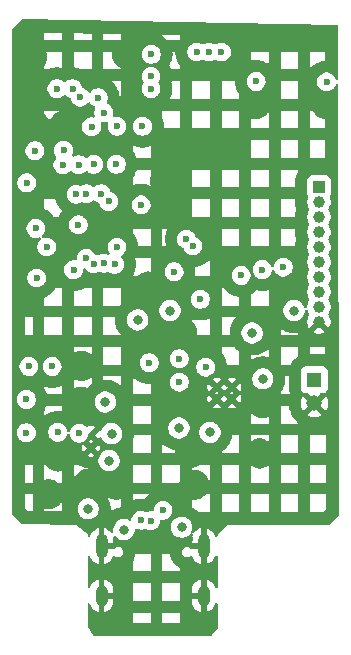
<source format=gbr>
%TF.GenerationSoftware,KiCad,Pcbnew,9.0.4*%
%TF.CreationDate,2025-09-15T16:29:57+02:00*%
%TF.ProjectId,stm32-mcu,73746d33-322d-46d6-9375-2e6b69636164,rev?*%
%TF.SameCoordinates,Original*%
%TF.FileFunction,Copper,L2,Inr*%
%TF.FilePolarity,Positive*%
%FSLAX46Y46*%
G04 Gerber Fmt 4.6, Leading zero omitted, Abs format (unit mm)*
G04 Created by KiCad (PCBNEW 9.0.4) date 2025-09-15 16:29:57*
%MOMM*%
%LPD*%
G01*
G04 APERTURE LIST*
%TA.AperFunction,HeatsinkPad*%
%ADD10O,1.000000X2.100000*%
%TD*%
%TA.AperFunction,HeatsinkPad*%
%ADD11O,1.000000X1.800000*%
%TD*%
%TA.AperFunction,ComponentPad*%
%ADD12R,1.000000X1.000000*%
%TD*%
%TA.AperFunction,ComponentPad*%
%ADD13C,1.000000*%
%TD*%
%TA.AperFunction,HeatsinkPad*%
%ADD14C,0.500000*%
%TD*%
%TA.AperFunction,HeatsinkPad*%
%ADD15C,0.600000*%
%TD*%
%TA.AperFunction,ComponentPad*%
%ADD16R,1.308000X1.308000*%
%TD*%
%TA.AperFunction,ComponentPad*%
%ADD17C,1.308000*%
%TD*%
%TA.AperFunction,ViaPad*%
%ADD18C,0.600000*%
%TD*%
%TA.AperFunction,ViaPad*%
%ADD19C,0.800000*%
%TD*%
G04 APERTURE END LIST*
D10*
%TO.N,GND*%
%TO.C,J1*%
X135655387Y-115604149D03*
D11*
X135655387Y-119784149D03*
D10*
X144295387Y-115604149D03*
D11*
X144295387Y-119784149D03*
%TD*%
D12*
%TO.N,/LITE_PWM*%
%TO.C,J2*%
X154060387Y-85184149D03*
D13*
%TO.N,/SPI1_MISO*%
X154060387Y-86454149D03*
%TO.N,/SPI1_SCK*%
X154060387Y-87724149D03*
%TO.N,/SPI1_MOSI*%
X154060387Y-88994149D03*
%TO.N,/TFT_CS*%
X154060387Y-90264149D03*
%TO.N,/CARD_CS*%
X154060387Y-91534149D03*
%TO.N,/D{slash}C*%
X154060387Y-92804149D03*
%TO.N,/BOOT*%
X154060387Y-94074149D03*
%TO.N,/5vUSB*%
X154060387Y-95344149D03*
%TO.N,GND*%
X154060387Y-96614149D03*
%TD*%
D14*
%TO.N,GND*%
%TO.C,U2*%
X134757887Y-106176791D03*
X134757887Y-107276791D03*
%TD*%
D15*
%TO.N,GND*%
%TO.C,U8*%
X145414812Y-103110000D03*
X146694812Y-103110000D03*
X145414812Y-102140000D03*
X146694812Y-102140000D03*
%TD*%
D16*
%TO.N,/VBAT*%
%TO.C,J3*%
X153670000Y-101505000D03*
D17*
%TO.N,GND*%
X153670000Y-103505000D03*
%TD*%
D18*
%TO.N,GND*%
X139608465Y-93614335D03*
X146054812Y-102625000D03*
X137790733Y-73950812D03*
X129794000Y-74168000D03*
X129794000Y-76911200D03*
X132486400Y-80010000D03*
X129997200Y-80010000D03*
X141020800Y-86715600D03*
X141020800Y-84632800D03*
X141376400Y-81991200D03*
X154686000Y-78181200D03*
X148691600Y-78181200D03*
X146456400Y-81991200D03*
X143916400Y-81991200D03*
X136956800Y-110388400D03*
X134518400Y-110337600D03*
X131165600Y-111201200D03*
X131978400Y-108000800D03*
X133908800Y-103378000D03*
X133959600Y-100330000D03*
X139700000Y-98044000D03*
X142494000Y-97536000D03*
X149301200Y-103479600D03*
X149047200Y-107746800D03*
X143154400Y-107696000D03*
X143510000Y-110388400D03*
X143175387Y-115029149D03*
%TO.N,/5vUSB*%
X138988800Y-113385600D03*
%TO.N,/ACCEL_INT*%
X136771465Y-91726935D03*
X135839200Y-78892400D03*
%TO.N,/IO_INT*%
X136965387Y-90264149D03*
X144018000Y-94691200D03*
%TO.N,/SPI1_MISO*%
X133286197Y-92191600D03*
X131470400Y-100380800D03*
%TO.N,/RGB_B*%
X145805387Y-73754149D03*
X133506379Y-85810018D03*
%TO.N,/RGB_R*%
X133719140Y-83301649D03*
X144755387Y-73754149D03*
%TO.N,/RGB_G*%
X143705387Y-73754149D03*
X132384800Y-83312000D03*
%TO.N,/MEM_nCE*%
X129507273Y-100380800D03*
X130098800Y-88696800D03*
%TO.N,/BOOT*%
X141798212Y-92367596D03*
X136906000Y-83261200D03*
X135015387Y-83261200D03*
%TO.N,/I2C_SCL*%
X142830457Y-89594149D03*
X135636000Y-85750400D03*
%TO.N,/I2C_SDA*%
X143380000Y-90175528D03*
X136265387Y-86411600D03*
%TO.N,/TFT_CS*%
X147472400Y-92675000D03*
%TO.N,/CARD_CS*%
X149255588Y-92175000D03*
X151034365Y-91969035D03*
%TO.N,/BOOT*%
X139007222Y-86704963D03*
%TO.N,/USB_DM*%
X134987742Y-91690699D03*
X139801600Y-113436400D03*
%TO.N,/USB_DP*%
X140861387Y-112560000D03*
X135832341Y-91651411D03*
%TO.N,/SPI1_SCK*%
X131015387Y-90264149D03*
X133694999Y-88394149D03*
D19*
%TO.N,/5vUSB*%
X141450000Y-95645335D03*
X138716600Y-96436600D03*
D18*
%TO.N,/3v3*%
X136966658Y-80055547D03*
X135382000Y-77622400D03*
X129323661Y-84836976D03*
X130157273Y-92893049D03*
X154705293Y-76290722D03*
X131953363Y-105942085D03*
X129286000Y-103174800D03*
X129295387Y-105990761D03*
X130016269Y-82117349D03*
X131876800Y-76860400D03*
X148742400Y-76250800D03*
X133757885Y-106026843D03*
X133197600Y-76860400D03*
X134366000Y-85750400D03*
X132435600Y-82092800D03*
X133858000Y-77571600D03*
X139842308Y-76871223D03*
X134811875Y-80096051D03*
X139865733Y-73950812D03*
X134349165Y-91208802D03*
X139842308Y-75790000D03*
X139121439Y-80047446D03*
D19*
%TO.N,/5vUSB*%
X135980015Y-103388956D03*
X144830800Y-105968800D03*
X151953865Y-95645335D03*
X136499600Y-106070400D03*
X142443200Y-113995200D03*
X137558812Y-114202170D03*
X142207111Y-105587933D03*
X136296400Y-108356400D03*
X134527221Y-112432500D03*
D18*
%TO.N,/VBAT*%
X144475200Y-100431600D03*
X142240000Y-99720400D03*
D19*
X149310000Y-101430000D03*
X148405000Y-97545000D03*
D18*
%TO.N,/VBAT_SNS*%
X142240000Y-101701600D03*
X139700000Y-100060000D03*
%TD*%
%TA.AperFunction,Conductor*%
%TO.N,GND*%
G36*
X155588529Y-71487645D02*
G01*
X155655172Y-71508625D01*
X155699895Y-71562306D01*
X155710124Y-71611494D01*
X155714658Y-76012222D01*
X155695042Y-76079282D01*
X155642286Y-76125091D01*
X155573137Y-76135106D01*
X155509552Y-76106147D01*
X155476097Y-76059802D01*
X155461059Y-76023497D01*
X155456389Y-76012222D01*
X155414690Y-75911548D01*
X155414683Y-75911536D01*
X155327082Y-75780433D01*
X155327079Y-75780429D01*
X155215585Y-75668935D01*
X155215581Y-75668932D01*
X155084478Y-75581331D01*
X155084465Y-75581324D01*
X154938794Y-75520986D01*
X154938782Y-75520983D01*
X154784138Y-75490222D01*
X154784135Y-75490222D01*
X154626451Y-75490222D01*
X154626448Y-75490222D01*
X154471803Y-75520983D01*
X154471791Y-75520986D01*
X154326120Y-75581324D01*
X154326107Y-75581331D01*
X154195004Y-75668932D01*
X154195000Y-75668935D01*
X154083506Y-75780429D01*
X154083503Y-75780433D01*
X153995902Y-75911536D01*
X153995895Y-75911549D01*
X153935557Y-76057220D01*
X153935554Y-76057232D01*
X153904793Y-76211875D01*
X153904793Y-76369568D01*
X153935554Y-76524211D01*
X153935557Y-76524223D01*
X153995895Y-76669894D01*
X153995902Y-76669907D01*
X154083503Y-76801010D01*
X154083506Y-76801014D01*
X154195000Y-76912508D01*
X154195004Y-76912511D01*
X154326107Y-77000112D01*
X154326120Y-77000119D01*
X154449684Y-77051300D01*
X154471796Y-77060459D01*
X154626446Y-77091221D01*
X154626449Y-77091222D01*
X154626451Y-77091222D01*
X154784137Y-77091222D01*
X154784138Y-77091221D01*
X154938790Y-77060459D01*
X155083277Y-77000611D01*
X155084465Y-77000119D01*
X155084465Y-77000118D01*
X155084472Y-77000116D01*
X155215582Y-76912511D01*
X155327082Y-76801011D01*
X155414687Y-76669901D01*
X155475030Y-76524219D01*
X155475030Y-76524217D01*
X155476670Y-76520259D01*
X155520510Y-76465855D01*
X155586804Y-76443790D01*
X155654504Y-76461069D01*
X155702115Y-76512206D01*
X155715231Y-76567583D01*
X155752739Y-112971843D01*
X155733123Y-113038903D01*
X155708122Y-113067230D01*
X154872889Y-113763259D01*
X154808786Y-113791055D01*
X154793506Y-113792000D01*
X146253200Y-113792000D01*
X145566130Y-114524875D01*
X145491200Y-114604800D01*
X145491200Y-114704580D01*
X145471515Y-114771619D01*
X145418711Y-114817374D01*
X145349553Y-114827318D01*
X145285997Y-114798293D01*
X145252639Y-114752032D01*
X145181579Y-114580477D01*
X145181572Y-114580464D01*
X145072138Y-114416686D01*
X145072135Y-114416682D01*
X144932853Y-114277400D01*
X144932849Y-114277397D01*
X144769071Y-114167963D01*
X144769058Y-114167956D01*
X144587078Y-114092578D01*
X144587070Y-114092576D01*
X144545387Y-114084284D01*
X144545387Y-114887160D01*
X144535447Y-114869944D01*
X144479592Y-114814089D01*
X144411183Y-114774593D01*
X144334883Y-114754149D01*
X144255891Y-114754149D01*
X144179591Y-114774593D01*
X144111182Y-114814089D01*
X144055327Y-114869944D01*
X144045387Y-114887160D01*
X144045387Y-114084285D01*
X144045386Y-114084284D01*
X144003703Y-114092576D01*
X144003695Y-114092578D01*
X143821715Y-114167956D01*
X143821702Y-114167963D01*
X143657924Y-114277397D01*
X143657920Y-114277400D01*
X143518638Y-114416682D01*
X143518633Y-114416688D01*
X143493712Y-114453985D01*
X143440099Y-114498790D01*
X143370774Y-114507496D01*
X143307747Y-114477340D01*
X143271029Y-114417897D01*
X143272277Y-114348038D01*
X143276043Y-114337657D01*
X143309094Y-114257866D01*
X143313265Y-114236900D01*
X143336834Y-114118408D01*
X143343700Y-114083891D01*
X143343700Y-113906509D01*
X143343700Y-113906506D01*
X143343699Y-113906504D01*
X143309096Y-113732541D01*
X143309093Y-113732532D01*
X143307348Y-113728320D01*
X143265851Y-113628135D01*
X143241216Y-113568659D01*
X143241209Y-113568646D01*
X143142664Y-113421165D01*
X143142661Y-113421161D01*
X143017238Y-113295738D01*
X143017234Y-113295735D01*
X142869753Y-113197190D01*
X142869740Y-113197183D01*
X142705867Y-113129306D01*
X142705858Y-113129303D01*
X142531894Y-113094700D01*
X142531891Y-113094700D01*
X142354509Y-113094700D01*
X142354506Y-113094700D01*
X142180541Y-113129303D01*
X142180532Y-113129306D01*
X142016659Y-113197183D01*
X142016646Y-113197190D01*
X141869165Y-113295735D01*
X141869161Y-113295738D01*
X141743738Y-113421161D01*
X141743735Y-113421165D01*
X141645190Y-113568646D01*
X141645183Y-113568659D01*
X141577306Y-113732532D01*
X141577303Y-113732541D01*
X141542700Y-113906504D01*
X141542700Y-114083895D01*
X141577303Y-114257858D01*
X141577306Y-114257867D01*
X141645183Y-114421740D01*
X141645190Y-114421753D01*
X141743735Y-114569234D01*
X141743738Y-114569238D01*
X141869161Y-114694661D01*
X141869165Y-114694664D01*
X142016646Y-114793209D01*
X142016659Y-114793216D01*
X142139563Y-114844123D01*
X142180534Y-114861094D01*
X142180536Y-114861094D01*
X142180541Y-114861096D01*
X142354504Y-114895699D01*
X142354507Y-114895700D01*
X142354509Y-114895700D01*
X142531893Y-114895700D01*
X142531894Y-114895699D01*
X142589882Y-114884164D01*
X142705858Y-114861096D01*
X142705861Y-114861094D01*
X142705866Y-114861094D01*
X142869747Y-114793213D01*
X143017235Y-114694664D01*
X143142664Y-114569235D01*
X143156696Y-114548233D01*
X143210306Y-114503430D01*
X143279631Y-114494721D01*
X143342659Y-114524875D01*
X143379379Y-114584317D01*
X143378133Y-114654176D01*
X143374360Y-114664577D01*
X143333815Y-114762464D01*
X143333814Y-114762467D01*
X143295387Y-114955653D01*
X143295387Y-115354149D01*
X143995387Y-115354149D01*
X143995387Y-115854149D01*
X143268497Y-115854149D01*
X143201458Y-115834464D01*
X143180816Y-115817830D01*
X143126652Y-115763666D01*
X143126650Y-115763664D01*
X143029624Y-115707646D01*
X142921405Y-115678649D01*
X142809369Y-115678649D01*
X142701150Y-115707646D01*
X142701147Y-115707647D01*
X142604127Y-115763662D01*
X142604121Y-115763666D01*
X142524904Y-115842883D01*
X142524900Y-115842889D01*
X142468885Y-115939909D01*
X142468884Y-115939912D01*
X142439887Y-116048131D01*
X142439887Y-116160167D01*
X142468884Y-116268386D01*
X142524902Y-116365412D01*
X142604124Y-116444634D01*
X142701150Y-116500652D01*
X142809369Y-116529649D01*
X142809371Y-116529649D01*
X142921403Y-116529649D01*
X142921405Y-116529649D01*
X143029624Y-116500652D01*
X143126650Y-116444634D01*
X143141561Y-116429722D01*
X143202881Y-116396237D01*
X143272573Y-116401220D01*
X143328507Y-116443090D01*
X143343803Y-116469950D01*
X143409196Y-116627824D01*
X143409201Y-116627833D01*
X143518635Y-116791611D01*
X143518638Y-116791615D01*
X143657920Y-116930897D01*
X143657924Y-116930900D01*
X143821702Y-117040334D01*
X143821715Y-117040341D01*
X144003695Y-117115718D01*
X144045387Y-117124011D01*
X144045387Y-116321137D01*
X144055327Y-116338354D01*
X144111182Y-116394209D01*
X144179591Y-116433705D01*
X144255891Y-116454149D01*
X144334883Y-116454149D01*
X144411183Y-116433705D01*
X144479592Y-116394209D01*
X144535447Y-116338354D01*
X144545387Y-116321137D01*
X144545387Y-117124011D01*
X144587077Y-117115718D01*
X144587079Y-117115718D01*
X144769058Y-117040341D01*
X144769071Y-117040334D01*
X144932849Y-116930900D01*
X144932853Y-116930897D01*
X145072135Y-116791615D01*
X145072138Y-116791611D01*
X145181572Y-116627833D01*
X145181579Y-116627820D01*
X145252639Y-116456265D01*
X145296480Y-116401861D01*
X145362774Y-116379796D01*
X145430473Y-116397075D01*
X145478084Y-116448212D01*
X145491200Y-116503717D01*
X145491200Y-119034580D01*
X145471515Y-119101619D01*
X145418711Y-119147374D01*
X145349553Y-119157318D01*
X145285997Y-119128293D01*
X145252639Y-119082032D01*
X145181579Y-118910477D01*
X145181572Y-118910464D01*
X145072138Y-118746686D01*
X145072135Y-118746682D01*
X144932853Y-118607400D01*
X144932849Y-118607397D01*
X144769071Y-118497963D01*
X144769058Y-118497956D01*
X144587078Y-118422578D01*
X144587070Y-118422576D01*
X144545387Y-118414284D01*
X144545387Y-119217160D01*
X144535447Y-119199944D01*
X144479592Y-119144089D01*
X144411183Y-119104593D01*
X144334883Y-119084149D01*
X144255891Y-119084149D01*
X144179591Y-119104593D01*
X144111182Y-119144089D01*
X144055327Y-119199944D01*
X144045387Y-119217160D01*
X144045387Y-118414285D01*
X144045386Y-118414284D01*
X144003703Y-118422576D01*
X144003695Y-118422578D01*
X143821715Y-118497956D01*
X143821702Y-118497963D01*
X143657924Y-118607397D01*
X143657920Y-118607400D01*
X143518638Y-118746682D01*
X143518635Y-118746686D01*
X143409201Y-118910464D01*
X143409194Y-118910477D01*
X143333817Y-119092455D01*
X143333814Y-119092467D01*
X143295387Y-119285653D01*
X143295387Y-119534149D01*
X143995387Y-119534149D01*
X143995387Y-120034149D01*
X143295387Y-120034149D01*
X143295387Y-120282644D01*
X143333814Y-120475830D01*
X143333817Y-120475842D01*
X143409194Y-120657820D01*
X143409201Y-120657833D01*
X143518635Y-120821611D01*
X143518638Y-120821615D01*
X143657920Y-120960897D01*
X143657924Y-120960900D01*
X143821702Y-121070334D01*
X143821715Y-121070341D01*
X144003695Y-121145718D01*
X144045387Y-121154011D01*
X144045387Y-120351137D01*
X144055327Y-120368354D01*
X144111182Y-120424209D01*
X144179591Y-120463705D01*
X144255891Y-120484149D01*
X144334883Y-120484149D01*
X144411183Y-120463705D01*
X144479592Y-120424209D01*
X144535447Y-120368354D01*
X144545387Y-120351137D01*
X144545387Y-121154011D01*
X144587077Y-121145718D01*
X144587079Y-121145718D01*
X144769058Y-121070341D01*
X144769071Y-121070334D01*
X144932849Y-120960900D01*
X144932853Y-120960897D01*
X145072135Y-120821615D01*
X145072138Y-120821611D01*
X145181572Y-120657833D01*
X145181579Y-120657820D01*
X145252639Y-120486265D01*
X145296480Y-120431861D01*
X145362774Y-120409796D01*
X145430473Y-120427075D01*
X145478084Y-120478212D01*
X145491200Y-120533717D01*
X145491200Y-122532164D01*
X145471515Y-122599203D01*
X145458607Y-122615954D01*
X144969259Y-123149790D01*
X144909449Y-123185907D01*
X144877852Y-123190000D01*
X135041963Y-123190000D01*
X134974924Y-123170315D01*
X134938789Y-123134783D01*
X134488426Y-122459239D01*
X134467618Y-122392540D01*
X134467600Y-122390456D01*
X134467600Y-122066000D01*
X138314800Y-122066000D01*
X139816800Y-122066000D01*
X140814800Y-122066000D01*
X142316800Y-122066000D01*
X142316800Y-121218997D01*
X140814800Y-121218997D01*
X140814800Y-122066000D01*
X139816800Y-122066000D01*
X139816800Y-121218997D01*
X138314800Y-121218997D01*
X138314800Y-122066000D01*
X134467600Y-122066000D01*
X134467600Y-120553094D01*
X134487285Y-120486055D01*
X134540089Y-120440300D01*
X134609247Y-120430356D01*
X134672803Y-120459381D01*
X134706161Y-120505642D01*
X134769194Y-120657820D01*
X134769201Y-120657833D01*
X134878635Y-120821611D01*
X134878638Y-120821615D01*
X135017920Y-120960897D01*
X135017924Y-120960900D01*
X135181702Y-121070334D01*
X135181715Y-121070341D01*
X135363695Y-121145718D01*
X135405387Y-121154011D01*
X135405387Y-120351137D01*
X135415327Y-120368354D01*
X135471182Y-120424209D01*
X135539591Y-120463705D01*
X135615891Y-120484149D01*
X135694883Y-120484149D01*
X135771183Y-120463705D01*
X135839592Y-120424209D01*
X135895447Y-120368354D01*
X135905387Y-120351137D01*
X135905387Y-121154011D01*
X135947077Y-121145718D01*
X135947079Y-121145718D01*
X136129058Y-121070341D01*
X136129071Y-121070334D01*
X136292849Y-120960900D01*
X136292853Y-120960897D01*
X136432135Y-120821615D01*
X136432138Y-120821611D01*
X136541572Y-120657833D01*
X136541579Y-120657820D01*
X136616956Y-120475842D01*
X136616959Y-120475830D01*
X136655386Y-120282644D01*
X136655387Y-120282641D01*
X136655387Y-120220997D01*
X138314800Y-120220997D01*
X139816800Y-120220997D01*
X140814800Y-120220997D01*
X142297387Y-120220997D01*
X142297387Y-119833603D01*
X142306825Y-119786152D01*
X142307654Y-119784148D01*
X142306826Y-119782147D01*
X142297387Y-119734695D01*
X142297387Y-119261156D01*
X142297536Y-119255074D01*
X142299342Y-119218299D01*
X142299790Y-119212228D01*
X142304593Y-119163459D01*
X142305338Y-119157416D01*
X142310742Y-119120989D01*
X142311782Y-119114995D01*
X142316800Y-119089766D01*
X142316800Y-118718997D01*
X140814800Y-118718997D01*
X140814800Y-120220997D01*
X139816800Y-120220997D01*
X139816800Y-118718997D01*
X138314800Y-118718997D01*
X138314800Y-120220997D01*
X136655387Y-120220997D01*
X136655387Y-120034149D01*
X135955387Y-120034149D01*
X135955387Y-119534149D01*
X136655387Y-119534149D01*
X136655387Y-119285657D01*
X136655386Y-119285653D01*
X136616959Y-119092467D01*
X136616956Y-119092455D01*
X136541579Y-118910477D01*
X136541572Y-118910464D01*
X136432138Y-118746686D01*
X136432135Y-118746682D01*
X136292853Y-118607400D01*
X136292849Y-118607397D01*
X136129071Y-118497963D01*
X136129058Y-118497956D01*
X135947078Y-118422578D01*
X135947070Y-118422576D01*
X135905387Y-118414284D01*
X135905387Y-119217160D01*
X135895447Y-119199944D01*
X135839592Y-119144089D01*
X135771183Y-119104593D01*
X135694883Y-119084149D01*
X135615891Y-119084149D01*
X135539591Y-119104593D01*
X135471182Y-119144089D01*
X135415327Y-119199944D01*
X135405387Y-119217160D01*
X135405387Y-118414285D01*
X135405386Y-118414284D01*
X135363703Y-118422576D01*
X135363695Y-118422578D01*
X135181715Y-118497956D01*
X135181702Y-118497963D01*
X135017924Y-118607397D01*
X135017920Y-118607400D01*
X134878638Y-118746682D01*
X134878635Y-118746686D01*
X134769201Y-118910464D01*
X134769196Y-118910473D01*
X134706161Y-119062656D01*
X134662320Y-119117059D01*
X134596026Y-119139124D01*
X134528327Y-119121845D01*
X134480716Y-119070708D01*
X134467600Y-119015203D01*
X134467600Y-116523094D01*
X134487285Y-116456055D01*
X134540089Y-116410300D01*
X134609247Y-116400356D01*
X134672803Y-116429381D01*
X134706161Y-116475642D01*
X134769194Y-116627820D01*
X134769201Y-116627833D01*
X134878635Y-116791611D01*
X134878638Y-116791615D01*
X135017920Y-116930897D01*
X135017924Y-116930900D01*
X135181702Y-117040334D01*
X135181715Y-117040341D01*
X135363695Y-117115718D01*
X135405387Y-117124011D01*
X135405387Y-116321137D01*
X135415327Y-116338354D01*
X135471182Y-116394209D01*
X135539591Y-116433705D01*
X135615891Y-116454149D01*
X135694883Y-116454149D01*
X135771183Y-116433705D01*
X135839592Y-116394209D01*
X135895447Y-116338354D01*
X135905387Y-116321137D01*
X135905387Y-117124011D01*
X135947077Y-117115718D01*
X135947079Y-117115718D01*
X136129058Y-117040341D01*
X136129071Y-117040334D01*
X136292849Y-116930900D01*
X136292853Y-116930897D01*
X136402008Y-116821742D01*
X138314800Y-116821742D01*
X138314800Y-117720997D01*
X139816800Y-117720997D01*
X140814800Y-117720997D01*
X142316800Y-117720997D01*
X142316800Y-117421676D01*
X142289049Y-117410182D01*
X142281656Y-117406832D01*
X142237610Y-117385111D01*
X142230454Y-117381286D01*
X142076819Y-117292585D01*
X142069929Y-117288301D01*
X142029095Y-117261017D01*
X142022497Y-117256288D01*
X141970645Y-117216499D01*
X141964372Y-117211352D01*
X141927458Y-117178978D01*
X141921538Y-117173432D01*
X141796104Y-117047998D01*
X141790558Y-117042078D01*
X141758184Y-117005164D01*
X141753037Y-116998891D01*
X141713248Y-116947039D01*
X141708519Y-116940441D01*
X141681235Y-116899607D01*
X141676951Y-116892717D01*
X141588250Y-116739082D01*
X141584425Y-116731926D01*
X141562704Y-116687880D01*
X141559354Y-116680487D01*
X141534343Y-116620102D01*
X141531486Y-116612510D01*
X141515703Y-116566016D01*
X141513347Y-116558250D01*
X141467436Y-116386904D01*
X141465594Y-116379003D01*
X141456015Y-116330848D01*
X141454693Y-116322845D01*
X141446160Y-116258045D01*
X141445364Y-116249966D01*
X141443334Y-116218997D01*
X140814800Y-116218997D01*
X140814800Y-117720997D01*
X139816800Y-117720997D01*
X139816800Y-116218997D01*
X138507440Y-116218997D01*
X138505410Y-116249966D01*
X138504614Y-116258045D01*
X138496081Y-116322845D01*
X138494759Y-116330848D01*
X138485180Y-116379003D01*
X138483338Y-116386904D01*
X138437427Y-116558250D01*
X138435071Y-116566016D01*
X138419288Y-116612510D01*
X138416431Y-116620102D01*
X138391420Y-116680487D01*
X138388070Y-116687880D01*
X138366349Y-116731926D01*
X138362524Y-116739082D01*
X138314800Y-116821742D01*
X136402008Y-116821742D01*
X136432135Y-116791615D01*
X136432138Y-116791611D01*
X136541572Y-116627833D01*
X136541579Y-116627820D01*
X136606970Y-116469951D01*
X136650810Y-116415547D01*
X136717105Y-116393482D01*
X136784804Y-116410761D01*
X136809212Y-116429722D01*
X136824124Y-116444634D01*
X136921150Y-116500652D01*
X137029369Y-116529649D01*
X137029371Y-116529649D01*
X137141403Y-116529649D01*
X137141405Y-116529649D01*
X137249624Y-116500652D01*
X137346650Y-116444634D01*
X137425872Y-116365412D01*
X137481890Y-116268386D01*
X137510887Y-116160167D01*
X137510887Y-116048131D01*
X137481890Y-115939912D01*
X137425872Y-115842886D01*
X137346650Y-115763664D01*
X137249624Y-115707646D01*
X137141405Y-115678649D01*
X137029369Y-115678649D01*
X136921150Y-115707646D01*
X136921147Y-115707647D01*
X136824127Y-115763662D01*
X136824121Y-115763666D01*
X136769958Y-115817830D01*
X136708635Y-115851315D01*
X136682277Y-115854149D01*
X135955387Y-115854149D01*
X135955387Y-115354149D01*
X136655387Y-115354149D01*
X136655387Y-114955657D01*
X136655386Y-114955656D01*
X136639599Y-114876286D01*
X136645826Y-114806694D01*
X136688689Y-114751517D01*
X136754579Y-114728272D01*
X136822576Y-114744340D01*
X136857068Y-114773428D01*
X136859347Y-114776205D01*
X136984773Y-114901631D01*
X136984777Y-114901634D01*
X137132258Y-115000179D01*
X137132271Y-115000186D01*
X137255175Y-115051093D01*
X137296146Y-115068064D01*
X137296148Y-115068064D01*
X137296153Y-115068066D01*
X137470116Y-115102669D01*
X137470119Y-115102670D01*
X137470121Y-115102670D01*
X137647505Y-115102670D01*
X137647506Y-115102669D01*
X137705494Y-115091134D01*
X137821470Y-115068066D01*
X137821473Y-115068064D01*
X137821478Y-115068064D01*
X137985359Y-115000183D01*
X138132847Y-114901634D01*
X138258276Y-114776205D01*
X138356825Y-114628717D01*
X138424706Y-114464836D01*
X138426865Y-114453985D01*
X138459311Y-114290865D01*
X138459312Y-114290863D01*
X138459312Y-114218313D01*
X138478997Y-114151274D01*
X138531801Y-114105519D01*
X138600959Y-114095575D01*
X138630764Y-114103752D01*
X138719780Y-114140623D01*
X138755303Y-114155337D01*
X138890819Y-114182293D01*
X138909953Y-114186099D01*
X138909956Y-114186100D01*
X138909958Y-114186100D01*
X139067644Y-114186100D01*
X139067645Y-114186099D01*
X139222297Y-114155337D01*
X139293419Y-114125876D01*
X139362887Y-114118408D01*
X139409760Y-114137335D01*
X139422420Y-114145794D01*
X139422422Y-114145795D01*
X139568098Y-114206135D01*
X139568103Y-114206137D01*
X139722753Y-114236899D01*
X139722756Y-114236900D01*
X139722758Y-114236900D01*
X139880444Y-114236900D01*
X139880445Y-114236899D01*
X140035097Y-114206137D01*
X140180779Y-114145794D01*
X140311889Y-114058189D01*
X140423389Y-113946689D01*
X140510994Y-113815579D01*
X140571337Y-113669897D01*
X140602100Y-113515242D01*
X140602100Y-113475701D01*
X140621785Y-113408662D01*
X140674589Y-113362907D01*
X140743747Y-113352963D01*
X140750263Y-113354078D01*
X140782545Y-113360500D01*
X140940231Y-113360500D01*
X140940232Y-113360499D01*
X141094884Y-113329737D01*
X141240566Y-113269394D01*
X141371676Y-113181789D01*
X141483176Y-113070289D01*
X141570781Y-112939179D01*
X141631124Y-112793497D01*
X141661887Y-112638842D01*
X141661887Y-112481158D01*
X141661887Y-112481155D01*
X141661886Y-112481153D01*
X141643810Y-112390280D01*
X141631124Y-112326503D01*
X141585175Y-112215571D01*
X141570784Y-112180827D01*
X141570777Y-112180814D01*
X141483176Y-112049711D01*
X141483173Y-112049707D01*
X141371679Y-111938213D01*
X141371675Y-111938210D01*
X141240572Y-111850609D01*
X141240559Y-111850602D01*
X141094888Y-111790264D01*
X141094876Y-111790261D01*
X140940232Y-111759500D01*
X140940229Y-111759500D01*
X140782545Y-111759500D01*
X140782542Y-111759500D01*
X140627897Y-111790261D01*
X140627885Y-111790264D01*
X140482214Y-111850602D01*
X140482201Y-111850609D01*
X140351098Y-111938210D01*
X140351094Y-111938213D01*
X140239600Y-112049707D01*
X140239597Y-112049711D01*
X140151996Y-112180814D01*
X140151989Y-112180827D01*
X140091651Y-112326498D01*
X140091648Y-112326510D01*
X140060887Y-112481153D01*
X140060887Y-112520698D01*
X140041202Y-112587737D01*
X139988398Y-112633492D01*
X139919240Y-112643436D01*
X139912696Y-112642315D01*
X139880446Y-112635900D01*
X139880442Y-112635900D01*
X139722758Y-112635900D01*
X139722755Y-112635900D01*
X139568111Y-112666660D01*
X139568106Y-112666662D01*
X139568104Y-112666662D01*
X139568103Y-112666663D01*
X139540204Y-112678219D01*
X139496978Y-112696123D01*
X139427508Y-112703590D01*
X139380637Y-112684664D01*
X139367982Y-112676208D01*
X139367981Y-112676207D01*
X139367979Y-112676206D01*
X139367976Y-112676204D01*
X139367971Y-112676202D01*
X139222301Y-112615864D01*
X139222289Y-112615861D01*
X139067645Y-112585100D01*
X139067642Y-112585100D01*
X138909958Y-112585100D01*
X138909955Y-112585100D01*
X138755310Y-112615861D01*
X138755298Y-112615864D01*
X138609627Y-112676202D01*
X138609614Y-112676209D01*
X138478511Y-112763810D01*
X138478507Y-112763813D01*
X138367013Y-112875307D01*
X138367010Y-112875311D01*
X138279409Y-113006414D01*
X138279402Y-113006427D01*
X138219064Y-113152098D01*
X138219061Y-113152110D01*
X138188300Y-113306753D01*
X138188300Y-113307769D01*
X138188149Y-113308280D01*
X138187703Y-113312818D01*
X138186842Y-113312733D01*
X138168615Y-113374808D01*
X138115811Y-113420563D01*
X138046653Y-113430507D01*
X137995412Y-113410873D01*
X137985366Y-113404161D01*
X137985352Y-113404153D01*
X137821479Y-113336276D01*
X137821470Y-113336273D01*
X137647506Y-113301670D01*
X137647503Y-113301670D01*
X137470121Y-113301670D01*
X137470118Y-113301670D01*
X137296153Y-113336273D01*
X137296144Y-113336276D01*
X137132271Y-113404153D01*
X137132258Y-113404160D01*
X136984777Y-113502705D01*
X136984773Y-113502708D01*
X136859350Y-113628131D01*
X136859347Y-113628135D01*
X136760802Y-113775616D01*
X136760795Y-113775629D01*
X136692918Y-113939502D01*
X136692915Y-113939511D01*
X136658312Y-114113474D01*
X136658312Y-114290865D01*
X136668201Y-114340581D01*
X136661974Y-114410173D01*
X136619110Y-114465350D01*
X136553221Y-114488594D01*
X136485224Y-114472526D01*
X136443482Y-114433663D01*
X136432138Y-114416686D01*
X136432135Y-114416682D01*
X136292853Y-114277400D01*
X136292849Y-114277397D01*
X136129071Y-114167963D01*
X136129058Y-114167956D01*
X135947078Y-114092578D01*
X135947070Y-114092576D01*
X135905387Y-114084284D01*
X135905387Y-114887160D01*
X135895447Y-114869944D01*
X135839592Y-114814089D01*
X135771183Y-114774593D01*
X135694883Y-114754149D01*
X135615891Y-114754149D01*
X135539591Y-114774593D01*
X135471182Y-114814089D01*
X135415327Y-114869944D01*
X135405387Y-114887160D01*
X135405387Y-114084285D01*
X135405386Y-114084284D01*
X135363703Y-114092576D01*
X135363695Y-114092578D01*
X135181715Y-114167956D01*
X135181702Y-114167963D01*
X135017924Y-114277397D01*
X135017920Y-114277400D01*
X134878638Y-114416682D01*
X134878635Y-114416686D01*
X134769201Y-114580464D01*
X134769196Y-114580473D01*
X134706161Y-114732656D01*
X134662320Y-114787059D01*
X134596026Y-114809124D01*
X134528327Y-114791845D01*
X134480716Y-114740708D01*
X134467600Y-114685203D01*
X134467600Y-114604800D01*
X134275133Y-114433718D01*
X134257194Y-114413922D01*
X134162311Y-114283321D01*
X134162309Y-114283319D01*
X134019619Y-114140623D01*
X134019618Y-114140622D01*
X133937991Y-114081314D01*
X133856363Y-114022005D01*
X133856358Y-114022002D01*
X133856356Y-114022001D01*
X133766490Y-113976210D01*
X133740406Y-113958405D01*
X133553201Y-113792001D01*
X133553200Y-113792000D01*
X133553199Y-113791999D01*
X133553198Y-113791999D01*
X129031753Y-113741761D01*
X128964937Y-113721333D01*
X128945450Y-113705450D01*
X128103119Y-112863119D01*
X128069634Y-112801796D01*
X128066800Y-112775438D01*
X128066800Y-112361224D01*
X129190800Y-112361224D01*
X129451936Y-112622360D01*
X129816800Y-112626414D01*
X129816800Y-112426780D01*
X130814800Y-112426780D01*
X130814800Y-112637503D01*
X132316800Y-112654192D01*
X132316800Y-112343804D01*
X133626721Y-112343804D01*
X133626721Y-112521195D01*
X133661324Y-112695158D01*
X133661327Y-112695167D01*
X133729204Y-112859040D01*
X133729211Y-112859053D01*
X133827756Y-113006534D01*
X133827759Y-113006538D01*
X133953182Y-113131961D01*
X133953186Y-113131964D01*
X134100667Y-113230509D01*
X134100680Y-113230516D01*
X134173516Y-113260685D01*
X134264555Y-113298394D01*
X134264557Y-113298394D01*
X134264562Y-113298396D01*
X134438525Y-113332999D01*
X134438528Y-113333000D01*
X134438530Y-113333000D01*
X134615914Y-113333000D01*
X134615915Y-113332999D01*
X134673903Y-113321464D01*
X134789879Y-113298396D01*
X134789882Y-113298394D01*
X134789887Y-113298394D01*
X134953768Y-113230513D01*
X135101256Y-113131964D01*
X135226685Y-113006535D01*
X135325234Y-112859047D01*
X135393115Y-112695166D01*
X135395973Y-112680802D01*
X135421638Y-112551774D01*
X135427721Y-112521191D01*
X135427721Y-112343809D01*
X135427721Y-112343806D01*
X135427720Y-112343804D01*
X135393117Y-112169841D01*
X135393114Y-112169832D01*
X135325237Y-112005959D01*
X135325230Y-112005946D01*
X135226685Y-111858465D01*
X135226682Y-111858461D01*
X135101259Y-111733038D01*
X135101255Y-111733035D01*
X134953774Y-111634490D01*
X134953761Y-111634483D01*
X134789888Y-111566606D01*
X134789879Y-111566603D01*
X134615915Y-111532000D01*
X134615912Y-111532000D01*
X134438530Y-111532000D01*
X134438527Y-111532000D01*
X134264562Y-111566603D01*
X134264553Y-111566606D01*
X134100680Y-111634483D01*
X134100667Y-111634490D01*
X133953186Y-111733035D01*
X133953182Y-111733038D01*
X133827759Y-111858461D01*
X133827756Y-111858465D01*
X133729211Y-112005946D01*
X133729204Y-112005959D01*
X133661327Y-112169832D01*
X133661324Y-112169841D01*
X133626721Y-112343804D01*
X132316800Y-112343804D01*
X132316800Y-111748069D01*
X132259653Y-111860226D01*
X132249486Y-111876816D01*
X132143089Y-112023260D01*
X132130452Y-112038056D01*
X132002456Y-112166052D01*
X131987660Y-112178689D01*
X131841216Y-112285086D01*
X131824626Y-112295253D01*
X131663342Y-112377432D01*
X131645365Y-112384878D01*
X131473210Y-112440814D01*
X131454290Y-112445356D01*
X131275505Y-112473673D01*
X131256107Y-112475200D01*
X131075093Y-112475200D01*
X131055695Y-112473673D01*
X130876910Y-112445356D01*
X130857990Y-112440814D01*
X130814800Y-112426780D01*
X129816800Y-112426780D01*
X129816800Y-111255535D01*
X136022227Y-111255535D01*
X136039374Y-111278655D01*
X136042878Y-111283631D01*
X136168655Y-111471868D01*
X136171912Y-111477012D01*
X136190848Y-111508606D01*
X136193848Y-111513901D01*
X136216950Y-111557123D01*
X136219687Y-111562562D01*
X136235427Y-111595844D01*
X136237892Y-111601405D01*
X136324522Y-111810551D01*
X136326712Y-111816228D01*
X136339111Y-111850880D01*
X136341019Y-111856655D01*
X136355246Y-111903548D01*
X136356870Y-111909416D01*
X136365822Y-111945151D01*
X136367156Y-111951092D01*
X136411325Y-112173143D01*
X136412366Y-112179140D01*
X136417770Y-112215571D01*
X136418515Y-112221612D01*
X136423318Y-112270384D01*
X136423766Y-112276454D01*
X136425572Y-112313226D01*
X136425721Y-112319309D01*
X136425721Y-112545691D01*
X136425572Y-112551774D01*
X136423766Y-112588546D01*
X136423318Y-112594616D01*
X136418515Y-112643388D01*
X136417770Y-112649429D01*
X136412525Y-112684787D01*
X136598180Y-112560736D01*
X136603324Y-112557479D01*
X136634918Y-112538543D01*
X136640213Y-112535543D01*
X136683435Y-112512441D01*
X136688874Y-112509704D01*
X136722156Y-112493964D01*
X136727717Y-112491499D01*
X136936863Y-112404869D01*
X136942540Y-112402679D01*
X136977192Y-112390280D01*
X136982967Y-112388372D01*
X137029860Y-112374145D01*
X137035728Y-112372521D01*
X137071463Y-112363569D01*
X137077404Y-112362235D01*
X137299455Y-112318066D01*
X137305452Y-112317025D01*
X137316800Y-112315341D01*
X137316800Y-111718097D01*
X138314800Y-111718097D01*
X138396022Y-111684455D01*
X138401699Y-111682265D01*
X138436360Y-111669863D01*
X138442138Y-111667954D01*
X138489033Y-111653728D01*
X138494897Y-111652105D01*
X138513826Y-111647363D01*
X143314800Y-111647363D01*
X143314800Y-112303570D01*
X143318577Y-112305471D01*
X143361799Y-112328573D01*
X143367094Y-112331573D01*
X143398688Y-112350509D01*
X143403832Y-112353766D01*
X143592069Y-112479543D01*
X143597045Y-112483047D01*
X143626617Y-112504979D01*
X143631415Y-112508724D01*
X143669297Y-112539813D01*
X143673904Y-112543787D01*
X143701191Y-112568518D01*
X143705600Y-112572716D01*
X143853881Y-112720997D01*
X144816800Y-112720997D01*
X145814800Y-112720997D01*
X145897858Y-112720997D01*
X145996599Y-112678219D01*
X146045893Y-112668000D01*
X147316800Y-112668000D01*
X148314800Y-112668000D01*
X149816800Y-112668000D01*
X150814800Y-112668000D01*
X152316800Y-112668000D01*
X153314800Y-112668000D01*
X154431457Y-112668000D01*
X154628257Y-112503998D01*
X154626933Y-111218997D01*
X153314800Y-111218997D01*
X153314800Y-112668000D01*
X152316800Y-112668000D01*
X152316800Y-111218997D01*
X150814800Y-111218997D01*
X150814800Y-112668000D01*
X149816800Y-112668000D01*
X149816800Y-111218997D01*
X148314800Y-111218997D01*
X148314800Y-112668000D01*
X147316800Y-112668000D01*
X147316800Y-111218997D01*
X145814800Y-111218997D01*
X145814800Y-112720997D01*
X144816800Y-112720997D01*
X144816800Y-111218997D01*
X144480198Y-111218997D01*
X144474852Y-111225256D01*
X144346856Y-111353252D01*
X144332060Y-111365889D01*
X144185616Y-111472286D01*
X144169026Y-111482453D01*
X144007742Y-111564632D01*
X143989765Y-111572078D01*
X143817610Y-111628014D01*
X143798690Y-111632556D01*
X143619905Y-111660873D01*
X143600507Y-111662400D01*
X143419493Y-111662400D01*
X143400095Y-111660873D01*
X143314800Y-111647363D01*
X138513826Y-111647363D01*
X138530623Y-111643155D01*
X138536565Y-111641821D01*
X138739292Y-111601496D01*
X138745289Y-111600455D01*
X138781720Y-111595051D01*
X138787761Y-111594306D01*
X138836533Y-111589503D01*
X138842603Y-111589055D01*
X138879375Y-111587249D01*
X138885458Y-111587100D01*
X139092142Y-111587100D01*
X139098225Y-111587249D01*
X139134997Y-111589055D01*
X139141067Y-111589503D01*
X139189839Y-111594306D01*
X139195880Y-111595051D01*
X139232311Y-111600455D01*
X139238308Y-111601496D01*
X139327010Y-111619140D01*
X139423404Y-111474878D01*
X139426909Y-111469902D01*
X139448842Y-111440329D01*
X139452586Y-111435531D01*
X139483675Y-111397649D01*
X139487649Y-111393042D01*
X139512380Y-111365755D01*
X139516578Y-111361346D01*
X139658927Y-111218997D01*
X138314800Y-111218997D01*
X138314800Y-111718097D01*
X137316800Y-111718097D01*
X137316800Y-111610991D01*
X137264410Y-111628014D01*
X137245490Y-111632556D01*
X137066705Y-111660873D01*
X137047307Y-111662400D01*
X136866293Y-111662400D01*
X136846895Y-111660873D01*
X136668110Y-111632556D01*
X136649190Y-111628014D01*
X136477035Y-111572078D01*
X136459058Y-111564632D01*
X136297774Y-111482453D01*
X136281184Y-111472286D01*
X136134740Y-111365889D01*
X136119944Y-111353252D01*
X136022227Y-111255535D01*
X129816800Y-111255535D01*
X129816800Y-111218997D01*
X129190800Y-111218997D01*
X129190800Y-112361224D01*
X128066800Y-112361224D01*
X128066800Y-110220997D01*
X129190800Y-110220997D01*
X129816800Y-110220997D01*
X129816800Y-109975619D01*
X130814800Y-109975619D01*
X130857990Y-109961586D01*
X130876910Y-109957044D01*
X131055695Y-109928727D01*
X131075093Y-109927200D01*
X131256107Y-109927200D01*
X131275505Y-109928727D01*
X131454290Y-109957044D01*
X131473210Y-109961586D01*
X131645365Y-110017522D01*
X131663342Y-110024968D01*
X131824626Y-110107147D01*
X131841216Y-110117314D01*
X131983924Y-110220997D01*
X132316800Y-110220997D01*
X138314800Y-110220997D01*
X139816800Y-110220997D01*
X140814800Y-110220997D01*
X142246634Y-110220997D01*
X142265844Y-110099710D01*
X142270386Y-110080790D01*
X142316800Y-109937940D01*
X142316800Y-108960475D01*
X143314800Y-108960475D01*
X143314800Y-109129436D01*
X143400095Y-109115927D01*
X143419493Y-109114400D01*
X143600507Y-109114400D01*
X143619905Y-109115927D01*
X143798690Y-109144244D01*
X143817610Y-109148786D01*
X143989765Y-109204722D01*
X144007742Y-109212168D01*
X144169026Y-109294347D01*
X144185616Y-109304514D01*
X144332060Y-109410911D01*
X144346856Y-109423548D01*
X144474852Y-109551544D01*
X144487489Y-109566340D01*
X144593886Y-109712784D01*
X144604053Y-109729374D01*
X144686232Y-109890658D01*
X144693678Y-109908635D01*
X144749614Y-110080790D01*
X144754156Y-110099710D01*
X144773366Y-110220997D01*
X144816800Y-110220997D01*
X145814800Y-110220997D01*
X147316800Y-110220997D01*
X147316800Y-108789430D01*
X148314800Y-108789430D01*
X148314800Y-110220997D01*
X149816800Y-110220997D01*
X150814800Y-110220997D01*
X152316800Y-110220997D01*
X153314800Y-110220997D01*
X154625905Y-110220997D01*
X154624358Y-108718997D01*
X153314800Y-108718997D01*
X153314800Y-110220997D01*
X152316800Y-110220997D01*
X152316800Y-108718997D01*
X150814800Y-108718997D01*
X150814800Y-110220997D01*
X149816800Y-110220997D01*
X149816800Y-108762403D01*
X149722816Y-108830686D01*
X149706226Y-108840853D01*
X149544942Y-108923032D01*
X149526965Y-108930478D01*
X149354810Y-108986414D01*
X149335890Y-108990956D01*
X149157105Y-109019273D01*
X149137707Y-109020800D01*
X148956693Y-109020800D01*
X148937295Y-109019273D01*
X148758510Y-108990956D01*
X148739590Y-108986414D01*
X148567435Y-108930478D01*
X148549458Y-108923032D01*
X148388174Y-108840853D01*
X148371584Y-108830686D01*
X148314800Y-108789430D01*
X147316800Y-108789430D01*
X147316800Y-108718997D01*
X145814800Y-108718997D01*
X145814800Y-110220997D01*
X144816800Y-110220997D01*
X144816800Y-108718997D01*
X143913823Y-108718997D01*
X143830016Y-108779886D01*
X143813426Y-108790053D01*
X143652142Y-108872232D01*
X143634165Y-108879678D01*
X143462010Y-108935614D01*
X143443090Y-108940156D01*
X143314800Y-108960475D01*
X142316800Y-108960475D01*
X142316800Y-108718997D01*
X140814800Y-108718997D01*
X140814800Y-110220997D01*
X139816800Y-110220997D01*
X139816800Y-108718997D01*
X138314800Y-108718997D01*
X138314800Y-110220997D01*
X132316800Y-110220997D01*
X132316800Y-109919149D01*
X133314800Y-109919149D01*
X133334722Y-109857835D01*
X133342168Y-109839858D01*
X133424347Y-109678574D01*
X133434514Y-109661984D01*
X133540911Y-109515540D01*
X133553548Y-109500744D01*
X133681544Y-109372748D01*
X133696340Y-109360111D01*
X133842784Y-109253714D01*
X133859374Y-109243547D01*
X134020658Y-109161368D01*
X134038635Y-109153922D01*
X134210790Y-109097986D01*
X134229710Y-109093444D01*
X134408495Y-109065127D01*
X134427893Y-109063600D01*
X134534411Y-109063600D01*
X134512284Y-109010182D01*
X134320383Y-108972011D01*
X134314445Y-108970678D01*
X134278718Y-108961729D01*
X134272847Y-108960104D01*
X134225950Y-108945876D01*
X134220175Y-108943968D01*
X134185509Y-108931564D01*
X134179830Y-108929374D01*
X133817140Y-108779140D01*
X133768740Y-108743243D01*
X133748842Y-108718997D01*
X133314800Y-108718997D01*
X133314800Y-109919149D01*
X132316800Y-109919149D01*
X132316800Y-109230409D01*
X132286010Y-109240414D01*
X132267090Y-109244956D01*
X132088305Y-109273273D01*
X132068907Y-109274800D01*
X131887893Y-109274800D01*
X131868495Y-109273273D01*
X131689710Y-109244956D01*
X131670790Y-109240414D01*
X131498635Y-109184478D01*
X131480658Y-109177032D01*
X131319374Y-109094853D01*
X131302784Y-109084686D01*
X131156340Y-108978289D01*
X131141544Y-108965652D01*
X131013548Y-108837656D01*
X131000911Y-108822860D01*
X130925451Y-108718997D01*
X130814800Y-108718997D01*
X130814800Y-109975619D01*
X129816800Y-109975619D01*
X129816800Y-108718997D01*
X129190800Y-108718997D01*
X129190800Y-110220997D01*
X128066800Y-110220997D01*
X128066800Y-108267704D01*
X135395900Y-108267704D01*
X135395900Y-108445095D01*
X135430503Y-108619058D01*
X135430506Y-108619067D01*
X135498383Y-108782940D01*
X135498390Y-108782953D01*
X135596935Y-108930434D01*
X135596938Y-108930438D01*
X135722361Y-109055861D01*
X135722365Y-109055864D01*
X135869846Y-109154409D01*
X135869859Y-109154416D01*
X135942437Y-109184478D01*
X136033734Y-109222294D01*
X136033736Y-109222294D01*
X136033741Y-109222296D01*
X136207704Y-109256899D01*
X136207707Y-109256900D01*
X136207709Y-109256900D01*
X136385093Y-109256900D01*
X136385094Y-109256899D01*
X136452221Y-109243547D01*
X136559058Y-109222296D01*
X136559061Y-109222294D01*
X136559066Y-109222294D01*
X136722947Y-109154413D01*
X136870435Y-109055864D01*
X136995864Y-108930435D01*
X137094413Y-108782947D01*
X137162294Y-108619066D01*
X137196900Y-108445091D01*
X137196900Y-108267709D01*
X137196900Y-108267706D01*
X137196899Y-108267704D01*
X137162296Y-108093741D01*
X137162293Y-108093732D01*
X137094416Y-107929859D01*
X137094409Y-107929846D01*
X136995864Y-107782365D01*
X136995861Y-107782361D01*
X136870438Y-107656938D01*
X136870434Y-107656935D01*
X136722953Y-107558390D01*
X136722940Y-107558383D01*
X136559067Y-107490506D01*
X136559058Y-107490503D01*
X136385094Y-107455900D01*
X136385091Y-107455900D01*
X136207709Y-107455900D01*
X136207706Y-107455900D01*
X136033741Y-107490503D01*
X136033732Y-107490506D01*
X135869859Y-107558383D01*
X135869846Y-107558390D01*
X135722365Y-107656935D01*
X135633715Y-107745585D01*
X135603528Y-107762067D01*
X135599923Y-107777325D01*
X135595271Y-107784856D01*
X135498390Y-107929846D01*
X135498383Y-107929859D01*
X135430506Y-108093732D01*
X135430503Y-108093741D01*
X135395900Y-108267704D01*
X128066800Y-108267704D01*
X128066800Y-107954368D01*
X134433862Y-107954368D01*
X134539123Y-107997969D01*
X134539127Y-107997970D01*
X134684013Y-108026790D01*
X134684016Y-108026791D01*
X134831758Y-108026791D01*
X134831760Y-108026790D01*
X134976647Y-107997970D01*
X134976662Y-107997966D01*
X135081911Y-107954369D01*
X135081911Y-107954368D01*
X134757888Y-107630345D01*
X134757887Y-107630345D01*
X134433862Y-107954368D01*
X128066800Y-107954368D01*
X128066800Y-107202917D01*
X134007887Y-107202917D01*
X134007887Y-107350664D01*
X134036707Y-107495550D01*
X134036709Y-107495558D01*
X134080308Y-107600815D01*
X134404333Y-107276791D01*
X134404333Y-107276790D01*
X134384443Y-107256900D01*
X134657887Y-107256900D01*
X134657887Y-107296682D01*
X134673111Y-107333436D01*
X134701242Y-107361567D01*
X134737996Y-107376791D01*
X134777778Y-107376791D01*
X134814532Y-107361567D01*
X134842663Y-107333436D01*
X134857887Y-107296682D01*
X134857887Y-107276790D01*
X135111441Y-107276790D01*
X135111441Y-107276792D01*
X135435464Y-107600815D01*
X135479063Y-107495562D01*
X135479066Y-107495551D01*
X135507886Y-107350664D01*
X135507887Y-107350662D01*
X135507887Y-107202919D01*
X135507886Y-107202917D01*
X135479066Y-107058031D01*
X135479065Y-107058027D01*
X135435464Y-106952766D01*
X135111441Y-107276790D01*
X134857887Y-107276790D01*
X134857887Y-107256900D01*
X134842663Y-107220146D01*
X134814532Y-107192015D01*
X134777778Y-107176791D01*
X134737996Y-107176791D01*
X134701242Y-107192015D01*
X134673111Y-107220146D01*
X134657887Y-107256900D01*
X134384443Y-107256900D01*
X134075153Y-106947610D01*
X134070018Y-106977607D01*
X134036710Y-107058019D01*
X134036707Y-107058031D01*
X134007887Y-107202917D01*
X128066800Y-107202917D01*
X128066800Y-105911914D01*
X128494887Y-105911914D01*
X128494887Y-106069607D01*
X128525648Y-106224250D01*
X128525651Y-106224262D01*
X128585989Y-106369933D01*
X128585996Y-106369946D01*
X128673597Y-106501049D01*
X128673600Y-106501053D01*
X128785094Y-106612547D01*
X128785098Y-106612550D01*
X128916201Y-106700151D01*
X128916214Y-106700158D01*
X129025104Y-106745261D01*
X129061890Y-106760498D01*
X129216540Y-106791260D01*
X129216543Y-106791261D01*
X129216545Y-106791261D01*
X129374231Y-106791261D01*
X129374232Y-106791260D01*
X129528884Y-106760498D01*
X129674566Y-106700155D01*
X129805676Y-106612550D01*
X129917176Y-106501050D01*
X130004781Y-106369940D01*
X130065124Y-106224258D01*
X130095887Y-106069603D01*
X130095887Y-105911919D01*
X130095887Y-105911916D01*
X130095886Y-105911914D01*
X130093970Y-105902283D01*
X130086203Y-105863238D01*
X131152863Y-105863238D01*
X131152863Y-106020931D01*
X131183624Y-106175574D01*
X131183627Y-106175586D01*
X131243965Y-106321257D01*
X131243972Y-106321270D01*
X131331573Y-106452373D01*
X131331576Y-106452377D01*
X131443070Y-106563871D01*
X131443074Y-106563874D01*
X131574177Y-106651475D01*
X131574190Y-106651482D01*
X131691689Y-106700151D01*
X131719866Y-106711822D01*
X131842588Y-106736233D01*
X131874516Y-106742584D01*
X131874519Y-106742585D01*
X131874521Y-106742585D01*
X132032207Y-106742585D01*
X132032208Y-106742584D01*
X132186860Y-106711822D01*
X132332542Y-106651479D01*
X132463652Y-106563874D01*
X132575152Y-106452374D01*
X132662757Y-106321264D01*
X132723100Y-106175582D01*
X132725576Y-106163130D01*
X132757961Y-106101220D01*
X132818676Y-106066646D01*
X132888446Y-106070385D01*
X132945118Y-106111251D01*
X132968811Y-106163130D01*
X132988146Y-106260334D01*
X132988149Y-106260344D01*
X133048487Y-106406015D01*
X133048494Y-106406028D01*
X133136095Y-106537131D01*
X133136098Y-106537135D01*
X133247592Y-106648629D01*
X133247596Y-106648632D01*
X133378699Y-106736233D01*
X133378712Y-106736240D01*
X133524383Y-106796578D01*
X133524388Y-106796580D01*
X133615810Y-106814765D01*
X133679038Y-106827342D01*
X133679041Y-106827343D01*
X133679043Y-106827343D01*
X133836729Y-106827343D01*
X133931265Y-106808538D01*
X134000857Y-106814765D01*
X134044258Y-106848480D01*
X134046546Y-106816489D01*
X134088418Y-106760556D01*
X134115274Y-106745262D01*
X134137064Y-106736237D01*
X134151201Y-106726791D01*
X134561441Y-106726791D01*
X134757887Y-106923237D01*
X134954333Y-106726791D01*
X134757887Y-106530345D01*
X134561441Y-106726791D01*
X134151201Y-106726791D01*
X134268174Y-106648632D01*
X134379674Y-106537132D01*
X134467279Y-106406022D01*
X134527622Y-106260340D01*
X134548198Y-106156900D01*
X134657887Y-106156900D01*
X134657887Y-106196682D01*
X134673111Y-106233436D01*
X134701242Y-106261567D01*
X134737996Y-106276791D01*
X134777778Y-106276791D01*
X134814532Y-106261567D01*
X134842663Y-106233436D01*
X134857887Y-106196682D01*
X134857887Y-106176790D01*
X135111441Y-106176790D01*
X135111441Y-106176792D01*
X135435464Y-106500815D01*
X135454766Y-106454217D01*
X135498608Y-106399814D01*
X135564902Y-106377750D01*
X135632601Y-106395030D01*
X135680211Y-106446167D01*
X135683888Y-106454219D01*
X135701583Y-106496940D01*
X135701590Y-106496953D01*
X135800135Y-106644434D01*
X135800138Y-106644438D01*
X135925561Y-106769861D01*
X135925565Y-106769864D01*
X136073046Y-106868409D01*
X136073059Y-106868416D01*
X136131673Y-106892694D01*
X136236934Y-106936294D01*
X136236936Y-106936294D01*
X136236941Y-106936296D01*
X136410904Y-106970899D01*
X136410907Y-106970900D01*
X136410909Y-106970900D01*
X136588293Y-106970900D01*
X136588294Y-106970899D01*
X136646282Y-106959364D01*
X136762258Y-106936296D01*
X136762261Y-106936294D01*
X136762266Y-106936294D01*
X136926147Y-106868413D01*
X137073635Y-106769864D01*
X137199064Y-106644435D01*
X137200943Y-106641623D01*
X138314800Y-106641623D01*
X138314800Y-107720997D01*
X139816800Y-107720997D01*
X140814800Y-107720997D01*
X141880400Y-107720997D01*
X141880400Y-107605493D01*
X141881256Y-107594619D01*
X145814800Y-107594619D01*
X145814800Y-107720997D01*
X147316800Y-107720997D01*
X150814800Y-107720997D01*
X152316800Y-107720997D01*
X153314800Y-107720997D01*
X154623329Y-107720997D01*
X154621782Y-106218997D01*
X153314800Y-106218997D01*
X153314800Y-107720997D01*
X152316800Y-107720997D01*
X152316800Y-106218997D01*
X150814800Y-106218997D01*
X150814800Y-107720997D01*
X147316800Y-107720997D01*
X147316800Y-106704169D01*
X148314800Y-106704169D01*
X148371584Y-106662914D01*
X148388174Y-106652747D01*
X148549458Y-106570568D01*
X148567435Y-106563122D01*
X148739590Y-106507186D01*
X148758510Y-106502644D01*
X148937295Y-106474327D01*
X148956693Y-106472800D01*
X149137707Y-106472800D01*
X149157105Y-106474327D01*
X149335890Y-106502644D01*
X149354810Y-106507186D01*
X149526965Y-106563122D01*
X149544942Y-106570568D01*
X149706226Y-106652747D01*
X149722816Y-106662914D01*
X149816800Y-106731196D01*
X149816800Y-106218997D01*
X148314800Y-106218997D01*
X148314800Y-106704169D01*
X147316800Y-106704169D01*
X147316800Y-106218997D01*
X146716414Y-106218997D01*
X146715945Y-106222160D01*
X146714904Y-106228157D01*
X146670735Y-106450208D01*
X146669401Y-106456149D01*
X146660449Y-106491884D01*
X146658825Y-106497752D01*
X146644598Y-106544645D01*
X146642690Y-106550420D01*
X146630291Y-106585072D01*
X146628101Y-106590749D01*
X146541471Y-106799895D01*
X146539006Y-106805456D01*
X146523266Y-106838738D01*
X146520529Y-106844177D01*
X146497427Y-106887399D01*
X146494427Y-106892694D01*
X146475491Y-106924288D01*
X146472234Y-106929432D01*
X146346457Y-107117669D01*
X146342953Y-107122645D01*
X146321021Y-107152217D01*
X146317276Y-107157015D01*
X146286187Y-107194897D01*
X146282213Y-107199504D01*
X146257482Y-107226791D01*
X146253284Y-107231200D01*
X146093200Y-107391284D01*
X146088791Y-107395482D01*
X146061504Y-107420213D01*
X146056897Y-107424187D01*
X146019015Y-107455276D01*
X146014217Y-107459021D01*
X145984645Y-107480953D01*
X145979669Y-107484457D01*
X145814800Y-107594619D01*
X141881256Y-107594619D01*
X141881927Y-107586095D01*
X141901450Y-107462826D01*
X141725703Y-107427868D01*
X141719762Y-107426534D01*
X141684027Y-107417582D01*
X141678159Y-107415958D01*
X141631266Y-107401731D01*
X141625491Y-107399823D01*
X141590839Y-107387424D01*
X141585162Y-107385234D01*
X141376016Y-107298604D01*
X141370455Y-107296139D01*
X141337173Y-107280399D01*
X141331734Y-107277662D01*
X141288512Y-107254560D01*
X141283217Y-107251560D01*
X141251623Y-107232624D01*
X141246479Y-107229367D01*
X141058242Y-107103590D01*
X141053266Y-107100086D01*
X141023694Y-107078154D01*
X141018896Y-107074409D01*
X140981014Y-107043320D01*
X140976407Y-107039346D01*
X140949120Y-107014615D01*
X140944711Y-107010417D01*
X140814800Y-106880506D01*
X140814800Y-107720997D01*
X139816800Y-107720997D01*
X139816800Y-106218997D01*
X138396511Y-106218997D01*
X138396145Y-106226446D01*
X138395697Y-106232516D01*
X138390894Y-106281288D01*
X138390149Y-106287329D01*
X138384745Y-106323760D01*
X138383704Y-106329757D01*
X138339535Y-106551808D01*
X138338201Y-106557749D01*
X138329249Y-106593484D01*
X138327625Y-106599352D01*
X138314800Y-106641623D01*
X137200943Y-106641623D01*
X137297613Y-106496947D01*
X137365494Y-106333066D01*
X137366153Y-106329757D01*
X137399296Y-106163132D01*
X137400100Y-106159091D01*
X137400100Y-105981709D01*
X137400100Y-105981706D01*
X137400099Y-105981704D01*
X137365496Y-105807741D01*
X137365493Y-105807732D01*
X137297616Y-105643859D01*
X137297609Y-105643846D01*
X137200983Y-105499237D01*
X141306611Y-105499237D01*
X141306611Y-105676628D01*
X141341214Y-105850591D01*
X141341217Y-105850600D01*
X141409094Y-106014473D01*
X141409101Y-106014486D01*
X141507646Y-106161967D01*
X141507649Y-106161971D01*
X141633072Y-106287394D01*
X141633076Y-106287397D01*
X141780557Y-106385942D01*
X141780570Y-106385949D01*
X141903474Y-106436856D01*
X141944445Y-106453827D01*
X141944447Y-106453827D01*
X141944452Y-106453829D01*
X142118415Y-106488432D01*
X142118418Y-106488433D01*
X142118420Y-106488433D01*
X142295804Y-106488433D01*
X142295805Y-106488432D01*
X142374394Y-106472800D01*
X142469769Y-106453829D01*
X142469772Y-106453827D01*
X142469777Y-106453827D01*
X142633658Y-106385946D01*
X142781146Y-106287397D01*
X142906575Y-106161968D01*
X143005124Y-106014480D01*
X143060784Y-105880104D01*
X143930300Y-105880104D01*
X143930300Y-106057495D01*
X143964903Y-106231458D01*
X143964906Y-106231467D01*
X144032783Y-106395340D01*
X144032790Y-106395353D01*
X144131335Y-106542834D01*
X144131338Y-106542838D01*
X144256761Y-106668261D01*
X144256765Y-106668264D01*
X144404246Y-106766809D01*
X144404259Y-106766816D01*
X144497546Y-106805456D01*
X144568134Y-106834694D01*
X144568136Y-106834694D01*
X144568141Y-106834696D01*
X144742104Y-106869299D01*
X144742107Y-106869300D01*
X144742109Y-106869300D01*
X144919493Y-106869300D01*
X144919494Y-106869299D01*
X145024160Y-106848480D01*
X145093458Y-106834696D01*
X145093461Y-106834694D01*
X145093466Y-106834694D01*
X145249981Y-106769864D01*
X145257340Y-106766816D01*
X145257340Y-106766815D01*
X145257347Y-106766813D01*
X145404835Y-106668264D01*
X145530264Y-106542835D01*
X145628813Y-106395347D01*
X145696694Y-106231466D01*
X145697353Y-106228157D01*
X145731299Y-106057495D01*
X145731300Y-106057493D01*
X145731300Y-105880106D01*
X145731299Y-105880104D01*
X145696696Y-105706141D01*
X145696693Y-105706132D01*
X145684471Y-105676626D01*
X145657527Y-105611575D01*
X145628816Y-105542259D01*
X145628809Y-105542246D01*
X145530264Y-105394765D01*
X145530261Y-105394761D01*
X145404838Y-105269338D01*
X145404834Y-105269335D01*
X145332492Y-105220997D01*
X148314800Y-105220997D01*
X149816800Y-105220997D01*
X150814800Y-105220997D01*
X152316800Y-105220997D01*
X152316800Y-105181850D01*
X152282597Y-105156999D01*
X152247295Y-105117270D01*
X152179246Y-104995753D01*
X152057724Y-104927701D01*
X152017994Y-104892398D01*
X151864100Y-104680594D01*
X151861314Y-104676598D01*
X151844936Y-104652087D01*
X151842308Y-104647981D01*
X151821823Y-104614550D01*
X151819362Y-104610351D01*
X151804975Y-104584660D01*
X151802681Y-104580368D01*
X151702417Y-104383588D01*
X151700291Y-104379203D01*
X151687949Y-104352429D01*
X151685995Y-104347962D01*
X151670997Y-104311745D01*
X151669225Y-104307217D01*
X151659040Y-104279607D01*
X151657446Y-104275010D01*
X151589207Y-104064992D01*
X151587795Y-104060337D01*
X151579801Y-104031996D01*
X151578571Y-104027283D01*
X151569419Y-103989166D01*
X151568374Y-103984407D01*
X151562626Y-103955509D01*
X151561771Y-103950717D01*
X151527223Y-103732597D01*
X151526555Y-103727772D01*
X151525516Y-103718997D01*
X150814800Y-103718997D01*
X150814800Y-105220997D01*
X149816800Y-105220997D01*
X149816800Y-104646732D01*
X149798942Y-104655832D01*
X149780965Y-104663278D01*
X149608810Y-104719214D01*
X149589890Y-104723756D01*
X149411105Y-104752073D01*
X149391707Y-104753600D01*
X149210693Y-104753600D01*
X149191295Y-104752073D01*
X149012510Y-104723756D01*
X148993590Y-104719214D01*
X148821435Y-104663278D01*
X148803458Y-104655832D01*
X148642174Y-104573653D01*
X148625584Y-104563486D01*
X148479140Y-104457089D01*
X148464344Y-104444452D01*
X148336348Y-104316456D01*
X148323711Y-104301660D01*
X148314800Y-104289394D01*
X148314800Y-105220997D01*
X145332492Y-105220997D01*
X145257353Y-105170790D01*
X145257340Y-105170783D01*
X145093467Y-105102906D01*
X145093458Y-105102903D01*
X144919494Y-105068300D01*
X144919491Y-105068300D01*
X144742109Y-105068300D01*
X144742106Y-105068300D01*
X144568141Y-105102903D01*
X144568132Y-105102906D01*
X144404259Y-105170783D01*
X144404246Y-105170790D01*
X144256765Y-105269335D01*
X144256761Y-105269338D01*
X144131338Y-105394761D01*
X144131335Y-105394765D01*
X144032790Y-105542246D01*
X144032783Y-105542259D01*
X143964906Y-105706132D01*
X143964903Y-105706141D01*
X143930300Y-105880104D01*
X143060784Y-105880104D01*
X143073005Y-105850599D01*
X143081532Y-105807734D01*
X143096075Y-105734615D01*
X143107611Y-105676624D01*
X143107611Y-105499242D01*
X143107611Y-105499239D01*
X143107610Y-105499237D01*
X143073007Y-105325274D01*
X143073004Y-105325265D01*
X143070945Y-105320295D01*
X143049838Y-105269336D01*
X143005127Y-105161392D01*
X143005120Y-105161379D01*
X142906575Y-105013898D01*
X142906572Y-105013894D01*
X142781149Y-104888471D01*
X142781145Y-104888468D01*
X142633664Y-104789923D01*
X142633651Y-104789916D01*
X142469778Y-104722039D01*
X142469769Y-104722036D01*
X142295805Y-104687433D01*
X142295802Y-104687433D01*
X142118420Y-104687433D01*
X142118417Y-104687433D01*
X141944452Y-104722036D01*
X141944443Y-104722039D01*
X141780570Y-104789916D01*
X141780557Y-104789923D01*
X141633076Y-104888468D01*
X141633072Y-104888471D01*
X141507649Y-105013894D01*
X141507646Y-105013898D01*
X141409101Y-105161379D01*
X141409094Y-105161392D01*
X141341217Y-105325265D01*
X141341214Y-105325274D01*
X141306611Y-105499237D01*
X137200983Y-105499237D01*
X137199064Y-105496365D01*
X137199061Y-105496361D01*
X137073638Y-105370938D01*
X137073634Y-105370935D01*
X136926153Y-105272390D01*
X136926140Y-105272383D01*
X136802081Y-105220997D01*
X138314800Y-105220997D01*
X139816800Y-105220997D01*
X139816800Y-103825845D01*
X145052518Y-103825845D01*
X145181464Y-103879257D01*
X145181468Y-103879258D01*
X145336014Y-103909999D01*
X145336018Y-103910000D01*
X145493606Y-103910000D01*
X145493609Y-103909999D01*
X145648155Y-103879258D01*
X145648159Y-103879257D01*
X145777105Y-103825845D01*
X146332518Y-103825845D01*
X146461464Y-103879257D01*
X146461468Y-103879258D01*
X146616014Y-103909999D01*
X146616018Y-103910000D01*
X146773606Y-103910000D01*
X146773609Y-103909999D01*
X146928155Y-103879258D01*
X146928159Y-103879257D01*
X147057105Y-103825845D01*
X146694813Y-103463553D01*
X146694812Y-103463553D01*
X146332518Y-103825845D01*
X145777105Y-103825845D01*
X145414813Y-103463553D01*
X145414812Y-103463553D01*
X145052518Y-103825845D01*
X139816800Y-103825845D01*
X139816800Y-103718997D01*
X138314800Y-103718997D01*
X138314800Y-105220997D01*
X136802081Y-105220997D01*
X136762267Y-105204506D01*
X136762258Y-105204503D01*
X136588294Y-105169900D01*
X136588291Y-105169900D01*
X136410909Y-105169900D01*
X136410906Y-105169900D01*
X136236941Y-105204503D01*
X136236932Y-105204506D01*
X136073059Y-105272383D01*
X136073046Y-105272390D01*
X135925565Y-105370935D01*
X135925561Y-105370938D01*
X135800138Y-105496361D01*
X135800135Y-105496365D01*
X135701590Y-105643846D01*
X135701583Y-105643859D01*
X135639819Y-105792974D01*
X135595978Y-105847378D01*
X135529684Y-105869443D01*
X135501172Y-105862165D01*
X135500470Y-105865696D01*
X135435464Y-105852765D01*
X135111441Y-106176790D01*
X134857887Y-106176790D01*
X134857887Y-106156900D01*
X134842663Y-106120146D01*
X134814532Y-106092015D01*
X134777778Y-106076791D01*
X134737996Y-106076791D01*
X134701242Y-106092015D01*
X134673111Y-106120146D01*
X134657887Y-106156900D01*
X134548198Y-106156900D01*
X134558385Y-106105685D01*
X134558385Y-106074101D01*
X134578070Y-106007062D01*
X134594704Y-105986420D01*
X135081911Y-105499212D01*
X134976654Y-105455613D01*
X134976646Y-105455611D01*
X134831759Y-105426791D01*
X134684015Y-105426791D01*
X134539127Y-105455611D01*
X134539119Y-105455613D01*
X134459830Y-105488456D01*
X134390360Y-105495925D01*
X134327881Y-105464650D01*
X134324723Y-105461603D01*
X134268174Y-105405054D01*
X134268173Y-105405053D01*
X134268172Y-105405052D01*
X134137070Y-105317452D01*
X134137057Y-105317445D01*
X133991386Y-105257107D01*
X133991374Y-105257104D01*
X133836730Y-105226343D01*
X133836727Y-105226343D01*
X133679043Y-105226343D01*
X133679040Y-105226343D01*
X133524395Y-105257104D01*
X133524383Y-105257107D01*
X133378712Y-105317445D01*
X133378699Y-105317452D01*
X133247596Y-105405053D01*
X133247592Y-105405056D01*
X133136098Y-105516550D01*
X133136095Y-105516554D01*
X133048494Y-105647657D01*
X133048487Y-105647670D01*
X132988149Y-105793341D01*
X132988146Y-105793352D01*
X132985669Y-105805803D01*
X132953281Y-105867712D01*
X132892563Y-105902283D01*
X132822794Y-105898539D01*
X132766124Y-105857670D01*
X132742436Y-105805796D01*
X132739961Y-105793352D01*
X132723100Y-105708588D01*
X132723098Y-105708583D01*
X132662760Y-105562912D01*
X132662753Y-105562899D01*
X132575152Y-105431796D01*
X132575149Y-105431792D01*
X132463655Y-105320298D01*
X132463651Y-105320295D01*
X132332548Y-105232694D01*
X132332535Y-105232687D01*
X132186864Y-105172349D01*
X132186852Y-105172346D01*
X132032208Y-105141585D01*
X132032205Y-105141585D01*
X131874521Y-105141585D01*
X131874518Y-105141585D01*
X131719873Y-105172346D01*
X131719861Y-105172349D01*
X131574190Y-105232687D01*
X131574177Y-105232694D01*
X131443074Y-105320295D01*
X131443070Y-105320298D01*
X131331576Y-105431792D01*
X131331573Y-105431796D01*
X131243972Y-105562899D01*
X131243965Y-105562912D01*
X131183627Y-105708583D01*
X131183624Y-105708595D01*
X131152863Y-105863238D01*
X130086203Y-105863238D01*
X130065124Y-105757264D01*
X130044960Y-105708583D01*
X130004784Y-105611588D01*
X130004777Y-105611575D01*
X129917176Y-105480472D01*
X129917173Y-105480468D01*
X129805679Y-105368974D01*
X129805675Y-105368971D01*
X129674572Y-105281370D01*
X129674559Y-105281363D01*
X129528888Y-105221025D01*
X129528876Y-105221022D01*
X129374232Y-105190261D01*
X129374229Y-105190261D01*
X129216545Y-105190261D01*
X129216542Y-105190261D01*
X129061897Y-105221022D01*
X129061885Y-105221025D01*
X128916214Y-105281363D01*
X128916201Y-105281370D01*
X128785098Y-105368971D01*
X128785094Y-105368974D01*
X128673600Y-105480468D01*
X128673597Y-105480472D01*
X128585996Y-105611575D01*
X128585989Y-105611588D01*
X128525651Y-105757259D01*
X128525648Y-105757271D01*
X128494887Y-105911914D01*
X128066800Y-105911914D01*
X128066800Y-104124005D01*
X130814800Y-104124005D01*
X130814800Y-104544850D01*
X130828894Y-104533284D01*
X130833692Y-104529540D01*
X130863265Y-104507607D01*
X130868241Y-104504102D01*
X131040100Y-104389269D01*
X131045245Y-104386011D01*
X131076838Y-104367076D01*
X131082133Y-104364077D01*
X131125354Y-104340976D01*
X131130789Y-104338240D01*
X131164071Y-104322499D01*
X131169635Y-104320033D01*
X131360585Y-104240940D01*
X131366262Y-104238750D01*
X131400923Y-104226348D01*
X131406701Y-104224439D01*
X131453596Y-104210213D01*
X131459460Y-104208590D01*
X131495186Y-104199640D01*
X131501128Y-104198306D01*
X131703855Y-104157981D01*
X131709852Y-104156940D01*
X131746283Y-104151536D01*
X131752324Y-104150791D01*
X131801096Y-104145988D01*
X131807166Y-104145540D01*
X131843938Y-104143734D01*
X131850021Y-104143585D01*
X132056705Y-104143585D01*
X132062788Y-104143734D01*
X132099560Y-104145540D01*
X132105630Y-104145988D01*
X132154402Y-104150791D01*
X132160443Y-104151536D01*
X132196874Y-104156940D01*
X132202871Y-104157981D01*
X132316800Y-104180642D01*
X132316800Y-103718997D01*
X131004394Y-103718997D01*
X131003646Y-103721462D01*
X131001737Y-103727240D01*
X130989335Y-103761901D01*
X130987145Y-103767578D01*
X130908052Y-103958528D01*
X130905586Y-103964092D01*
X130889845Y-103997374D01*
X130887109Y-104002809D01*
X130864008Y-104046030D01*
X130861009Y-104051325D01*
X130842074Y-104082918D01*
X130838816Y-104088063D01*
X130814800Y-104124005D01*
X128066800Y-104124005D01*
X128066800Y-103095953D01*
X128485500Y-103095953D01*
X128485500Y-103253646D01*
X128516261Y-103408289D01*
X128516264Y-103408301D01*
X128576602Y-103553972D01*
X128576609Y-103553985D01*
X128664210Y-103685088D01*
X128664213Y-103685092D01*
X128775707Y-103796586D01*
X128775711Y-103796589D01*
X128906814Y-103884190D01*
X128906827Y-103884197D01*
X129052498Y-103944535D01*
X129052503Y-103944537D01*
X129207153Y-103975299D01*
X129207156Y-103975300D01*
X129207158Y-103975300D01*
X129364844Y-103975300D01*
X129364845Y-103975299D01*
X129519497Y-103944537D01*
X129665179Y-103884194D01*
X129796289Y-103796589D01*
X129907789Y-103685089D01*
X129995394Y-103553979D01*
X130055737Y-103408297D01*
X130077227Y-103300260D01*
X135079515Y-103300260D01*
X135079515Y-103477651D01*
X135114118Y-103651614D01*
X135114121Y-103651623D01*
X135181998Y-103815496D01*
X135182005Y-103815509D01*
X135280550Y-103962990D01*
X135280553Y-103962994D01*
X135405976Y-104088417D01*
X135405980Y-104088420D01*
X135553461Y-104186965D01*
X135553474Y-104186972D01*
X135648538Y-104226348D01*
X135717349Y-104254850D01*
X135717351Y-104254850D01*
X135717356Y-104254852D01*
X135891319Y-104289455D01*
X135891322Y-104289456D01*
X135891324Y-104289456D01*
X136068708Y-104289456D01*
X136068709Y-104289455D01*
X136126697Y-104277920D01*
X136242673Y-104254852D01*
X136242676Y-104254850D01*
X136242681Y-104254850D01*
X136406562Y-104186969D01*
X136554050Y-104088420D01*
X136679479Y-103962991D01*
X136778028Y-103815503D01*
X136845909Y-103651622D01*
X136880515Y-103477647D01*
X136880515Y-103300265D01*
X136880515Y-103300262D01*
X136880514Y-103300260D01*
X136845911Y-103126297D01*
X136845908Y-103126288D01*
X136839161Y-103110000D01*
X136819286Y-103062015D01*
X136806523Y-103031202D01*
X144614812Y-103031202D01*
X144614812Y-103188797D01*
X144645553Y-103343343D01*
X144645555Y-103343351D01*
X144698965Y-103472293D01*
X145061258Y-103110001D01*
X145061258Y-103109999D01*
X145031422Y-103080163D01*
X145264812Y-103080163D01*
X145264812Y-103139837D01*
X145287648Y-103194968D01*
X145329844Y-103237164D01*
X145384975Y-103260000D01*
X145444649Y-103260000D01*
X145499780Y-103237164D01*
X145541976Y-103194968D01*
X145564812Y-103139837D01*
X145564812Y-103110000D01*
X145768365Y-103110000D01*
X146054812Y-103396446D01*
X146054813Y-103396446D01*
X146341258Y-103110001D01*
X146341258Y-103109999D01*
X146311422Y-103080163D01*
X146544812Y-103080163D01*
X146544812Y-103139837D01*
X146567648Y-103194968D01*
X146609844Y-103237164D01*
X146664975Y-103260000D01*
X146724649Y-103260000D01*
X146779780Y-103237164D01*
X146821976Y-103194968D01*
X146844812Y-103139837D01*
X146844812Y-103110000D01*
X147048365Y-103110000D01*
X147048365Y-103110001D01*
X147410657Y-103472293D01*
X147464069Y-103343347D01*
X147464070Y-103343343D01*
X147494811Y-103188797D01*
X147494812Y-103188794D01*
X147494812Y-103031206D01*
X147494811Y-103031202D01*
X147464070Y-102876656D01*
X147464069Y-102876652D01*
X147410657Y-102747706D01*
X147048365Y-103110000D01*
X146844812Y-103110000D01*
X146844812Y-103080163D01*
X146821976Y-103025032D01*
X146779780Y-102982836D01*
X146724649Y-102960000D01*
X146664975Y-102960000D01*
X146609844Y-102982836D01*
X146567648Y-103025032D01*
X146544812Y-103080163D01*
X146311422Y-103080163D01*
X146054813Y-102823553D01*
X146054812Y-102823553D01*
X145768365Y-103110000D01*
X145564812Y-103110000D01*
X145564812Y-103080163D01*
X145541976Y-103025032D01*
X145499780Y-102982836D01*
X145444649Y-102960000D01*
X145384975Y-102960000D01*
X145329844Y-102982836D01*
X145287648Y-103025032D01*
X145264812Y-103080163D01*
X145031422Y-103080163D01*
X144698965Y-102747705D01*
X144645555Y-102876648D01*
X144645553Y-102876656D01*
X144614812Y-103031202D01*
X136806523Y-103031202D01*
X136778031Y-102962415D01*
X136778024Y-102962402D01*
X136679479Y-102814921D01*
X136679476Y-102814917D01*
X136585556Y-102720997D01*
X138314800Y-102720997D01*
X139816800Y-102720997D01*
X139816800Y-102624999D01*
X145283365Y-102624999D01*
X145414812Y-102756446D01*
X145546258Y-102625001D01*
X145546258Y-102625000D01*
X145546257Y-102624999D01*
X146563365Y-102624999D01*
X146694812Y-102756446D01*
X146826258Y-102625001D01*
X146826258Y-102625000D01*
X146795017Y-102593759D01*
X150814800Y-102593759D01*
X150814800Y-102720997D01*
X151626274Y-102720997D01*
X151575931Y-102586018D01*
X151573452Y-102578679D01*
X151559847Y-102533828D01*
X151557832Y-102526352D01*
X151543484Y-102465637D01*
X151541939Y-102458045D01*
X151534028Y-102411840D01*
X151532959Y-102404167D01*
X151521788Y-102300245D01*
X151521477Y-102296936D01*
X151519865Y-102276899D01*
X151519643Y-102273587D01*
X151518214Y-102246905D01*
X151518081Y-102243587D01*
X151517545Y-102223537D01*
X151517501Y-102220223D01*
X151517500Y-101218997D01*
X151201280Y-101218997D01*
X151201294Y-101219112D01*
X151206097Y-101267884D01*
X151206545Y-101273954D01*
X151208351Y-101310726D01*
X151208500Y-101316809D01*
X151208500Y-101543191D01*
X151208351Y-101549274D01*
X151206545Y-101586046D01*
X151206097Y-101592116D01*
X151201294Y-101640888D01*
X151200549Y-101646929D01*
X151195145Y-101683360D01*
X151194104Y-101689357D01*
X151149935Y-101911408D01*
X151148601Y-101917349D01*
X151139649Y-101953084D01*
X151138025Y-101958952D01*
X151123798Y-102005845D01*
X151121890Y-102011620D01*
X151109491Y-102046272D01*
X151107301Y-102051949D01*
X151020671Y-102261095D01*
X151018206Y-102266656D01*
X151002466Y-102299938D01*
X150999729Y-102305377D01*
X150976627Y-102348599D01*
X150973627Y-102353894D01*
X150954691Y-102385488D01*
X150951434Y-102390632D01*
X150825657Y-102578869D01*
X150822153Y-102583845D01*
X150814800Y-102593759D01*
X146795017Y-102593759D01*
X146694812Y-102493553D01*
X146563365Y-102624999D01*
X145546257Y-102624999D01*
X145414812Y-102493553D01*
X145283365Y-102624999D01*
X139816800Y-102624999D01*
X139816800Y-101857988D01*
X139809425Y-101858351D01*
X139803342Y-101858500D01*
X139596658Y-101858500D01*
X139590575Y-101858351D01*
X139553803Y-101856545D01*
X139547733Y-101856097D01*
X139498961Y-101851294D01*
X139492920Y-101850549D01*
X139456489Y-101845145D01*
X139450492Y-101844104D01*
X139247765Y-101803779D01*
X139241823Y-101802445D01*
X139206097Y-101793495D01*
X139200233Y-101791872D01*
X139153338Y-101777646D01*
X139147560Y-101775737D01*
X139112899Y-101763335D01*
X139107222Y-101761145D01*
X138916272Y-101682052D01*
X138910708Y-101679586D01*
X138877426Y-101663845D01*
X138871991Y-101661109D01*
X138828770Y-101638008D01*
X138823475Y-101635009D01*
X138803026Y-101622753D01*
X141439500Y-101622753D01*
X141439500Y-101780446D01*
X141470261Y-101935089D01*
X141470264Y-101935101D01*
X141530602Y-102080772D01*
X141530609Y-102080785D01*
X141618210Y-102211888D01*
X141618213Y-102211892D01*
X141729707Y-102323386D01*
X141729711Y-102323389D01*
X141860814Y-102410990D01*
X141860827Y-102410997D01*
X141992184Y-102465406D01*
X142006503Y-102471337D01*
X142118190Y-102493553D01*
X142161153Y-102502099D01*
X142161156Y-102502100D01*
X142161158Y-102502100D01*
X142318844Y-102502100D01*
X142318845Y-102502099D01*
X142473497Y-102471337D01*
X142619179Y-102410994D01*
X142750289Y-102323389D01*
X142861789Y-102211889D01*
X142949394Y-102080779D01*
X142957503Y-102061202D01*
X144614812Y-102061202D01*
X144614812Y-102218797D01*
X144645553Y-102373343D01*
X144645555Y-102373351D01*
X144698964Y-102502292D01*
X145061258Y-102140000D01*
X145061258Y-102139999D01*
X145031422Y-102110163D01*
X145264812Y-102110163D01*
X145264812Y-102169837D01*
X145287648Y-102224968D01*
X145329844Y-102267164D01*
X145384975Y-102290000D01*
X145444649Y-102290000D01*
X145499780Y-102267164D01*
X145541976Y-102224968D01*
X145564812Y-102169837D01*
X145564812Y-102140000D01*
X145768365Y-102140000D01*
X146054812Y-102426446D01*
X146054813Y-102426446D01*
X146341258Y-102140001D01*
X146341258Y-102139999D01*
X146311422Y-102110163D01*
X146544812Y-102110163D01*
X146544812Y-102169837D01*
X146567648Y-102224968D01*
X146609844Y-102267164D01*
X146664975Y-102290000D01*
X146724649Y-102290000D01*
X146779780Y-102267164D01*
X146821976Y-102224968D01*
X146844812Y-102169837D01*
X146844812Y-102139999D01*
X147048365Y-102139999D01*
X147048365Y-102140001D01*
X147410656Y-102502292D01*
X147410657Y-102502292D01*
X147464069Y-102373347D01*
X147464070Y-102373343D01*
X147494811Y-102218797D01*
X147494812Y-102218794D01*
X147494812Y-102061206D01*
X147494811Y-102061202D01*
X147464070Y-101906656D01*
X147464069Y-101906652D01*
X147410657Y-101777706D01*
X147048365Y-102139999D01*
X146844812Y-102139999D01*
X146844812Y-102110163D01*
X146821976Y-102055032D01*
X146779780Y-102012836D01*
X146724649Y-101990000D01*
X146664975Y-101990000D01*
X146609844Y-102012836D01*
X146567648Y-102055032D01*
X146544812Y-102110163D01*
X146311422Y-102110163D01*
X146054813Y-101853553D01*
X146054812Y-101853553D01*
X145768365Y-102140000D01*
X145564812Y-102140000D01*
X145564812Y-102110163D01*
X145541976Y-102055032D01*
X145499780Y-102012836D01*
X145444649Y-101990000D01*
X145384975Y-101990000D01*
X145329844Y-102012836D01*
X145287648Y-102055032D01*
X145264812Y-102110163D01*
X145031422Y-102110163D01*
X144698965Y-101777705D01*
X144645555Y-101906648D01*
X144645553Y-101906656D01*
X144614812Y-102061202D01*
X142957503Y-102061202D01*
X143009737Y-101935097D01*
X143040500Y-101780442D01*
X143040500Y-101622758D01*
X143040500Y-101622755D01*
X143040499Y-101622753D01*
X143034313Y-101591655D01*
X143009737Y-101468103D01*
X142994493Y-101431301D01*
X142991532Y-101424153D01*
X145052517Y-101424153D01*
X145414812Y-101786446D01*
X145414813Y-101786446D01*
X145777105Y-101424153D01*
X146332517Y-101424153D01*
X146694812Y-101786446D01*
X146694813Y-101786446D01*
X147057105Y-101424153D01*
X146928163Y-101370743D01*
X146928155Y-101370741D01*
X146780165Y-101341304D01*
X148409500Y-101341304D01*
X148409500Y-101518695D01*
X148444103Y-101692658D01*
X148444106Y-101692667D01*
X148511983Y-101856540D01*
X148511990Y-101856553D01*
X148610535Y-102004034D01*
X148610538Y-102004038D01*
X148735961Y-102129461D01*
X148735965Y-102129464D01*
X148883446Y-102228009D01*
X148883459Y-102228016D01*
X149006363Y-102278923D01*
X149047334Y-102295894D01*
X149047336Y-102295894D01*
X149047341Y-102295896D01*
X149221304Y-102330499D01*
X149221307Y-102330500D01*
X149221309Y-102330500D01*
X149398693Y-102330500D01*
X149398694Y-102330499D01*
X149456682Y-102318964D01*
X149572658Y-102295896D01*
X149572661Y-102295894D01*
X149572666Y-102295894D01*
X149736547Y-102228013D01*
X149884035Y-102129464D01*
X150009464Y-102004035D01*
X150108013Y-101856547D01*
X150110498Y-101850549D01*
X150129870Y-101803779D01*
X150175894Y-101692666D01*
X150176553Y-101689357D01*
X150204467Y-101549021D01*
X150210500Y-101518691D01*
X150210500Y-101341309D01*
X150210500Y-101341306D01*
X150210499Y-101341304D01*
X150175896Y-101167341D01*
X150175893Y-101167332D01*
X150168936Y-101150537D01*
X150128696Y-101053386D01*
X150108016Y-101003459D01*
X150108009Y-101003446D01*
X150009464Y-100855965D01*
X150009461Y-100855961D01*
X149956635Y-100803135D01*
X152515500Y-100803135D01*
X152515500Y-102206870D01*
X152515501Y-102206876D01*
X152521908Y-102266483D01*
X152572202Y-102401328D01*
X152572206Y-102401335D01*
X152658452Y-102516544D01*
X152658455Y-102516547D01*
X152773664Y-102602793D01*
X152773671Y-102602797D01*
X152818618Y-102619561D01*
X152908517Y-102653091D01*
X152968127Y-102659500D01*
X153126693Y-102659499D01*
X153193730Y-102679183D01*
X153214372Y-102695818D01*
X153623554Y-103105000D01*
X153617339Y-103105000D01*
X153515606Y-103132259D01*
X153424394Y-103184920D01*
X153349920Y-103259394D01*
X153297259Y-103350606D01*
X153270000Y-103452339D01*
X153270000Y-103458553D01*
X152695049Y-102883602D01*
X152695048Y-102883603D01*
X152683018Y-102900161D01*
X152683012Y-102900170D01*
X152600548Y-103062015D01*
X152544415Y-103234774D01*
X152516000Y-103414178D01*
X152516000Y-103595821D01*
X152544415Y-103775225D01*
X152600548Y-103947984D01*
X152683012Y-104109830D01*
X152683014Y-104109834D01*
X152695048Y-104126395D01*
X152695049Y-104126396D01*
X153270000Y-103551445D01*
X153270000Y-103557661D01*
X153297259Y-103659394D01*
X153349920Y-103750606D01*
X153424394Y-103825080D01*
X153515606Y-103877741D01*
X153617339Y-103905000D01*
X153623554Y-103905000D01*
X153048602Y-104479949D01*
X153048603Y-104479950D01*
X153065165Y-104491985D01*
X153065179Y-104491993D01*
X153227012Y-104574450D01*
X153399774Y-104630584D01*
X153579179Y-104659000D01*
X153760821Y-104659000D01*
X153940225Y-104630584D01*
X154112984Y-104574451D01*
X154274831Y-104491986D01*
X154291396Y-104479949D01*
X153716447Y-103905000D01*
X153722661Y-103905000D01*
X153824394Y-103877741D01*
X153915606Y-103825080D01*
X153990080Y-103750606D01*
X154042741Y-103659394D01*
X154070000Y-103557661D01*
X154070000Y-103551446D01*
X154644949Y-104126395D01*
X154656986Y-104109831D01*
X154739451Y-103947984D01*
X154795584Y-103775225D01*
X154824000Y-103595821D01*
X154824000Y-103414178D01*
X154795584Y-103234774D01*
X154739450Y-103062012D01*
X154656993Y-102900179D01*
X154656985Y-102900165D01*
X154644950Y-102883603D01*
X154644949Y-102883602D01*
X154070000Y-103458552D01*
X154070000Y-103452339D01*
X154042741Y-103350606D01*
X153990080Y-103259394D01*
X153915606Y-103184920D01*
X153824394Y-103132259D01*
X153722661Y-103105000D01*
X153716447Y-103105000D01*
X154125627Y-102695818D01*
X154186950Y-102662333D01*
X154213306Y-102659499D01*
X154371872Y-102659499D01*
X154431483Y-102653091D01*
X154566331Y-102602796D01*
X154681546Y-102516546D01*
X154767796Y-102401331D01*
X154818091Y-102266483D01*
X154824500Y-102206873D01*
X154824499Y-100803128D01*
X154818091Y-100743517D01*
X154818091Y-100743516D01*
X154767797Y-100608670D01*
X154767793Y-100608664D01*
X154681547Y-100493455D01*
X154681544Y-100493452D01*
X154566335Y-100407206D01*
X154566328Y-100407202D01*
X154431482Y-100356908D01*
X154431483Y-100356908D01*
X154371883Y-100350501D01*
X154371881Y-100350500D01*
X154371873Y-100350500D01*
X154371864Y-100350500D01*
X152968129Y-100350500D01*
X152968123Y-100350501D01*
X152908516Y-100356908D01*
X152773671Y-100407202D01*
X152773664Y-100407206D01*
X152658455Y-100493452D01*
X152658452Y-100493455D01*
X152572206Y-100608664D01*
X152572203Y-100608670D01*
X152521908Y-100743517D01*
X152519126Y-100769397D01*
X152515501Y-100803123D01*
X152515500Y-100803135D01*
X149956635Y-100803135D01*
X149884038Y-100730538D01*
X149884034Y-100730535D01*
X149736553Y-100631990D01*
X149736540Y-100631983D01*
X149572667Y-100564106D01*
X149572658Y-100564103D01*
X149398694Y-100529500D01*
X149398691Y-100529500D01*
X149221309Y-100529500D01*
X149221306Y-100529500D01*
X149047341Y-100564103D01*
X149047332Y-100564106D01*
X148883459Y-100631983D01*
X148883446Y-100631990D01*
X148735965Y-100730535D01*
X148735961Y-100730538D01*
X148610538Y-100855961D01*
X148610535Y-100855965D01*
X148511990Y-101003446D01*
X148511983Y-101003459D01*
X148444106Y-101167332D01*
X148444103Y-101167341D01*
X148409500Y-101341304D01*
X146780165Y-101341304D01*
X146773609Y-101340000D01*
X146616014Y-101340000D01*
X146461468Y-101370741D01*
X146461460Y-101370743D01*
X146332517Y-101424153D01*
X145777105Y-101424153D01*
X145648163Y-101370743D01*
X145648155Y-101370741D01*
X145493609Y-101340000D01*
X145336014Y-101340000D01*
X145181468Y-101370741D01*
X145181460Y-101370743D01*
X145052517Y-101424153D01*
X142991532Y-101424153D01*
X142949397Y-101322427D01*
X142949390Y-101322414D01*
X142861789Y-101191311D01*
X142861786Y-101191307D01*
X142750292Y-101079813D01*
X142750288Y-101079810D01*
X142619185Y-100992209D01*
X142619172Y-100992202D01*
X142473501Y-100931864D01*
X142473489Y-100931861D01*
X142318845Y-100901100D01*
X142318842Y-100901100D01*
X142161158Y-100901100D01*
X142161155Y-100901100D01*
X142006510Y-100931861D01*
X142006498Y-100931864D01*
X141860827Y-100992202D01*
X141860814Y-100992209D01*
X141729711Y-101079810D01*
X141729707Y-101079813D01*
X141618213Y-101191307D01*
X141618210Y-101191311D01*
X141530609Y-101322414D01*
X141530602Y-101322427D01*
X141470264Y-101468098D01*
X141470261Y-101468110D01*
X141439500Y-101622753D01*
X138803026Y-101622753D01*
X138791882Y-101616074D01*
X138786737Y-101612816D01*
X138614878Y-101497983D01*
X138609902Y-101494478D01*
X138580329Y-101472545D01*
X138575531Y-101468801D01*
X138537649Y-101437712D01*
X138533042Y-101433738D01*
X138505755Y-101409007D01*
X138501346Y-101404809D01*
X138355191Y-101258654D01*
X138350993Y-101254245D01*
X138326262Y-101226958D01*
X138322288Y-101222351D01*
X138319535Y-101218997D01*
X138314800Y-101218997D01*
X138314800Y-102720997D01*
X136585556Y-102720997D01*
X136554053Y-102689494D01*
X136554049Y-102689491D01*
X136406568Y-102590946D01*
X136406555Y-102590939D01*
X136242682Y-102523062D01*
X136242673Y-102523059D01*
X136068709Y-102488456D01*
X136068706Y-102488456D01*
X135891324Y-102488456D01*
X135891321Y-102488456D01*
X135717356Y-102523059D01*
X135717347Y-102523062D01*
X135553474Y-102590939D01*
X135553461Y-102590946D01*
X135405980Y-102689491D01*
X135405976Y-102689494D01*
X135280553Y-102814917D01*
X135280550Y-102814921D01*
X135182005Y-102962402D01*
X135181998Y-102962415D01*
X135114121Y-103126288D01*
X135114118Y-103126297D01*
X135079515Y-103300260D01*
X130077227Y-103300260D01*
X130086500Y-103253642D01*
X130086500Y-103095958D01*
X130086500Y-103095955D01*
X130086499Y-103095953D01*
X130055738Y-102941310D01*
X130055737Y-102941303D01*
X130006964Y-102823553D01*
X129995397Y-102795627D01*
X129995390Y-102795614D01*
X129907789Y-102664511D01*
X129907786Y-102664507D01*
X129796292Y-102553013D01*
X129796288Y-102553010D01*
X129665185Y-102465409D01*
X129665172Y-102465402D01*
X129519501Y-102405064D01*
X129519489Y-102405061D01*
X129364845Y-102374300D01*
X129364842Y-102374300D01*
X129207158Y-102374300D01*
X129207155Y-102374300D01*
X129052510Y-102405061D01*
X129052498Y-102405064D01*
X128906827Y-102465402D01*
X128906814Y-102465409D01*
X128775711Y-102553010D01*
X128775707Y-102553013D01*
X128664213Y-102664507D01*
X128664210Y-102664511D01*
X128576609Y-102795614D01*
X128576602Y-102795627D01*
X128516264Y-102941298D01*
X128516261Y-102941310D01*
X128485500Y-103095953D01*
X128066800Y-103095953D01*
X128066800Y-102055923D01*
X130814800Y-102055923D01*
X130814800Y-102225595D01*
X130838816Y-102261538D01*
X130842074Y-102266682D01*
X130861009Y-102298275D01*
X130864008Y-102303570D01*
X130887109Y-102346791D01*
X130889845Y-102352226D01*
X130905586Y-102385508D01*
X130908052Y-102391072D01*
X130987145Y-102582022D01*
X130989335Y-102587699D01*
X131001737Y-102622360D01*
X131003646Y-102628138D01*
X131017872Y-102675033D01*
X131019495Y-102680897D01*
X131028445Y-102716623D01*
X131029427Y-102720997D01*
X132316800Y-102720997D01*
X132316800Y-101972079D01*
X132298409Y-101981909D01*
X132292974Y-101984645D01*
X132259692Y-102000386D01*
X132254128Y-102002852D01*
X132063178Y-102081945D01*
X132057501Y-102084135D01*
X132022840Y-102096537D01*
X132017062Y-102098446D01*
X131970167Y-102112672D01*
X131964303Y-102114295D01*
X131928577Y-102123245D01*
X131922635Y-102124579D01*
X131719908Y-102164904D01*
X131713911Y-102165945D01*
X131677480Y-102171349D01*
X131671439Y-102172094D01*
X131622667Y-102176897D01*
X131616597Y-102177345D01*
X131579825Y-102179151D01*
X131573742Y-102179300D01*
X131367058Y-102179300D01*
X131360975Y-102179151D01*
X131324203Y-102177345D01*
X131318133Y-102176897D01*
X131269361Y-102172094D01*
X131263320Y-102171349D01*
X131226889Y-102165945D01*
X131220892Y-102164904D01*
X131018165Y-102124579D01*
X131012223Y-102123245D01*
X130976497Y-102114295D01*
X130970633Y-102112672D01*
X130923738Y-102098446D01*
X130917960Y-102096537D01*
X130883299Y-102084135D01*
X130877622Y-102081945D01*
X130814800Y-102055923D01*
X128066800Y-102055923D01*
X128066800Y-101431301D01*
X133314800Y-101431301D01*
X133314800Y-102250814D01*
X133411058Y-102201768D01*
X133429035Y-102194322D01*
X133601190Y-102138386D01*
X133620110Y-102133844D01*
X133798895Y-102105527D01*
X133818293Y-102104000D01*
X133999307Y-102104000D01*
X134018705Y-102105527D01*
X134197490Y-102133844D01*
X134216410Y-102138386D01*
X134388565Y-102194322D01*
X134406542Y-102201768D01*
X134468991Y-102233587D01*
X134489794Y-102205539D01*
X134493539Y-102200741D01*
X134524628Y-102162859D01*
X134528602Y-102158252D01*
X134553333Y-102130965D01*
X134557531Y-102126556D01*
X134717615Y-101966472D01*
X134722024Y-101962274D01*
X134749311Y-101937543D01*
X134753918Y-101933569D01*
X134791800Y-101902480D01*
X134796598Y-101898735D01*
X134816800Y-101883752D01*
X134816800Y-101493164D01*
X135814800Y-101493164D01*
X135817899Y-101492859D01*
X135823969Y-101492411D01*
X135860741Y-101490605D01*
X135866824Y-101490456D01*
X136093206Y-101490456D01*
X136099289Y-101490605D01*
X136136061Y-101492411D01*
X136142131Y-101492859D01*
X136190903Y-101497662D01*
X136196944Y-101498407D01*
X136233375Y-101503811D01*
X136239372Y-101504852D01*
X136461423Y-101549021D01*
X136467364Y-101550355D01*
X136503099Y-101559307D01*
X136508967Y-101560931D01*
X136555860Y-101575158D01*
X136561635Y-101577066D01*
X136596287Y-101589465D01*
X136601964Y-101591655D01*
X136811110Y-101678285D01*
X136816671Y-101680750D01*
X136849953Y-101696490D01*
X136855392Y-101699227D01*
X136898614Y-101722329D01*
X136903909Y-101725329D01*
X136935503Y-101744265D01*
X136940647Y-101747522D01*
X137128884Y-101873299D01*
X137133860Y-101876803D01*
X137163432Y-101898735D01*
X137168230Y-101902480D01*
X137206112Y-101933569D01*
X137210719Y-101937543D01*
X137238006Y-101962274D01*
X137242415Y-101966472D01*
X137316800Y-102040857D01*
X137316800Y-101218997D01*
X135814800Y-101218997D01*
X135814800Y-101493164D01*
X134816800Y-101493164D01*
X134816800Y-101274508D01*
X134796456Y-101294852D01*
X134781660Y-101307489D01*
X134635216Y-101413886D01*
X134618626Y-101424053D01*
X134457342Y-101506232D01*
X134439365Y-101513678D01*
X134267210Y-101569614D01*
X134248290Y-101574156D01*
X134069505Y-101602473D01*
X134050107Y-101604000D01*
X133869093Y-101604000D01*
X133849695Y-101602473D01*
X133670910Y-101574156D01*
X133651990Y-101569614D01*
X133479835Y-101513678D01*
X133461858Y-101506232D01*
X133314800Y-101431301D01*
X128066800Y-101431301D01*
X128066800Y-100301953D01*
X128706773Y-100301953D01*
X128706773Y-100459646D01*
X128737534Y-100614289D01*
X128737537Y-100614301D01*
X128797875Y-100759972D01*
X128797882Y-100759985D01*
X128885483Y-100891088D01*
X128885486Y-100891092D01*
X128996980Y-101002586D01*
X128996984Y-101002589D01*
X129128087Y-101090190D01*
X129128100Y-101090197D01*
X129250727Y-101140990D01*
X129273776Y-101150537D01*
X129428426Y-101181299D01*
X129428429Y-101181300D01*
X129428431Y-101181300D01*
X129586117Y-101181300D01*
X129586118Y-101181299D01*
X129740770Y-101150537D01*
X129886452Y-101090194D01*
X130017562Y-101002589D01*
X130129062Y-100891089D01*
X130216667Y-100759979D01*
X130277010Y-100614297D01*
X130307773Y-100459642D01*
X130307773Y-100301958D01*
X130307773Y-100301955D01*
X130307772Y-100301953D01*
X130669900Y-100301953D01*
X130669900Y-100459646D01*
X130700661Y-100614289D01*
X130700664Y-100614301D01*
X130761002Y-100759972D01*
X130761009Y-100759985D01*
X130848610Y-100891088D01*
X130848613Y-100891092D01*
X130960107Y-101002586D01*
X130960111Y-101002589D01*
X131091214Y-101090190D01*
X131091227Y-101090197D01*
X131213854Y-101140990D01*
X131236903Y-101150537D01*
X131391553Y-101181299D01*
X131391556Y-101181300D01*
X131391558Y-101181300D01*
X131549244Y-101181300D01*
X131549245Y-101181299D01*
X131703897Y-101150537D01*
X131849579Y-101090194D01*
X131980689Y-101002589D01*
X132092189Y-100891089D01*
X132179794Y-100759979D01*
X132240137Y-100614297D01*
X132270900Y-100459642D01*
X132270900Y-100301958D01*
X132270900Y-100301955D01*
X132270899Y-100301953D01*
X132256724Y-100230692D01*
X132254796Y-100220997D01*
X135814800Y-100220997D01*
X137316800Y-100220997D01*
X137316800Y-99981153D01*
X138899500Y-99981153D01*
X138899500Y-100138846D01*
X138930261Y-100293489D01*
X138930264Y-100293501D01*
X138990602Y-100439172D01*
X138990609Y-100439185D01*
X139078210Y-100570288D01*
X139078213Y-100570292D01*
X139189707Y-100681786D01*
X139189711Y-100681789D01*
X139320814Y-100769390D01*
X139320827Y-100769397D01*
X139420748Y-100810785D01*
X139466503Y-100829737D01*
X139598339Y-100855961D01*
X139621153Y-100860499D01*
X139621156Y-100860500D01*
X139621158Y-100860500D01*
X139778844Y-100860500D01*
X139778845Y-100860499D01*
X139933497Y-100829737D01*
X140079179Y-100769394D01*
X140210289Y-100681789D01*
X140321789Y-100570289D01*
X140409394Y-100439179D01*
X140469737Y-100293497D01*
X140500500Y-100138842D01*
X140500500Y-99981158D01*
X140500500Y-99981155D01*
X140500499Y-99981153D01*
X140491855Y-99937697D01*
X140469737Y-99826503D01*
X140443588Y-99763373D01*
X140409397Y-99680827D01*
X140409390Y-99680814D01*
X140383156Y-99641553D01*
X141439500Y-99641553D01*
X141439500Y-99799246D01*
X141470261Y-99953889D01*
X141470264Y-99953901D01*
X141530602Y-100099572D01*
X141530609Y-100099585D01*
X141618210Y-100230688D01*
X141618213Y-100230692D01*
X141729707Y-100342186D01*
X141729711Y-100342189D01*
X141860814Y-100429790D01*
X141860827Y-100429797D01*
X142006498Y-100490135D01*
X142006503Y-100490137D01*
X142108603Y-100510446D01*
X142161153Y-100520899D01*
X142161156Y-100520900D01*
X142161158Y-100520900D01*
X142318844Y-100520900D01*
X142318845Y-100520899D01*
X142473497Y-100490137D01*
X142596507Y-100439185D01*
X142619172Y-100429797D01*
X142619172Y-100429796D01*
X142619179Y-100429794D01*
X142734479Y-100352753D01*
X143674700Y-100352753D01*
X143674700Y-100510446D01*
X143705461Y-100665089D01*
X143705464Y-100665101D01*
X143765802Y-100810772D01*
X143765809Y-100810785D01*
X143853410Y-100941888D01*
X143853413Y-100941892D01*
X143964907Y-101053386D01*
X143964911Y-101053389D01*
X144096014Y-101140990D01*
X144096027Y-101140997D01*
X144193329Y-101181300D01*
X144241703Y-101201337D01*
X144347347Y-101222351D01*
X144396353Y-101232099D01*
X144396356Y-101232100D01*
X144396358Y-101232100D01*
X144554044Y-101232100D01*
X144554045Y-101232099D01*
X144708697Y-101201337D01*
X144854379Y-101140994D01*
X144985489Y-101053389D01*
X145096989Y-100941889D01*
X145184594Y-100810779D01*
X145244937Y-100665097D01*
X145275700Y-100510442D01*
X145275700Y-100352758D01*
X145275700Y-100352755D01*
X145275699Y-100352753D01*
X145265595Y-100301958D01*
X145244937Y-100198103D01*
X145220392Y-100138846D01*
X145184597Y-100052427D01*
X145184590Y-100052414D01*
X145096989Y-99921311D01*
X145096986Y-99921307D01*
X144985492Y-99809813D01*
X144985488Y-99809810D01*
X144854385Y-99722209D01*
X144854372Y-99722202D01*
X144708701Y-99661864D01*
X144708689Y-99661861D01*
X144554045Y-99631100D01*
X144554042Y-99631100D01*
X144396358Y-99631100D01*
X144396355Y-99631100D01*
X144241710Y-99661861D01*
X144241698Y-99661864D01*
X144096027Y-99722202D01*
X144096014Y-99722209D01*
X143964911Y-99809810D01*
X143964907Y-99809813D01*
X143853413Y-99921307D01*
X143853410Y-99921311D01*
X143765809Y-100052414D01*
X143765802Y-100052427D01*
X143705464Y-100198098D01*
X143705461Y-100198110D01*
X143674700Y-100352753D01*
X142734479Y-100352753D01*
X142750289Y-100342189D01*
X142861789Y-100230689D01*
X142949394Y-100099579D01*
X143009737Y-99953897D01*
X143040500Y-99799242D01*
X143040500Y-99641558D01*
X143040500Y-99641555D01*
X143040499Y-99641553D01*
X143028315Y-99580300D01*
X143009737Y-99486903D01*
X142991759Y-99443500D01*
X142949397Y-99341227D01*
X142949390Y-99341214D01*
X142873566Y-99227737D01*
X145814800Y-99227737D01*
X145820009Y-99232946D01*
X145824207Y-99237355D01*
X145848938Y-99264642D01*
X145852912Y-99269249D01*
X145884001Y-99307131D01*
X145887745Y-99311929D01*
X145909678Y-99341502D01*
X145913183Y-99346478D01*
X146028016Y-99518337D01*
X146031274Y-99523482D01*
X146050209Y-99555075D01*
X146053208Y-99560370D01*
X146076309Y-99603591D01*
X146079045Y-99609026D01*
X146094786Y-99642308D01*
X146097252Y-99647872D01*
X146176345Y-99838822D01*
X146178535Y-99844499D01*
X146190937Y-99879160D01*
X146192846Y-99884938D01*
X146207072Y-99931833D01*
X146208695Y-99937697D01*
X146217645Y-99973423D01*
X146218979Y-99979365D01*
X146259304Y-100182092D01*
X146260345Y-100188089D01*
X146265226Y-100220997D01*
X147316800Y-100220997D01*
X150814800Y-100220997D01*
X151651865Y-100220997D01*
X151652975Y-100218318D01*
X151675233Y-100169581D01*
X151679195Y-100161667D01*
X151713372Y-100099077D01*
X151717890Y-100091463D01*
X151746854Y-100046396D01*
X151751902Y-100039126D01*
X151880886Y-99866827D01*
X151886439Y-99859936D01*
X151921519Y-99819451D01*
X151927551Y-99812972D01*
X151977972Y-99762551D01*
X151984451Y-99756519D01*
X152024936Y-99721439D01*
X152031827Y-99715886D01*
X152204126Y-99586902D01*
X152211396Y-99581854D01*
X152256463Y-99552890D01*
X152264077Y-99548372D01*
X152316800Y-99519582D01*
X152316800Y-99352500D01*
X153314800Y-99352500D01*
X154385248Y-99352500D01*
X154388572Y-99352545D01*
X154408673Y-99353084D01*
X154411993Y-99353217D01*
X154438680Y-99354649D01*
X154441989Y-99354871D01*
X154461982Y-99356481D01*
X154465285Y-99356792D01*
X154569175Y-99367962D01*
X154576843Y-99369029D01*
X154614729Y-99375515D01*
X154614054Y-98718997D01*
X153314800Y-98718997D01*
X153314800Y-99352500D01*
X152316800Y-99352500D01*
X152316800Y-98718997D01*
X150814800Y-98718997D01*
X150814800Y-100220997D01*
X147316800Y-100220997D01*
X147316800Y-99443500D01*
X148314800Y-99443500D01*
X148314800Y-99811663D01*
X148349368Y-99788566D01*
X148354512Y-99785309D01*
X148386106Y-99766373D01*
X148391401Y-99763373D01*
X148434623Y-99740271D01*
X148440062Y-99737534D01*
X148473344Y-99721794D01*
X148478905Y-99719329D01*
X148688051Y-99632699D01*
X148693728Y-99630509D01*
X148728380Y-99618110D01*
X148734155Y-99616202D01*
X148781048Y-99601975D01*
X148786916Y-99600351D01*
X148822651Y-99591399D01*
X148828592Y-99590065D01*
X149050643Y-99545896D01*
X149056640Y-99544855D01*
X149093071Y-99539451D01*
X149099112Y-99538706D01*
X149147884Y-99533903D01*
X149153954Y-99533455D01*
X149190726Y-99531649D01*
X149196809Y-99531500D01*
X149423191Y-99531500D01*
X149429274Y-99531649D01*
X149466046Y-99533455D01*
X149472116Y-99533903D01*
X149520888Y-99538706D01*
X149526929Y-99539451D01*
X149563360Y-99544855D01*
X149569357Y-99545896D01*
X149791408Y-99590065D01*
X149797349Y-99591399D01*
X149816800Y-99596271D01*
X149816800Y-98818084D01*
X149667400Y-98967484D01*
X149662991Y-98971682D01*
X149635704Y-98996413D01*
X149631097Y-99000387D01*
X149593215Y-99031476D01*
X149588417Y-99035221D01*
X149558845Y-99057153D01*
X149553869Y-99060657D01*
X149365632Y-99186434D01*
X149360488Y-99189691D01*
X149328894Y-99208627D01*
X149323599Y-99211627D01*
X149280377Y-99234729D01*
X149274938Y-99237466D01*
X149241656Y-99253206D01*
X149236095Y-99255671D01*
X149026949Y-99342301D01*
X149021272Y-99344491D01*
X148986620Y-99356890D01*
X148980845Y-99358798D01*
X148933952Y-99373025D01*
X148928084Y-99374649D01*
X148892349Y-99383601D01*
X148886408Y-99384935D01*
X148664357Y-99429104D01*
X148658360Y-99430145D01*
X148621929Y-99435549D01*
X148615888Y-99436294D01*
X148567116Y-99441097D01*
X148561046Y-99441545D01*
X148524274Y-99443351D01*
X148518191Y-99443500D01*
X148314800Y-99443500D01*
X147316800Y-99443500D01*
X147316800Y-99101195D01*
X147256131Y-99060657D01*
X147251155Y-99057153D01*
X147221583Y-99035221D01*
X147216785Y-99031476D01*
X147178903Y-99000387D01*
X147174296Y-98996413D01*
X147147009Y-98971682D01*
X147142600Y-98967484D01*
X146982516Y-98807400D01*
X146978318Y-98802991D01*
X146953587Y-98775704D01*
X146949613Y-98771097D01*
X146918524Y-98733215D01*
X146914779Y-98728417D01*
X146907793Y-98718997D01*
X145814800Y-98718997D01*
X145814800Y-99227737D01*
X142873566Y-99227737D01*
X142861789Y-99210111D01*
X142861786Y-99210107D01*
X142750292Y-99098613D01*
X142750288Y-99098610D01*
X142619185Y-99011009D01*
X142619172Y-99011002D01*
X142473501Y-98950664D01*
X142473489Y-98950661D01*
X142318845Y-98919900D01*
X142318842Y-98919900D01*
X142161158Y-98919900D01*
X142161155Y-98919900D01*
X142006510Y-98950661D01*
X142006498Y-98950664D01*
X141860827Y-99011002D01*
X141860814Y-99011009D01*
X141729711Y-99098610D01*
X141729707Y-99098613D01*
X141618213Y-99210107D01*
X141618210Y-99210111D01*
X141530609Y-99341214D01*
X141530602Y-99341227D01*
X141470264Y-99486898D01*
X141470261Y-99486910D01*
X141439500Y-99641553D01*
X140383156Y-99641553D01*
X140321789Y-99549711D01*
X140321786Y-99549707D01*
X140210292Y-99438213D01*
X140210288Y-99438210D01*
X140079185Y-99350609D01*
X140079172Y-99350602D01*
X139933501Y-99290264D01*
X139933489Y-99290261D01*
X139778845Y-99259500D01*
X139778842Y-99259500D01*
X139621158Y-99259500D01*
X139621155Y-99259500D01*
X139466510Y-99290261D01*
X139466498Y-99290264D01*
X139320827Y-99350602D01*
X139320814Y-99350609D01*
X139189711Y-99438210D01*
X139189707Y-99438213D01*
X139078213Y-99549707D01*
X139078210Y-99549711D01*
X138990609Y-99680814D01*
X138990602Y-99680827D01*
X138930264Y-99826498D01*
X138930261Y-99826510D01*
X138899500Y-99981153D01*
X137316800Y-99981153D01*
X137316800Y-98718997D01*
X135814800Y-98718997D01*
X135814800Y-100220997D01*
X132254796Y-100220997D01*
X132240137Y-100147303D01*
X132220369Y-100099579D01*
X132179797Y-100001627D01*
X132179790Y-100001614D01*
X132092189Y-99870511D01*
X132092186Y-99870507D01*
X131980692Y-99759013D01*
X131980688Y-99759010D01*
X131849585Y-99671409D01*
X131849572Y-99671402D01*
X131703901Y-99611064D01*
X131703889Y-99611061D01*
X131549245Y-99580300D01*
X131549242Y-99580300D01*
X131391558Y-99580300D01*
X131391555Y-99580300D01*
X131236910Y-99611061D01*
X131236898Y-99611064D01*
X131091227Y-99671402D01*
X131091214Y-99671409D01*
X130960111Y-99759010D01*
X130960107Y-99759013D01*
X130848613Y-99870507D01*
X130848610Y-99870511D01*
X130761009Y-100001614D01*
X130761002Y-100001627D01*
X130700664Y-100147298D01*
X130700661Y-100147310D01*
X130669900Y-100301953D01*
X130307772Y-100301953D01*
X130293597Y-100230692D01*
X130277010Y-100147303D01*
X130257242Y-100099579D01*
X130216670Y-100001627D01*
X130216663Y-100001614D01*
X130129062Y-99870511D01*
X130129059Y-99870507D01*
X130017565Y-99759013D01*
X130017561Y-99759010D01*
X129886458Y-99671409D01*
X129886445Y-99671402D01*
X129740774Y-99611064D01*
X129740762Y-99611061D01*
X129586118Y-99580300D01*
X129586115Y-99580300D01*
X129428431Y-99580300D01*
X129428428Y-99580300D01*
X129273783Y-99611061D01*
X129273771Y-99611064D01*
X129128100Y-99671402D01*
X129128087Y-99671409D01*
X128996984Y-99759010D01*
X128996980Y-99759013D01*
X128885486Y-99870507D01*
X128885483Y-99870511D01*
X128797882Y-100001614D01*
X128797875Y-100001627D01*
X128737537Y-100147298D01*
X128737534Y-100147310D01*
X128706773Y-100301953D01*
X128066800Y-100301953D01*
X128066800Y-99228698D01*
X133314800Y-99228698D01*
X133461858Y-99153768D01*
X133479835Y-99146322D01*
X133651990Y-99090386D01*
X133670910Y-99085844D01*
X133849695Y-99057527D01*
X133869093Y-99056000D01*
X134050107Y-99056000D01*
X134069505Y-99057527D01*
X134248290Y-99085844D01*
X134267210Y-99090386D01*
X134439365Y-99146322D01*
X134457342Y-99153768D01*
X134618626Y-99235947D01*
X134635216Y-99246114D01*
X134781660Y-99352511D01*
X134796456Y-99365148D01*
X134816800Y-99385492D01*
X134816800Y-98718997D01*
X133314800Y-98718997D01*
X133314800Y-99228698D01*
X128066800Y-99228698D01*
X128066800Y-97720997D01*
X129190800Y-97720997D01*
X129816800Y-97720997D01*
X130814800Y-97720997D01*
X132316800Y-97720997D01*
X133314800Y-97720997D01*
X134816800Y-97720997D01*
X135814800Y-97720997D01*
X137316113Y-97720997D01*
X137294116Y-97699000D01*
X137289918Y-97694591D01*
X137265187Y-97667304D01*
X137261213Y-97662697D01*
X137230124Y-97624815D01*
X137226379Y-97620017D01*
X137204447Y-97590445D01*
X137200943Y-97585469D01*
X137075166Y-97397232D01*
X137071909Y-97392088D01*
X137052973Y-97360494D01*
X137049973Y-97355199D01*
X137026871Y-97311977D01*
X137024134Y-97306538D01*
X137008394Y-97273256D01*
X137005929Y-97267695D01*
X136919299Y-97058549D01*
X136917109Y-97052872D01*
X136904710Y-97018220D01*
X136902802Y-97012445D01*
X136888575Y-96965552D01*
X136886951Y-96959684D01*
X136877999Y-96923949D01*
X136876665Y-96918008D01*
X136832496Y-96695957D01*
X136831455Y-96689960D01*
X136826051Y-96653529D01*
X136825306Y-96647488D01*
X136820503Y-96598716D01*
X136820055Y-96592646D01*
X136818249Y-96555874D01*
X136818100Y-96549791D01*
X136818100Y-96347904D01*
X137816100Y-96347904D01*
X137816100Y-96525295D01*
X137850703Y-96699258D01*
X137850706Y-96699267D01*
X137918583Y-96863140D01*
X137918590Y-96863153D01*
X138017135Y-97010634D01*
X138017138Y-97010638D01*
X138142561Y-97136061D01*
X138142565Y-97136064D01*
X138290046Y-97234609D01*
X138290059Y-97234616D01*
X138383346Y-97273256D01*
X138453934Y-97302494D01*
X138453936Y-97302494D01*
X138453941Y-97302496D01*
X138627904Y-97337099D01*
X138627907Y-97337100D01*
X138627909Y-97337100D01*
X138805293Y-97337100D01*
X138805294Y-97337099D01*
X138863282Y-97325564D01*
X138979258Y-97302496D01*
X138979261Y-97302494D01*
X138979266Y-97302494D01*
X139143147Y-97234613D01*
X139290635Y-97136064D01*
X139416064Y-97010635D01*
X139514613Y-96863147D01*
X139515758Y-96860384D01*
X139562726Y-96746990D01*
X139582494Y-96699266D01*
X139582519Y-96699144D01*
X139611017Y-96555874D01*
X139617100Y-96525291D01*
X139617100Y-96347909D01*
X139617100Y-96347906D01*
X139617099Y-96347904D01*
X139582496Y-96173941D01*
X139582493Y-96173932D01*
X139514616Y-96010059D01*
X139514609Y-96010046D01*
X139416064Y-95862565D01*
X139416061Y-95862561D01*
X139290638Y-95737138D01*
X139290634Y-95737135D01*
X139143153Y-95638590D01*
X139143140Y-95638583D01*
X138979267Y-95570706D01*
X138979258Y-95570703D01*
X138908552Y-95556639D01*
X140549500Y-95556639D01*
X140549500Y-95734030D01*
X140584103Y-95907993D01*
X140584106Y-95908002D01*
X140651983Y-96071875D01*
X140651990Y-96071888D01*
X140750535Y-96219369D01*
X140750538Y-96219373D01*
X140875961Y-96344796D01*
X140875965Y-96344799D01*
X141023446Y-96443344D01*
X141023459Y-96443351D01*
X141116162Y-96481749D01*
X141187334Y-96511229D01*
X141187336Y-96511229D01*
X141187341Y-96511231D01*
X141361304Y-96545834D01*
X141361307Y-96545835D01*
X141361309Y-96545835D01*
X141538693Y-96545835D01*
X141538694Y-96545834D01*
X141596682Y-96534299D01*
X141712658Y-96511231D01*
X141712661Y-96511229D01*
X141712666Y-96511229D01*
X141876547Y-96443348D01*
X142021329Y-96346607D01*
X143314800Y-96346607D01*
X143314800Y-96557594D01*
X143316061Y-96558511D01*
X143330856Y-96571148D01*
X143458852Y-96699144D01*
X143471489Y-96713940D01*
X143577886Y-96860384D01*
X143588053Y-96876974D01*
X143670232Y-97038258D01*
X143677678Y-97056235D01*
X143733614Y-97228390D01*
X143738156Y-97247310D01*
X143766473Y-97426095D01*
X143768000Y-97445493D01*
X143768000Y-97626507D01*
X143766473Y-97645905D01*
X143754579Y-97720997D01*
X144816800Y-97720997D01*
X145814800Y-97720997D01*
X146510270Y-97720997D01*
X146508903Y-97707116D01*
X146508455Y-97701046D01*
X146506649Y-97664274D01*
X146506500Y-97658191D01*
X146506500Y-97456304D01*
X147504500Y-97456304D01*
X147504500Y-97633695D01*
X147539103Y-97807658D01*
X147539106Y-97807667D01*
X147606983Y-97971540D01*
X147606990Y-97971553D01*
X147705535Y-98119034D01*
X147705538Y-98119038D01*
X147830961Y-98244461D01*
X147830965Y-98244464D01*
X147978446Y-98343009D01*
X147978459Y-98343016D01*
X148101363Y-98393923D01*
X148142334Y-98410894D01*
X148142336Y-98410894D01*
X148142341Y-98410896D01*
X148316304Y-98445499D01*
X148316307Y-98445500D01*
X148316309Y-98445500D01*
X148493693Y-98445500D01*
X148493694Y-98445499D01*
X148551682Y-98433964D01*
X148667658Y-98410896D01*
X148667661Y-98410894D01*
X148667666Y-98410894D01*
X148831547Y-98343013D01*
X148979035Y-98244464D01*
X149104464Y-98119035D01*
X149203013Y-97971547D01*
X149270894Y-97807666D01*
X149288134Y-97720997D01*
X150814800Y-97720997D01*
X152316800Y-97720997D01*
X152316800Y-97598880D01*
X152308608Y-97585214D01*
X152305608Y-97579920D01*
X152282504Y-97536700D01*
X152279767Y-97531261D01*
X152273256Y-97517497D01*
X152213223Y-97529439D01*
X152207225Y-97530480D01*
X152170794Y-97535884D01*
X152164753Y-97536629D01*
X152115981Y-97541432D01*
X152109911Y-97541880D01*
X152073139Y-97543686D01*
X152067056Y-97543835D01*
X151840674Y-97543835D01*
X151834591Y-97543686D01*
X151797819Y-97541880D01*
X151791749Y-97541432D01*
X151742977Y-97536629D01*
X151736936Y-97535884D01*
X151700505Y-97530480D01*
X151694508Y-97529439D01*
X151472457Y-97485270D01*
X151466516Y-97483936D01*
X151437715Y-97476721D01*
X153551366Y-97476721D01*
X153586715Y-97500341D01*
X153768693Y-97575718D01*
X153768705Y-97575721D01*
X153961891Y-97614148D01*
X153961895Y-97614149D01*
X154158879Y-97614149D01*
X154158882Y-97614148D01*
X154352068Y-97575721D01*
X154352080Y-97575718D01*
X154534063Y-97500339D01*
X154534067Y-97500336D01*
X154569406Y-97476722D01*
X154569407Y-97476721D01*
X154060388Y-96967702D01*
X154060387Y-96967702D01*
X153551366Y-97476721D01*
X151437715Y-97476721D01*
X151430781Y-97474984D01*
X151424913Y-97473360D01*
X151378020Y-97459133D01*
X151372245Y-97457225D01*
X151337593Y-97444826D01*
X151331916Y-97442636D01*
X151122770Y-97356006D01*
X151117209Y-97353541D01*
X151083927Y-97337801D01*
X151078488Y-97335064D01*
X151035266Y-97311962D01*
X151029971Y-97308962D01*
X150998377Y-97290026D01*
X150993233Y-97286769D01*
X150814800Y-97167542D01*
X150814800Y-97720997D01*
X149288134Y-97720997D01*
X149305500Y-97633691D01*
X149305500Y-97456309D01*
X149305500Y-97456306D01*
X149305499Y-97456304D01*
X149270896Y-97282341D01*
X149270893Y-97282332D01*
X149203016Y-97118459D01*
X149203009Y-97118446D01*
X149104464Y-96970965D01*
X149104461Y-96970961D01*
X148979038Y-96845538D01*
X148979034Y-96845535D01*
X148831553Y-96746990D01*
X148831540Y-96746983D01*
X148667667Y-96679106D01*
X148667658Y-96679103D01*
X148493694Y-96644500D01*
X148493691Y-96644500D01*
X148316309Y-96644500D01*
X148316306Y-96644500D01*
X148142341Y-96679103D01*
X148142332Y-96679106D01*
X147978459Y-96746983D01*
X147978446Y-96746990D01*
X147830965Y-96845535D01*
X147830961Y-96845538D01*
X147705538Y-96970961D01*
X147705535Y-96970965D01*
X147606990Y-97118446D01*
X147606983Y-97118459D01*
X147539106Y-97282332D01*
X147539103Y-97282341D01*
X147504500Y-97456304D01*
X146506500Y-97456304D01*
X146506500Y-97431809D01*
X146506649Y-97425726D01*
X146508455Y-97388954D01*
X146508903Y-97382884D01*
X146513706Y-97334112D01*
X146514451Y-97328071D01*
X146519855Y-97291640D01*
X146520896Y-97285643D01*
X146565065Y-97063592D01*
X146566399Y-97057651D01*
X146575351Y-97021916D01*
X146576975Y-97016048D01*
X146591202Y-96969155D01*
X146593110Y-96963380D01*
X146605509Y-96928728D01*
X146607699Y-96923051D01*
X146694329Y-96713905D01*
X146696794Y-96708344D01*
X146712534Y-96675062D01*
X146715271Y-96669623D01*
X146738373Y-96626401D01*
X146741373Y-96621106D01*
X146760309Y-96589512D01*
X146763566Y-96584368D01*
X146889343Y-96396131D01*
X146892847Y-96391155D01*
X146914779Y-96361583D01*
X146918524Y-96356785D01*
X146949613Y-96318903D01*
X146953587Y-96314296D01*
X146978318Y-96287009D01*
X146982516Y-96282600D01*
X147046119Y-96218997D01*
X145814800Y-96218997D01*
X145814800Y-97720997D01*
X144816800Y-97720997D01*
X144816800Y-96306289D01*
X144807292Y-96310786D01*
X144801728Y-96313252D01*
X144610778Y-96392345D01*
X144605101Y-96394535D01*
X144570440Y-96406937D01*
X144564662Y-96408846D01*
X144517767Y-96423072D01*
X144511903Y-96424695D01*
X144476177Y-96433645D01*
X144470235Y-96434979D01*
X144267508Y-96475304D01*
X144261511Y-96476345D01*
X144225080Y-96481749D01*
X144219039Y-96482494D01*
X144170267Y-96487297D01*
X144164197Y-96487745D01*
X144127425Y-96489551D01*
X144121342Y-96489700D01*
X143914658Y-96489700D01*
X143908575Y-96489551D01*
X143871803Y-96487745D01*
X143865733Y-96487297D01*
X143816961Y-96482494D01*
X143810920Y-96481749D01*
X143774489Y-96476345D01*
X143768492Y-96475304D01*
X143565765Y-96434979D01*
X143559823Y-96433645D01*
X143524097Y-96424695D01*
X143518233Y-96423072D01*
X143471338Y-96408846D01*
X143465560Y-96406937D01*
X143430899Y-96394535D01*
X143425222Y-96392345D01*
X143314800Y-96346607D01*
X142021329Y-96346607D01*
X142024035Y-96344799D01*
X142149464Y-96219370D01*
X142248013Y-96071882D01*
X142315894Y-95908001D01*
X142350500Y-95734026D01*
X142350500Y-95556644D01*
X142350500Y-95556641D01*
X142350499Y-95556639D01*
X151053365Y-95556639D01*
X151053365Y-95734030D01*
X151087968Y-95907993D01*
X151087971Y-95908002D01*
X151155848Y-96071875D01*
X151155855Y-96071888D01*
X151254400Y-96219369D01*
X151254403Y-96219373D01*
X151379826Y-96344796D01*
X151379830Y-96344799D01*
X151527311Y-96443344D01*
X151527324Y-96443351D01*
X151620027Y-96481749D01*
X151691199Y-96511229D01*
X151691201Y-96511229D01*
X151691206Y-96511231D01*
X151865169Y-96545834D01*
X151865172Y-96545835D01*
X151865174Y-96545835D01*
X152042558Y-96545835D01*
X152042559Y-96545834D01*
X152100547Y-96534299D01*
X152216523Y-96511231D01*
X152216526Y-96511229D01*
X152216531Y-96511229D01*
X152380412Y-96443348D01*
X152527900Y-96344799D01*
X152653329Y-96219370D01*
X152751878Y-96071882D01*
X152819759Y-95908001D01*
X152854365Y-95734026D01*
X152854365Y-95667659D01*
X152874050Y-95600620D01*
X152926854Y-95554865D01*
X152996012Y-95544921D01*
X153059568Y-95573946D01*
X153097026Y-95631663D01*
X153098339Y-95635993D01*
X153140234Y-95737136D01*
X153173755Y-95818063D01*
X153203488Y-95862561D01*
X153235658Y-95910708D01*
X153256535Y-95977385D01*
X153238050Y-96044765D01*
X153235658Y-96048488D01*
X153174196Y-96140474D01*
X153098817Y-96322455D01*
X153098814Y-96322467D01*
X153060387Y-96515653D01*
X153060387Y-96712644D01*
X153098814Y-96905830D01*
X153098817Y-96905842D01*
X153174195Y-97087822D01*
X153174196Y-97087824D01*
X153197813Y-97123168D01*
X153735387Y-96585594D01*
X153735387Y-96656936D01*
X153757536Y-96739594D01*
X153800323Y-96813703D01*
X153860833Y-96874213D01*
X153934942Y-96917000D01*
X154017600Y-96939149D01*
X154103174Y-96939149D01*
X154185832Y-96917000D01*
X154259941Y-96874213D01*
X154320451Y-96813703D01*
X154363238Y-96739594D01*
X154385387Y-96656936D01*
X154385387Y-96585596D01*
X154922959Y-97123169D01*
X154922960Y-97123168D01*
X154946574Y-97087829D01*
X154946577Y-97087825D01*
X155021956Y-96905842D01*
X155021959Y-96905830D01*
X155060386Y-96712644D01*
X155060387Y-96712641D01*
X155060387Y-96515657D01*
X155060386Y-96515653D01*
X155021959Y-96322467D01*
X155021956Y-96322455D01*
X154946579Y-96140477D01*
X154946575Y-96140470D01*
X154885115Y-96048490D01*
X154864237Y-95981812D01*
X154882721Y-95914432D01*
X154885091Y-95910744D01*
X154947019Y-95818063D01*
X155022438Y-95635984D01*
X155038220Y-95556644D01*
X155060887Y-95442692D01*
X155060887Y-95245605D01*
X155022439Y-95052319D01*
X155022438Y-95052318D01*
X155022438Y-95052314D01*
X154978349Y-94945873D01*
X154947022Y-94870241D01*
X154947020Y-94870237D01*
X154947019Y-94870235D01*
X154885416Y-94778040D01*
X154864538Y-94711363D01*
X154883022Y-94643983D01*
X154885416Y-94640258D01*
X154904061Y-94612353D01*
X154947019Y-94548063D01*
X155022438Y-94365984D01*
X155039771Y-94278845D01*
X155060887Y-94172692D01*
X155060887Y-93975605D01*
X155022439Y-93782319D01*
X155022438Y-93782318D01*
X155022438Y-93782314D01*
X154997065Y-93721058D01*
X154947022Y-93600241D01*
X154947020Y-93600237D01*
X154947019Y-93600235D01*
X154885416Y-93508040D01*
X154864538Y-93441363D01*
X154883022Y-93373983D01*
X154885416Y-93370258D01*
X154898259Y-93351036D01*
X154947019Y-93278063D01*
X154949434Y-93272234D01*
X155005311Y-93137333D01*
X155022438Y-93095984D01*
X155052523Y-92944738D01*
X155060887Y-92902692D01*
X155060887Y-92705605D01*
X155022439Y-92512319D01*
X155022438Y-92512318D01*
X155022438Y-92512314D01*
X155009400Y-92480838D01*
X154947022Y-92330241D01*
X154947020Y-92330237D01*
X154947019Y-92330235D01*
X154924024Y-92295821D01*
X154885416Y-92238040D01*
X154864538Y-92171363D01*
X154883022Y-92103983D01*
X154885416Y-92100258D01*
X154906244Y-92069087D01*
X154947019Y-92008063D01*
X154955160Y-91988410D01*
X154989600Y-91905263D01*
X155022438Y-91825984D01*
X155051216Y-91681311D01*
X155060887Y-91632692D01*
X155060887Y-91435605D01*
X155022439Y-91242319D01*
X155022438Y-91242318D01*
X155022438Y-91242314D01*
X155011806Y-91216646D01*
X154947022Y-91060241D01*
X154947020Y-91060237D01*
X154947019Y-91060235D01*
X154885416Y-90968040D01*
X154864538Y-90901363D01*
X154883022Y-90833983D01*
X154885416Y-90830258D01*
X154907428Y-90797314D01*
X154947019Y-90738063D01*
X155022438Y-90555984D01*
X155045695Y-90439063D01*
X155060887Y-90362692D01*
X155060887Y-90165605D01*
X155022439Y-89972319D01*
X155022438Y-89972318D01*
X155022438Y-89972314D01*
X155022436Y-89972309D01*
X154947022Y-89790241D01*
X154947020Y-89790237D01*
X154947019Y-89790235D01*
X154933663Y-89770246D01*
X154885416Y-89698040D01*
X154864538Y-89631363D01*
X154883022Y-89563983D01*
X154885416Y-89560258D01*
X154915451Y-89515307D01*
X154947019Y-89468063D01*
X155022438Y-89285984D01*
X155046725Y-89163886D01*
X155060887Y-89092692D01*
X155060887Y-88895605D01*
X155022439Y-88702319D01*
X155022438Y-88702318D01*
X155022438Y-88702314D01*
X155022436Y-88702309D01*
X154947022Y-88520241D01*
X154947020Y-88520237D01*
X154947019Y-88520235D01*
X154885416Y-88428040D01*
X154864538Y-88361363D01*
X154883022Y-88293983D01*
X154885416Y-88290258D01*
X154898259Y-88271036D01*
X154947019Y-88198063D01*
X155022438Y-88015984D01*
X155035019Y-87952731D01*
X155060887Y-87822692D01*
X155060887Y-87625605D01*
X155060886Y-87625600D01*
X155022439Y-87432319D01*
X155022438Y-87432318D01*
X155022438Y-87432314D01*
X155014998Y-87414353D01*
X154947022Y-87250241D01*
X154947020Y-87250237D01*
X154947019Y-87250235D01*
X154900983Y-87181338D01*
X154885416Y-87158040D01*
X154864538Y-87091363D01*
X154883022Y-87023983D01*
X154885416Y-87020258D01*
X154917414Y-86972369D01*
X154947019Y-86928063D01*
X155022438Y-86745984D01*
X155042507Y-86645091D01*
X155060887Y-86552692D01*
X155060887Y-86355605D01*
X155022439Y-86162319D01*
X155022438Y-86162318D01*
X155022438Y-86162314D01*
X154980067Y-86060022D01*
X154972599Y-85990556D01*
X154995364Y-85938260D01*
X155004183Y-85926480D01*
X155054478Y-85791632D01*
X155060887Y-85732022D01*
X155060886Y-84636277D01*
X155054478Y-84576666D01*
X155004183Y-84441818D01*
X155004182Y-84441817D01*
X155004180Y-84441813D01*
X154917934Y-84326604D01*
X154917931Y-84326601D01*
X154802722Y-84240355D01*
X154802715Y-84240351D01*
X154667869Y-84190057D01*
X154667870Y-84190057D01*
X154608270Y-84183650D01*
X154608268Y-84183649D01*
X154608260Y-84183649D01*
X154608251Y-84183649D01*
X153512516Y-84183649D01*
X153512510Y-84183650D01*
X153452903Y-84190057D01*
X153318058Y-84240351D01*
X153318051Y-84240355D01*
X153202842Y-84326601D01*
X153202839Y-84326604D01*
X153116593Y-84441813D01*
X153116589Y-84441820D01*
X153066295Y-84576666D01*
X153063413Y-84603479D01*
X153059888Y-84636272D01*
X153059887Y-84636284D01*
X153059887Y-85732019D01*
X153059888Y-85732025D01*
X153066295Y-85791632D01*
X153116589Y-85926477D01*
X153116593Y-85926484D01*
X153125410Y-85938262D01*
X153149827Y-86003727D01*
X153140705Y-86060023D01*
X153131116Y-86083174D01*
X153098337Y-86162313D01*
X153098335Y-86162317D01*
X153098334Y-86162320D01*
X153059887Y-86355605D01*
X153059887Y-86355608D01*
X153059887Y-86552690D01*
X153059887Y-86552692D01*
X153059886Y-86552692D01*
X153098334Y-86745978D01*
X153098337Y-86745988D01*
X153171199Y-86921892D01*
X153173755Y-86928063D01*
X153180705Y-86938464D01*
X153235358Y-87020259D01*
X153256235Y-87086936D01*
X153237750Y-87154316D01*
X153235358Y-87158039D01*
X153173753Y-87250238D01*
X153098337Y-87432309D01*
X153098334Y-87432319D01*
X153059888Y-87625600D01*
X153059887Y-87625605D01*
X153059887Y-87625608D01*
X153059887Y-87822690D01*
X153059887Y-87822692D01*
X153059886Y-87822692D01*
X153098334Y-88015978D01*
X153098337Y-88015988D01*
X153168968Y-88186507D01*
X153173755Y-88198063D01*
X153217739Y-88263889D01*
X153235358Y-88290259D01*
X153256235Y-88356936D01*
X153237750Y-88424316D01*
X153235358Y-88428039D01*
X153173753Y-88520238D01*
X153098337Y-88702309D01*
X153098334Y-88702319D01*
X153059887Y-88895605D01*
X153059887Y-88895608D01*
X153059887Y-89092690D01*
X153059887Y-89092692D01*
X153059886Y-89092692D01*
X153098334Y-89285978D01*
X153098337Y-89285988D01*
X153172955Y-89466132D01*
X153173755Y-89468063D01*
X153217739Y-89533889D01*
X153235358Y-89560259D01*
X153256235Y-89626936D01*
X153237750Y-89694316D01*
X153235358Y-89698039D01*
X153173753Y-89790238D01*
X153098337Y-89972309D01*
X153098334Y-89972319D01*
X153059887Y-90165605D01*
X153059887Y-90165608D01*
X153059887Y-90362690D01*
X153059887Y-90362692D01*
X153059886Y-90362692D01*
X153098334Y-90555978D01*
X153098337Y-90555988D01*
X153157373Y-90698513D01*
X153173755Y-90738063D01*
X153198060Y-90774438D01*
X153235358Y-90830259D01*
X153256235Y-90896936D01*
X153237750Y-90964316D01*
X153235358Y-90968039D01*
X153173753Y-91060238D01*
X153098337Y-91242309D01*
X153098334Y-91242319D01*
X153059887Y-91435605D01*
X153059887Y-91435608D01*
X153059887Y-91632690D01*
X153059887Y-91632692D01*
X153059886Y-91632692D01*
X153098334Y-91825978D01*
X153098337Y-91825988D01*
X153173752Y-92008056D01*
X153173755Y-92008063D01*
X153203921Y-92053210D01*
X153235358Y-92100259D01*
X153256235Y-92166936D01*
X153237750Y-92234316D01*
X153235358Y-92238039D01*
X153173753Y-92330238D01*
X153098337Y-92512309D01*
X153098334Y-92512319D01*
X153059887Y-92705605D01*
X153059887Y-92705608D01*
X153059887Y-92902690D01*
X153059887Y-92902692D01*
X153059886Y-92902692D01*
X153098334Y-93095978D01*
X153098337Y-93095988D01*
X153173752Y-93278056D01*
X153173755Y-93278063D01*
X153217739Y-93343889D01*
X153235358Y-93370259D01*
X153256235Y-93436936D01*
X153237750Y-93504316D01*
X153235358Y-93508039D01*
X153173753Y-93600238D01*
X153098337Y-93782309D01*
X153098334Y-93782319D01*
X153059887Y-93975605D01*
X153059887Y-93975608D01*
X153059887Y-94172690D01*
X153059887Y-94172692D01*
X153059886Y-94172692D01*
X153098334Y-94365978D01*
X153098337Y-94365988D01*
X153173752Y-94548056D01*
X153173755Y-94548063D01*
X153196281Y-94581775D01*
X153235358Y-94640259D01*
X153256235Y-94706936D01*
X153237750Y-94774316D01*
X153235358Y-94778039D01*
X153173753Y-94870238D01*
X153098337Y-95052309D01*
X153098334Y-95052319D01*
X153059887Y-95245605D01*
X153059887Y-95339000D01*
X153040202Y-95406039D01*
X152987398Y-95451794D01*
X152918240Y-95461738D01*
X152854684Y-95432713D01*
X152821326Y-95386452D01*
X152751881Y-95218794D01*
X152751874Y-95218781D01*
X152653329Y-95071300D01*
X152653326Y-95071296D01*
X152527903Y-94945873D01*
X152527899Y-94945870D01*
X152380418Y-94847325D01*
X152380405Y-94847318D01*
X152216532Y-94779441D01*
X152216523Y-94779438D01*
X152042559Y-94744835D01*
X152042556Y-94744835D01*
X151865174Y-94744835D01*
X151865171Y-94744835D01*
X151691206Y-94779438D01*
X151691197Y-94779441D01*
X151527324Y-94847318D01*
X151527311Y-94847325D01*
X151379830Y-94945870D01*
X151379826Y-94945873D01*
X151254403Y-95071296D01*
X151254400Y-95071300D01*
X151155855Y-95218781D01*
X151155848Y-95218794D01*
X151087971Y-95382667D01*
X151087968Y-95382676D01*
X151053365Y-95556639D01*
X142350499Y-95556639D01*
X142315896Y-95382676D01*
X142315893Y-95382667D01*
X142248016Y-95218794D01*
X142248009Y-95218781D01*
X142149464Y-95071300D01*
X142149461Y-95071296D01*
X142024038Y-94945873D01*
X142024034Y-94945870D01*
X141876553Y-94847325D01*
X141876540Y-94847318D01*
X141712667Y-94779441D01*
X141712658Y-94779438D01*
X141538694Y-94744835D01*
X141538691Y-94744835D01*
X141361309Y-94744835D01*
X141361306Y-94744835D01*
X141187341Y-94779438D01*
X141187332Y-94779441D01*
X141023459Y-94847318D01*
X141023446Y-94847325D01*
X140875965Y-94945870D01*
X140875961Y-94945873D01*
X140750538Y-95071296D01*
X140750535Y-95071300D01*
X140651990Y-95218781D01*
X140651983Y-95218794D01*
X140584106Y-95382667D01*
X140584103Y-95382676D01*
X140549500Y-95556639D01*
X138908552Y-95556639D01*
X138805294Y-95536100D01*
X138805291Y-95536100D01*
X138627909Y-95536100D01*
X138627906Y-95536100D01*
X138453941Y-95570703D01*
X138453932Y-95570706D01*
X138290059Y-95638583D01*
X138290046Y-95638590D01*
X138142565Y-95737135D01*
X138142561Y-95737138D01*
X138017138Y-95862561D01*
X138017135Y-95862565D01*
X137918590Y-96010046D01*
X137918583Y-96010059D01*
X137850706Y-96173932D01*
X137850703Y-96173941D01*
X137816100Y-96347904D01*
X136818100Y-96347904D01*
X136818100Y-96323409D01*
X136818249Y-96317326D01*
X136820055Y-96280554D01*
X136820503Y-96274484D01*
X136825306Y-96225712D01*
X136826051Y-96219671D01*
X136826151Y-96218997D01*
X135814800Y-96218997D01*
X135814800Y-97720997D01*
X134816800Y-97720997D01*
X134816800Y-96218997D01*
X133314800Y-96218997D01*
X133314800Y-97720997D01*
X132316800Y-97720997D01*
X132316800Y-96218997D01*
X130814800Y-96218997D01*
X130814800Y-97720997D01*
X129816800Y-97720997D01*
X129816800Y-96218997D01*
X129190800Y-96218997D01*
X129190800Y-97720997D01*
X128066800Y-97720997D01*
X128066800Y-94567374D01*
X130814800Y-94567374D01*
X130814800Y-95220997D01*
X132316800Y-95220997D01*
X132316800Y-93990100D01*
X133314800Y-93990100D01*
X133314800Y-95220997D01*
X134816800Y-95220997D01*
X135814800Y-95220997D01*
X137252601Y-95220997D01*
X137261213Y-95210503D01*
X137265187Y-95205896D01*
X137289918Y-95178609D01*
X137294116Y-95174200D01*
X137316800Y-95151516D01*
X137316800Y-94612353D01*
X143217500Y-94612353D01*
X143217500Y-94770046D01*
X143248261Y-94924689D01*
X143248264Y-94924701D01*
X143308602Y-95070372D01*
X143308609Y-95070385D01*
X143396210Y-95201488D01*
X143396213Y-95201492D01*
X143507707Y-95312986D01*
X143507711Y-95312989D01*
X143638814Y-95400590D01*
X143638827Y-95400597D01*
X143784498Y-95460935D01*
X143784503Y-95460937D01*
X143939153Y-95491699D01*
X143939156Y-95491700D01*
X143939158Y-95491700D01*
X144096844Y-95491700D01*
X144096845Y-95491699D01*
X144251497Y-95460937D01*
X144397179Y-95400594D01*
X144528289Y-95312989D01*
X144639789Y-95201489D01*
X144727394Y-95070379D01*
X144787737Y-94924697D01*
X144818500Y-94770042D01*
X144818500Y-94612358D01*
X144818500Y-94612355D01*
X144818499Y-94612353D01*
X144806135Y-94550194D01*
X145814800Y-94550194D01*
X145816351Y-94581775D01*
X145816500Y-94587858D01*
X145816500Y-94794542D01*
X145816351Y-94800625D01*
X145814800Y-94832204D01*
X145814800Y-95220997D01*
X147316800Y-95220997D01*
X147316800Y-94470768D01*
X147271361Y-94466294D01*
X147265320Y-94465549D01*
X147228889Y-94460145D01*
X147222892Y-94459104D01*
X147020165Y-94418779D01*
X147014223Y-94417445D01*
X146978497Y-94408495D01*
X146972633Y-94406872D01*
X146925738Y-94392646D01*
X146919960Y-94390737D01*
X146885299Y-94378335D01*
X146879622Y-94376145D01*
X146688672Y-94297052D01*
X146683108Y-94294586D01*
X146649826Y-94278845D01*
X146644391Y-94276109D01*
X146630000Y-94268417D01*
X148314800Y-94268417D01*
X148314800Y-95220997D01*
X149816800Y-95220997D01*
X149816800Y-93887598D01*
X149808028Y-93890737D01*
X149802250Y-93892646D01*
X149755355Y-93906872D01*
X149749491Y-93908495D01*
X149713765Y-93917445D01*
X149707823Y-93918779D01*
X149505096Y-93959104D01*
X149499099Y-93960145D01*
X149462668Y-93965549D01*
X149456627Y-93966294D01*
X149407855Y-93971097D01*
X149401785Y-93971545D01*
X149365013Y-93973351D01*
X149358930Y-93973500D01*
X149152246Y-93973500D01*
X149146163Y-93973351D01*
X149109391Y-93971545D01*
X149103321Y-93971097D01*
X149054549Y-93966294D01*
X149048508Y-93965549D01*
X149012077Y-93960145D01*
X149006080Y-93959104D01*
X148803353Y-93918779D01*
X148797411Y-93917445D01*
X148778224Y-93912638D01*
X148671054Y-94019809D01*
X148666645Y-94024007D01*
X148639358Y-94048738D01*
X148634751Y-94052712D01*
X148596869Y-94083801D01*
X148592071Y-94087545D01*
X148562498Y-94109478D01*
X148557522Y-94112983D01*
X148385663Y-94227816D01*
X148380518Y-94231074D01*
X148348925Y-94250009D01*
X148343630Y-94253008D01*
X148314800Y-94268417D01*
X146630000Y-94268417D01*
X146601170Y-94253008D01*
X146595875Y-94250009D01*
X146564282Y-94231074D01*
X146559137Y-94227816D01*
X146387278Y-94112983D01*
X146382302Y-94109478D01*
X146352729Y-94087545D01*
X146347931Y-94083801D01*
X146310049Y-94052712D01*
X146305442Y-94048738D01*
X146278155Y-94024007D01*
X146273746Y-94019809D01*
X146127591Y-93873654D01*
X146123393Y-93869245D01*
X146098662Y-93841958D01*
X146094688Y-93837351D01*
X146063599Y-93799469D01*
X146059855Y-93794671D01*
X146037922Y-93765098D01*
X146034417Y-93760122D01*
X146006938Y-93718997D01*
X145814800Y-93718997D01*
X145814800Y-94550194D01*
X144806135Y-94550194D01*
X144799154Y-94515101D01*
X144787737Y-94457703D01*
X144733817Y-94327527D01*
X144727397Y-94312027D01*
X144727390Y-94312014D01*
X144639789Y-94180911D01*
X144639786Y-94180907D01*
X144528292Y-94069413D01*
X144528288Y-94069410D01*
X144397185Y-93981809D01*
X144397172Y-93981802D01*
X144251501Y-93921464D01*
X144251489Y-93921461D01*
X144096845Y-93890700D01*
X144096842Y-93890700D01*
X143939158Y-93890700D01*
X143939155Y-93890700D01*
X143784510Y-93921461D01*
X143784498Y-93921464D01*
X143638827Y-93981802D01*
X143638814Y-93981809D01*
X143507711Y-94069410D01*
X143507707Y-94069413D01*
X143396213Y-94180907D01*
X143396210Y-94180911D01*
X143308609Y-94312014D01*
X143308602Y-94312027D01*
X143248264Y-94457698D01*
X143248261Y-94457710D01*
X143217500Y-94612353D01*
X137316800Y-94612353D01*
X137316800Y-93718997D01*
X135814800Y-93718997D01*
X135814800Y-95220997D01*
X134816800Y-95220997D01*
X134816800Y-93718997D01*
X134237502Y-93718997D01*
X134199460Y-93744416D01*
X134194315Y-93747674D01*
X134162722Y-93766609D01*
X134157427Y-93769608D01*
X134114206Y-93792709D01*
X134108771Y-93795445D01*
X134075489Y-93811186D01*
X134069925Y-93813652D01*
X133878975Y-93892745D01*
X133873298Y-93894935D01*
X133838637Y-93907337D01*
X133832859Y-93909246D01*
X133785964Y-93923472D01*
X133780100Y-93925095D01*
X133744374Y-93934045D01*
X133738432Y-93935379D01*
X133535705Y-93975704D01*
X133529708Y-93976745D01*
X133493277Y-93982149D01*
X133487236Y-93982894D01*
X133438464Y-93987697D01*
X133432394Y-93988145D01*
X133395622Y-93989951D01*
X133389539Y-93990100D01*
X133314800Y-93990100D01*
X132316800Y-93990100D01*
X132316800Y-93718997D01*
X131759420Y-93718997D01*
X131758382Y-93721058D01*
X131735281Y-93764279D01*
X131732282Y-93769574D01*
X131713347Y-93801167D01*
X131710089Y-93806312D01*
X131595256Y-93978171D01*
X131591751Y-93983147D01*
X131569818Y-94012720D01*
X131566074Y-94017518D01*
X131534985Y-94055400D01*
X131531011Y-94060007D01*
X131506280Y-94087294D01*
X131502082Y-94091703D01*
X131355927Y-94237858D01*
X131351518Y-94242056D01*
X131324231Y-94266787D01*
X131319624Y-94270761D01*
X131281742Y-94301850D01*
X131276944Y-94305594D01*
X131247371Y-94327527D01*
X131242395Y-94331032D01*
X131070536Y-94445865D01*
X131065391Y-94449123D01*
X131033798Y-94468058D01*
X131028503Y-94471057D01*
X130985282Y-94494158D01*
X130979847Y-94496894D01*
X130946565Y-94512635D01*
X130941001Y-94515101D01*
X130814800Y-94567374D01*
X128066800Y-94567374D01*
X128066800Y-92814202D01*
X129356773Y-92814202D01*
X129356773Y-92971895D01*
X129387534Y-93126538D01*
X129387537Y-93126550D01*
X129447875Y-93272221D01*
X129447882Y-93272234D01*
X129535483Y-93403337D01*
X129535486Y-93403341D01*
X129646980Y-93514835D01*
X129646984Y-93514838D01*
X129778087Y-93602439D01*
X129778100Y-93602446D01*
X129923771Y-93662784D01*
X129923776Y-93662786D01*
X130078426Y-93693548D01*
X130078429Y-93693549D01*
X130078431Y-93693549D01*
X130236117Y-93693549D01*
X130236118Y-93693548D01*
X130390770Y-93662786D01*
X130536452Y-93602443D01*
X130667562Y-93514838D01*
X130779062Y-93403338D01*
X130866667Y-93272228D01*
X130927010Y-93126546D01*
X130957773Y-92971891D01*
X130957773Y-92814207D01*
X130957773Y-92814204D01*
X130957772Y-92814202D01*
X130945766Y-92753844D01*
X130927010Y-92659552D01*
X130922839Y-92649483D01*
X130866670Y-92513876D01*
X130866663Y-92513863D01*
X130779062Y-92382760D01*
X130779059Y-92382756D01*
X130667565Y-92271262D01*
X130667561Y-92271259D01*
X130536458Y-92183658D01*
X130536445Y-92183651D01*
X130390774Y-92123313D01*
X130390762Y-92123310D01*
X130337689Y-92112753D01*
X132485697Y-92112753D01*
X132485697Y-92270446D01*
X132516458Y-92425089D01*
X132516461Y-92425101D01*
X132576799Y-92570772D01*
X132576806Y-92570785D01*
X132664407Y-92701888D01*
X132664410Y-92701892D01*
X132775904Y-92813386D01*
X132775908Y-92813389D01*
X132907011Y-92900990D01*
X132907024Y-92900997D01*
X133012626Y-92944738D01*
X133052700Y-92961337D01*
X133193691Y-92989382D01*
X133207350Y-92992099D01*
X133207353Y-92992100D01*
X133207355Y-92992100D01*
X133365041Y-92992100D01*
X133365042Y-92992099D01*
X133519694Y-92961337D01*
X133661277Y-92902692D01*
X133665369Y-92900997D01*
X133665369Y-92900996D01*
X133665376Y-92900994D01*
X133796486Y-92813389D01*
X133907986Y-92701889D01*
X133939726Y-92654387D01*
X138314800Y-92654387D01*
X138314800Y-92720997D01*
X138700095Y-92720997D01*
X138771609Y-92649483D01*
X138786405Y-92636846D01*
X138932849Y-92530449D01*
X138949439Y-92520282D01*
X139110723Y-92438103D01*
X139128700Y-92430657D01*
X139300855Y-92374721D01*
X139319775Y-92370179D01*
X139498560Y-92341862D01*
X139517958Y-92340335D01*
X139698972Y-92340335D01*
X139718370Y-92341862D01*
X139816800Y-92357451D01*
X139816800Y-92288749D01*
X140997712Y-92288749D01*
X140997712Y-92446442D01*
X141028473Y-92601085D01*
X141028476Y-92601097D01*
X141088814Y-92746768D01*
X141088821Y-92746781D01*
X141176422Y-92877884D01*
X141176425Y-92877888D01*
X141287919Y-92989382D01*
X141287923Y-92989385D01*
X141419026Y-93076986D01*
X141419039Y-93076993D01*
X141538682Y-93126550D01*
X141564715Y-93137333D01*
X141719365Y-93168095D01*
X141719368Y-93168096D01*
X141719370Y-93168096D01*
X141877056Y-93168096D01*
X141877057Y-93168095D01*
X142031709Y-93137333D01*
X142177391Y-93076990D01*
X142308501Y-92989385D01*
X142420001Y-92877885D01*
X142507606Y-92746775D01*
X142567949Y-92601093D01*
X142598712Y-92446438D01*
X142598712Y-92288754D01*
X142598712Y-92288751D01*
X142598711Y-92288749D01*
X142591768Y-92253846D01*
X142567949Y-92134099D01*
X142567947Y-92134094D01*
X142507609Y-91988423D01*
X142507602Y-91988410D01*
X142495036Y-91969604D01*
X143552780Y-91969604D01*
X143582316Y-92118088D01*
X143583357Y-92124085D01*
X143588761Y-92160516D01*
X143589506Y-92166557D01*
X143594309Y-92215329D01*
X143594757Y-92221399D01*
X143596563Y-92258171D01*
X143596712Y-92264254D01*
X143596712Y-92470938D01*
X143596563Y-92477021D01*
X143594757Y-92513793D01*
X143594309Y-92519863D01*
X143589506Y-92568635D01*
X143588761Y-92574676D01*
X143583357Y-92611107D01*
X143582316Y-92617104D01*
X143561650Y-92720997D01*
X144816800Y-92720997D01*
X144816800Y-92596153D01*
X146671900Y-92596153D01*
X146671900Y-92753846D01*
X146702661Y-92908489D01*
X146702664Y-92908501D01*
X146763002Y-93054172D01*
X146763009Y-93054185D01*
X146850610Y-93185288D01*
X146850613Y-93185292D01*
X146962107Y-93296786D01*
X146962111Y-93296789D01*
X147093214Y-93384390D01*
X147093227Y-93384397D01*
X147225412Y-93439149D01*
X147238903Y-93444737D01*
X147393553Y-93475499D01*
X147393556Y-93475500D01*
X147393558Y-93475500D01*
X147551244Y-93475500D01*
X147551245Y-93475499D01*
X147705897Y-93444737D01*
X147851579Y-93384394D01*
X147982689Y-93296789D01*
X148094189Y-93185289D01*
X148181794Y-93054179D01*
X148242137Y-92908497D01*
X148272900Y-92753842D01*
X148272900Y-92596158D01*
X148272900Y-92596155D01*
X148249961Y-92480838D01*
X148252127Y-92456625D01*
X148246533Y-92450828D01*
X148241848Y-92440805D01*
X148181797Y-92295827D01*
X148181790Y-92295814D01*
X148094189Y-92164711D01*
X148094186Y-92164707D01*
X148025632Y-92096153D01*
X148455088Y-92096153D01*
X148455088Y-92253846D01*
X148478026Y-92369162D01*
X148475859Y-92393373D01*
X148481453Y-92399170D01*
X148486139Y-92409193D01*
X148546192Y-92554176D01*
X148546197Y-92554185D01*
X148633798Y-92685288D01*
X148633801Y-92685292D01*
X148745295Y-92796786D01*
X148745299Y-92796789D01*
X148876402Y-92884390D01*
X148876415Y-92884397D01*
X149022086Y-92944735D01*
X149022091Y-92944737D01*
X149158613Y-92971893D01*
X149176741Y-92975499D01*
X149176744Y-92975500D01*
X149176746Y-92975500D01*
X149334432Y-92975500D01*
X149334433Y-92975499D01*
X149489085Y-92944737D01*
X149634767Y-92884394D01*
X149765877Y-92796789D01*
X149877377Y-92685289D01*
X149964982Y-92554179D01*
X150025325Y-92408497D01*
X150050891Y-92279971D01*
X150083276Y-92218060D01*
X150143991Y-92183486D01*
X150213761Y-92187225D01*
X150270433Y-92228092D01*
X150287069Y-92256710D01*
X150324967Y-92348207D01*
X150324974Y-92348220D01*
X150412575Y-92479323D01*
X150412578Y-92479327D01*
X150524072Y-92590821D01*
X150524076Y-92590824D01*
X150655179Y-92678425D01*
X150655192Y-92678432D01*
X150720802Y-92705608D01*
X150800868Y-92738772D01*
X150955518Y-92769534D01*
X150955521Y-92769535D01*
X150955523Y-92769535D01*
X151113209Y-92769535D01*
X151113210Y-92769534D01*
X151267862Y-92738772D01*
X151413544Y-92678429D01*
X151544654Y-92590824D01*
X151656154Y-92479324D01*
X151743759Y-92348214D01*
X151804102Y-92202532D01*
X151834865Y-92047877D01*
X151834865Y-91890193D01*
X151834865Y-91890190D01*
X151834864Y-91890188D01*
X151829668Y-91864064D01*
X151804102Y-91735538D01*
X151772067Y-91658198D01*
X151743762Y-91589862D01*
X151743755Y-91589849D01*
X151656154Y-91458746D01*
X151656151Y-91458742D01*
X151544657Y-91347248D01*
X151544653Y-91347245D01*
X151413550Y-91259644D01*
X151413537Y-91259637D01*
X151267866Y-91199299D01*
X151267854Y-91199296D01*
X151113210Y-91168535D01*
X151113207Y-91168535D01*
X150955523Y-91168535D01*
X150955520Y-91168535D01*
X150800875Y-91199296D01*
X150800863Y-91199299D01*
X150655192Y-91259637D01*
X150655179Y-91259644D01*
X150524076Y-91347245D01*
X150524072Y-91347248D01*
X150412578Y-91458742D01*
X150412575Y-91458746D01*
X150324974Y-91589849D01*
X150324967Y-91589862D01*
X150264629Y-91735533D01*
X150264626Y-91735543D01*
X150239061Y-91864064D01*
X150206676Y-91925975D01*
X150145959Y-91960549D01*
X150076190Y-91956808D01*
X150019518Y-91915942D01*
X150002885Y-91887329D01*
X149964982Y-91795821D01*
X149964978Y-91795814D01*
X149877377Y-91664711D01*
X149877374Y-91664707D01*
X149765880Y-91553213D01*
X149765876Y-91553210D01*
X149634773Y-91465609D01*
X149634760Y-91465602D01*
X149489089Y-91405264D01*
X149489077Y-91405261D01*
X149334433Y-91374500D01*
X149334430Y-91374500D01*
X149176746Y-91374500D01*
X149176743Y-91374500D01*
X149022098Y-91405261D01*
X149022086Y-91405264D01*
X148876415Y-91465602D01*
X148876402Y-91465609D01*
X148745299Y-91553210D01*
X148745295Y-91553213D01*
X148633801Y-91664707D01*
X148633798Y-91664711D01*
X148546197Y-91795814D01*
X148546190Y-91795827D01*
X148485852Y-91941498D01*
X148485849Y-91941510D01*
X148455088Y-92096153D01*
X148025632Y-92096153D01*
X147982692Y-92053213D01*
X147982688Y-92053210D01*
X147851585Y-91965609D01*
X147851572Y-91965602D01*
X147705901Y-91905264D01*
X147705889Y-91905261D01*
X147551245Y-91874500D01*
X147551242Y-91874500D01*
X147393558Y-91874500D01*
X147393555Y-91874500D01*
X147238910Y-91905261D01*
X147238898Y-91905264D01*
X147093227Y-91965602D01*
X147093214Y-91965609D01*
X146962111Y-92053210D01*
X146962107Y-92053213D01*
X146850613Y-92164707D01*
X146850610Y-92164711D01*
X146763009Y-92295814D01*
X146763002Y-92295827D01*
X146702664Y-92441498D01*
X146702661Y-92441510D01*
X146671900Y-92596153D01*
X144816800Y-92596153D01*
X144816800Y-91262329D01*
X144814478Y-91265626D01*
X144792545Y-91295199D01*
X144788801Y-91299997D01*
X144757712Y-91337879D01*
X144753738Y-91342486D01*
X144729007Y-91369773D01*
X144724809Y-91374182D01*
X144578654Y-91520337D01*
X144574245Y-91524535D01*
X144546958Y-91549266D01*
X144542351Y-91553240D01*
X144504469Y-91584329D01*
X144499671Y-91588073D01*
X144470098Y-91610006D01*
X144465122Y-91613511D01*
X144293263Y-91728344D01*
X144288118Y-91731602D01*
X144256525Y-91750537D01*
X144251230Y-91753536D01*
X144208009Y-91776637D01*
X144202574Y-91779373D01*
X144169292Y-91795114D01*
X144163728Y-91797580D01*
X143972778Y-91876673D01*
X143967101Y-91878863D01*
X143932440Y-91891265D01*
X143926662Y-91893174D01*
X143879767Y-91907400D01*
X143873903Y-91909023D01*
X143838177Y-91917973D01*
X143832235Y-91919307D01*
X143629508Y-91959632D01*
X143623511Y-91960673D01*
X143587080Y-91966077D01*
X143581039Y-91966822D01*
X143552780Y-91969604D01*
X142495036Y-91969604D01*
X142420001Y-91857307D01*
X142419998Y-91857303D01*
X142308504Y-91745809D01*
X142308500Y-91745806D01*
X142177397Y-91658205D01*
X142177384Y-91658198D01*
X142031713Y-91597860D01*
X142031701Y-91597857D01*
X141877057Y-91567096D01*
X141877054Y-91567096D01*
X141719370Y-91567096D01*
X141719367Y-91567096D01*
X141564722Y-91597857D01*
X141564710Y-91597860D01*
X141419039Y-91658198D01*
X141419026Y-91658205D01*
X141287923Y-91745806D01*
X141287919Y-91745809D01*
X141176425Y-91857303D01*
X141176422Y-91857307D01*
X141088821Y-91988410D01*
X141088814Y-91988423D01*
X141028476Y-92134094D01*
X141028473Y-92134106D01*
X140997712Y-92288749D01*
X139816800Y-92288749D01*
X139816800Y-91218997D01*
X138500858Y-91218997D01*
X138503337Y-91227168D01*
X138504960Y-91233032D01*
X138513910Y-91268758D01*
X138515244Y-91274700D01*
X138555569Y-91477427D01*
X138556610Y-91483424D01*
X138562014Y-91519855D01*
X138562759Y-91525896D01*
X138567562Y-91574668D01*
X138568010Y-91580738D01*
X138569816Y-91617510D01*
X138569965Y-91623593D01*
X138569965Y-91830277D01*
X138569816Y-91836360D01*
X138568010Y-91873132D01*
X138567562Y-91879202D01*
X138562759Y-91927974D01*
X138562014Y-91934015D01*
X138556610Y-91970446D01*
X138555569Y-91976443D01*
X138515244Y-92179170D01*
X138513910Y-92185112D01*
X138504960Y-92220838D01*
X138503337Y-92226702D01*
X138489111Y-92273597D01*
X138487202Y-92279375D01*
X138474800Y-92314036D01*
X138472610Y-92319713D01*
X138393517Y-92510663D01*
X138391051Y-92516227D01*
X138375310Y-92549509D01*
X138372574Y-92554944D01*
X138349473Y-92598165D01*
X138346474Y-92603460D01*
X138327539Y-92635053D01*
X138324281Y-92640198D01*
X138314800Y-92654387D01*
X133939726Y-92654387D01*
X133995591Y-92570779D01*
X134055934Y-92425097D01*
X134086697Y-92270442D01*
X134086697Y-92191825D01*
X134106382Y-92124786D01*
X134159186Y-92079031D01*
X134228344Y-92069087D01*
X134291900Y-92098112D01*
X134313799Y-92122935D01*
X134365949Y-92200983D01*
X134365955Y-92200991D01*
X134477449Y-92312485D01*
X134477453Y-92312488D01*
X134608556Y-92400089D01*
X134608569Y-92400096D01*
X134745044Y-92456625D01*
X134754245Y-92460436D01*
X134908895Y-92491198D01*
X134908898Y-92491199D01*
X134908900Y-92491199D01*
X135066586Y-92491199D01*
X135066587Y-92491198D01*
X135221239Y-92460436D01*
X135366921Y-92400093D01*
X135381109Y-92390612D01*
X135447780Y-92369732D01*
X135497452Y-92379150D01*
X135598844Y-92421148D01*
X135753494Y-92451910D01*
X135753497Y-92451911D01*
X135753499Y-92451911D01*
X135911185Y-92451911D01*
X135911186Y-92451910D01*
X136065838Y-92421148D01*
X136158516Y-92382760D01*
X136192101Y-92368849D01*
X136261570Y-92361380D01*
X136308444Y-92380308D01*
X136392279Y-92436325D01*
X136392292Y-92436332D01*
X136496093Y-92479327D01*
X136537968Y-92496672D01*
X136656663Y-92520282D01*
X136692618Y-92527434D01*
X136692621Y-92527435D01*
X136692623Y-92527435D01*
X136850309Y-92527435D01*
X136850310Y-92527434D01*
X137004962Y-92496672D01*
X137150644Y-92436329D01*
X137281754Y-92348724D01*
X137393254Y-92237224D01*
X137480859Y-92106114D01*
X137541202Y-91960432D01*
X137571965Y-91805777D01*
X137571965Y-91648093D01*
X137571965Y-91648090D01*
X137571964Y-91648088D01*
X137541202Y-91493438D01*
X137517247Y-91435605D01*
X137480862Y-91347762D01*
X137480855Y-91347749D01*
X137393254Y-91216646D01*
X137393251Y-91216642D01*
X137334863Y-91158254D01*
X137301378Y-91096931D01*
X137306362Y-91027239D01*
X137348234Y-90971306D01*
X137353654Y-90967471D01*
X137463763Y-90893898D01*
X137475676Y-90885938D01*
X137587176Y-90774438D01*
X137674781Y-90643328D01*
X137735124Y-90497646D01*
X137765887Y-90342991D01*
X137765887Y-90185307D01*
X137765887Y-90185304D01*
X137765886Y-90185302D01*
X137763427Y-90172938D01*
X137735124Y-90030652D01*
X137720332Y-89994941D01*
X137674784Y-89884976D01*
X137674777Y-89884963D01*
X137587176Y-89753860D01*
X137587173Y-89753856D01*
X137475679Y-89642362D01*
X137475675Y-89642359D01*
X137344572Y-89554758D01*
X137344559Y-89554751D01*
X137198888Y-89494413D01*
X137198876Y-89494410D01*
X137044232Y-89463649D01*
X137044229Y-89463649D01*
X136886545Y-89463649D01*
X136886542Y-89463649D01*
X136731897Y-89494410D01*
X136731885Y-89494413D01*
X136586214Y-89554751D01*
X136586201Y-89554758D01*
X136455098Y-89642359D01*
X136455094Y-89642362D01*
X136343600Y-89753856D01*
X136343597Y-89753860D01*
X136255996Y-89884963D01*
X136255989Y-89884976D01*
X136195651Y-90030647D01*
X136195648Y-90030659D01*
X136164887Y-90185302D01*
X136164887Y-90342995D01*
X136195648Y-90497638D01*
X136195651Y-90497650D01*
X136255989Y-90643321D01*
X136255999Y-90643339D01*
X136321861Y-90741909D01*
X136342739Y-90808586D01*
X136324254Y-90875966D01*
X136272275Y-90922656D01*
X136203305Y-90933832D01*
X136171307Y-90925360D01*
X136065842Y-90881675D01*
X136065830Y-90881672D01*
X135911186Y-90850911D01*
X135911183Y-90850911D01*
X135753499Y-90850911D01*
X135753496Y-90850911D01*
X135598851Y-90881672D01*
X135598839Y-90881675D01*
X135453169Y-90942013D01*
X135453158Y-90942019D01*
X135438970Y-90951500D01*
X135372293Y-90972377D01*
X135322628Y-90962958D01*
X135221243Y-90920963D01*
X135221233Y-90920960D01*
X135150187Y-90906828D01*
X135088276Y-90874443D01*
X135059817Y-90832660D01*
X135058559Y-90829623D01*
X135021685Y-90774437D01*
X134970954Y-90698512D01*
X134859457Y-90587015D01*
X134859453Y-90587012D01*
X134728350Y-90499411D01*
X134728337Y-90499404D01*
X134582666Y-90439066D01*
X134582654Y-90439063D01*
X134428010Y-90408302D01*
X134428007Y-90408302D01*
X134270323Y-90408302D01*
X134270320Y-90408302D01*
X134115675Y-90439063D01*
X134115663Y-90439066D01*
X133969992Y-90499404D01*
X133969979Y-90499411D01*
X133838876Y-90587012D01*
X133838872Y-90587015D01*
X133727378Y-90698509D01*
X133727375Y-90698513D01*
X133639774Y-90829616D01*
X133639767Y-90829629D01*
X133579429Y-90975300D01*
X133579426Y-90975312D01*
X133548665Y-91129955D01*
X133548665Y-91276530D01*
X133528980Y-91343569D01*
X133476176Y-91389324D01*
X133407018Y-91399268D01*
X133400476Y-91398148D01*
X133365040Y-91391100D01*
X133365039Y-91391100D01*
X133207355Y-91391100D01*
X133207352Y-91391100D01*
X133052707Y-91421861D01*
X133052695Y-91421864D01*
X132907024Y-91482202D01*
X132907011Y-91482209D01*
X132775908Y-91569810D01*
X132775904Y-91569813D01*
X132664410Y-91681307D01*
X132664407Y-91681311D01*
X132576806Y-91812414D01*
X132576799Y-91812427D01*
X132516461Y-91958098D01*
X132516458Y-91958110D01*
X132485697Y-92112753D01*
X130337689Y-92112753D01*
X130236118Y-92092549D01*
X130236115Y-92092549D01*
X130078431Y-92092549D01*
X130078428Y-92092549D01*
X129923783Y-92123310D01*
X129923771Y-92123313D01*
X129778100Y-92183651D01*
X129778087Y-92183658D01*
X129646984Y-92271259D01*
X129646980Y-92271262D01*
X129535486Y-92382756D01*
X129535483Y-92382760D01*
X129447882Y-92513863D01*
X129447875Y-92513876D01*
X129387537Y-92659547D01*
X129387534Y-92659559D01*
X129356773Y-92814202D01*
X128066800Y-92814202D01*
X128066800Y-88617953D01*
X129298300Y-88617953D01*
X129298300Y-88775646D01*
X129329061Y-88930289D01*
X129329064Y-88930301D01*
X129389402Y-89075972D01*
X129389409Y-89075985D01*
X129477010Y-89207088D01*
X129477013Y-89207092D01*
X129588507Y-89318586D01*
X129588511Y-89318589D01*
X129719614Y-89406190D01*
X129719627Y-89406197D01*
X129864325Y-89466132D01*
X129865303Y-89466537D01*
X129956735Y-89484724D01*
X130019953Y-89497299D01*
X130019956Y-89497300D01*
X130019958Y-89497300D01*
X130177644Y-89497300D01*
X130177645Y-89497299D01*
X130332297Y-89466537D01*
X130351498Y-89458583D01*
X130420964Y-89451115D01*
X130483444Y-89482389D01*
X130519097Y-89542478D01*
X130516604Y-89612303D01*
X130486631Y-89660826D01*
X130393597Y-89753860D01*
X130305996Y-89884963D01*
X130305989Y-89884976D01*
X130245651Y-90030647D01*
X130245648Y-90030659D01*
X130214887Y-90185302D01*
X130214887Y-90342995D01*
X130245648Y-90497638D01*
X130245651Y-90497650D01*
X130305989Y-90643321D01*
X130305996Y-90643334D01*
X130393597Y-90774437D01*
X130393600Y-90774441D01*
X130505094Y-90885935D01*
X130505098Y-90885938D01*
X130636201Y-90973539D01*
X130636214Y-90973546D01*
X130781885Y-91033884D01*
X130781890Y-91033886D01*
X130914370Y-91060238D01*
X130936540Y-91064648D01*
X130936543Y-91064649D01*
X130936545Y-91064649D01*
X131094231Y-91064649D01*
X131094232Y-91064648D01*
X131248884Y-91033886D01*
X131394566Y-90973543D01*
X131525676Y-90885938D01*
X131637176Y-90774438D01*
X131724781Y-90643328D01*
X131785124Y-90497646D01*
X131815887Y-90342991D01*
X131815887Y-90185307D01*
X131815887Y-90185304D01*
X131815886Y-90185302D01*
X131813427Y-90172938D01*
X131785124Y-90030652D01*
X131770332Y-89994941D01*
X131724784Y-89884976D01*
X131724777Y-89884963D01*
X131637176Y-89753860D01*
X131637173Y-89753856D01*
X131525679Y-89642362D01*
X131525675Y-89642359D01*
X131394572Y-89554758D01*
X131394559Y-89554751D01*
X131248888Y-89494413D01*
X131248876Y-89494410D01*
X131094232Y-89463649D01*
X131094229Y-89463649D01*
X130936545Y-89463649D01*
X130936542Y-89463649D01*
X130781897Y-89494410D01*
X130781886Y-89494413D01*
X130762685Y-89502366D01*
X130693216Y-89509832D01*
X130630738Y-89478555D01*
X130595088Y-89418464D01*
X130597584Y-89348639D01*
X130627554Y-89300123D01*
X130720589Y-89207089D01*
X130808194Y-89075979D01*
X130868537Y-88930297D01*
X130899300Y-88775642D01*
X130899300Y-88617958D01*
X130899300Y-88617955D01*
X130899299Y-88617953D01*
X130868537Y-88463303D01*
X130852388Y-88424316D01*
X130808197Y-88317627D01*
X130808190Y-88317614D01*
X130806645Y-88315302D01*
X132894499Y-88315302D01*
X132894499Y-88472995D01*
X132925260Y-88627638D01*
X132925263Y-88627650D01*
X132985601Y-88773321D01*
X132985608Y-88773334D01*
X133073209Y-88904437D01*
X133073212Y-88904441D01*
X133184706Y-89015935D01*
X133184710Y-89015938D01*
X133315813Y-89103539D01*
X133315826Y-89103546D01*
X133452229Y-89160045D01*
X133461502Y-89163886D01*
X133616152Y-89194648D01*
X133616155Y-89194649D01*
X133616157Y-89194649D01*
X133773843Y-89194649D01*
X133773844Y-89194648D01*
X133928496Y-89163886D01*
X134074178Y-89103543D01*
X134123853Y-89070351D01*
X138314800Y-89070351D01*
X138339125Y-89097191D01*
X138343099Y-89101798D01*
X138374188Y-89139680D01*
X138377932Y-89144478D01*
X138399865Y-89174051D01*
X138403370Y-89179027D01*
X138518203Y-89350886D01*
X138521461Y-89356031D01*
X138540396Y-89387624D01*
X138543395Y-89392919D01*
X138566496Y-89436140D01*
X138569232Y-89441575D01*
X138584973Y-89474857D01*
X138587439Y-89480421D01*
X138666532Y-89671371D01*
X138668722Y-89677048D01*
X138681124Y-89711709D01*
X138683033Y-89717487D01*
X138697259Y-89764382D01*
X138698882Y-89770246D01*
X138707832Y-89805972D01*
X138709166Y-89811914D01*
X138749491Y-90014641D01*
X138750532Y-90020638D01*
X138755936Y-90057069D01*
X138756681Y-90063110D01*
X138761484Y-90111882D01*
X138761932Y-90117952D01*
X138763738Y-90154724D01*
X138763887Y-90160807D01*
X138763887Y-90220997D01*
X139816800Y-90220997D01*
X140814800Y-90220997D01*
X141143424Y-90220997D01*
X141129312Y-90186927D01*
X141127122Y-90181250D01*
X141114720Y-90146589D01*
X141112811Y-90140811D01*
X141098585Y-90093916D01*
X141096962Y-90088052D01*
X141088012Y-90052326D01*
X141086678Y-90046384D01*
X141046353Y-89843657D01*
X141045312Y-89837660D01*
X141039908Y-89801229D01*
X141039163Y-89795188D01*
X141034360Y-89746416D01*
X141033912Y-89740346D01*
X141032106Y-89703574D01*
X141031957Y-89697491D01*
X141031957Y-89515302D01*
X142029957Y-89515302D01*
X142029957Y-89672995D01*
X142060718Y-89827638D01*
X142060721Y-89827650D01*
X142121059Y-89973321D01*
X142121066Y-89973334D01*
X142208667Y-90104437D01*
X142208670Y-90104441D01*
X142320164Y-90215935D01*
X142320168Y-90215938D01*
X142451271Y-90303539D01*
X142451283Y-90303546D01*
X142542995Y-90341533D01*
X142597399Y-90385373D01*
X142610104Y-90408642D01*
X142670602Y-90554700D01*
X142670609Y-90554713D01*
X142758210Y-90685816D01*
X142758213Y-90685820D01*
X142869707Y-90797314D01*
X142869711Y-90797317D01*
X143000814Y-90884918D01*
X143000827Y-90884925D01*
X143138666Y-90942019D01*
X143146503Y-90945265D01*
X143301153Y-90976027D01*
X143301156Y-90976028D01*
X143301158Y-90976028D01*
X143458844Y-90976028D01*
X143458845Y-90976027D01*
X143613497Y-90945265D01*
X143756726Y-90885938D01*
X143759172Y-90884925D01*
X143759172Y-90884924D01*
X143759179Y-90884922D01*
X143890289Y-90797317D01*
X144001789Y-90685817D01*
X144089394Y-90554707D01*
X144149737Y-90409025D01*
X144180500Y-90254370D01*
X144180500Y-90220997D01*
X145814800Y-90220997D01*
X147316800Y-90220997D01*
X148314800Y-90220997D01*
X149816800Y-90220997D01*
X149816800Y-90180337D01*
X150814800Y-90180337D01*
X150827285Y-90178486D01*
X150833326Y-90177741D01*
X150882098Y-90172938D01*
X150888168Y-90172490D01*
X150924940Y-90170684D01*
X150931023Y-90170535D01*
X151137707Y-90170535D01*
X151143790Y-90170684D01*
X151180562Y-90172490D01*
X151186632Y-90172938D01*
X151235404Y-90177741D01*
X151241445Y-90178486D01*
X151277876Y-90183890D01*
X151283873Y-90184931D01*
X151465189Y-90220997D01*
X152061887Y-90220997D01*
X152061887Y-90141108D01*
X152062036Y-90135025D01*
X152063842Y-90098253D01*
X152064290Y-90092183D01*
X152069093Y-90043411D01*
X152069838Y-90037370D01*
X152075242Y-90000938D01*
X152076283Y-89994941D01*
X152124294Y-89753576D01*
X152125628Y-89747634D01*
X152134578Y-89711908D01*
X152136201Y-89706044D01*
X152150427Y-89659149D01*
X152152336Y-89653371D01*
X152161002Y-89629149D01*
X152152336Y-89604927D01*
X152150427Y-89599149D01*
X152136201Y-89552254D01*
X152134578Y-89546390D01*
X152125628Y-89510664D01*
X152124294Y-89504722D01*
X152076283Y-89263357D01*
X152075242Y-89257360D01*
X152069838Y-89220928D01*
X152069093Y-89214887D01*
X152064290Y-89166115D01*
X152063842Y-89160045D01*
X152062036Y-89123273D01*
X152061887Y-89117190D01*
X152061887Y-88871108D01*
X152062036Y-88865025D01*
X152063842Y-88828253D01*
X152064290Y-88822183D01*
X152069093Y-88773411D01*
X152069838Y-88767370D01*
X152075242Y-88730938D01*
X152076283Y-88724940D01*
X152077465Y-88718997D01*
X150814800Y-88718997D01*
X150814800Y-90180337D01*
X149816800Y-90180337D01*
X149816800Y-88718997D01*
X148314800Y-88718997D01*
X148314800Y-90220997D01*
X147316800Y-90220997D01*
X147316800Y-88718997D01*
X145814800Y-88718997D01*
X145814800Y-90220997D01*
X144180500Y-90220997D01*
X144180500Y-90096686D01*
X144180500Y-90096683D01*
X144180499Y-90096681D01*
X144161454Y-90000938D01*
X144149737Y-89942031D01*
X144126099Y-89884963D01*
X144089397Y-89796355D01*
X144089390Y-89796342D01*
X144001789Y-89665239D01*
X144001786Y-89665235D01*
X143890292Y-89553741D01*
X143890288Y-89553738D01*
X143759185Y-89466137D01*
X143759175Y-89466132D01*
X143667460Y-89428142D01*
X143613056Y-89384301D01*
X143600352Y-89361033D01*
X143539854Y-89214976D01*
X143539847Y-89214963D01*
X143452246Y-89083860D01*
X143452243Y-89083856D01*
X143340749Y-88972362D01*
X143340745Y-88972359D01*
X143209642Y-88884758D01*
X143209629Y-88884751D01*
X143063958Y-88824413D01*
X143063946Y-88824410D01*
X142909302Y-88793649D01*
X142909299Y-88793649D01*
X142751615Y-88793649D01*
X142751612Y-88793649D01*
X142596967Y-88824410D01*
X142596955Y-88824413D01*
X142451284Y-88884751D01*
X142451271Y-88884758D01*
X142320168Y-88972359D01*
X142320164Y-88972362D01*
X142208670Y-89083856D01*
X142208667Y-89083860D01*
X142121066Y-89214963D01*
X142121059Y-89214976D01*
X142060721Y-89360647D01*
X142060718Y-89360659D01*
X142029957Y-89515302D01*
X141031957Y-89515302D01*
X141031957Y-89490807D01*
X141032106Y-89484724D01*
X141033912Y-89447952D01*
X141034360Y-89441882D01*
X141039163Y-89393110D01*
X141039908Y-89387069D01*
X141045312Y-89350638D01*
X141046353Y-89344641D01*
X141086678Y-89141914D01*
X141088012Y-89135972D01*
X141096962Y-89100246D01*
X141098585Y-89094382D01*
X141112811Y-89047487D01*
X141114720Y-89041709D01*
X141127122Y-89007048D01*
X141129312Y-89001371D01*
X141208405Y-88810421D01*
X141210871Y-88804857D01*
X141226612Y-88771575D01*
X141229348Y-88766140D01*
X141252449Y-88722919D01*
X141254670Y-88718997D01*
X140814800Y-88718997D01*
X140814800Y-90220997D01*
X139816800Y-90220997D01*
X139816800Y-88718997D01*
X138314800Y-88718997D01*
X138314800Y-89070351D01*
X134123853Y-89070351D01*
X134205288Y-89015938D01*
X134316788Y-88904438D01*
X134404393Y-88773328D01*
X134464736Y-88627646D01*
X134495499Y-88472991D01*
X134495499Y-88315307D01*
X134495499Y-88315304D01*
X134495498Y-88315302D01*
X134490516Y-88290258D01*
X134464736Y-88160652D01*
X134464734Y-88160647D01*
X134404396Y-88014976D01*
X134404389Y-88014963D01*
X134316788Y-87883860D01*
X134316785Y-87883856D01*
X134205291Y-87772362D01*
X134205287Y-87772359D01*
X134128419Y-87720997D01*
X143314800Y-87720997D01*
X144816800Y-87720997D01*
X145814800Y-87720997D01*
X147316800Y-87720997D01*
X148314800Y-87720997D01*
X149816800Y-87720997D01*
X150814800Y-87720997D01*
X152061887Y-87720997D01*
X152061887Y-87601108D01*
X152062036Y-87595025D01*
X152063842Y-87558253D01*
X152064290Y-87552183D01*
X152069093Y-87503411D01*
X152069838Y-87497370D01*
X152075242Y-87460938D01*
X152076283Y-87454941D01*
X152124294Y-87213576D01*
X152125628Y-87207634D01*
X152134578Y-87171908D01*
X152136201Y-87166044D01*
X152150427Y-87119149D01*
X152152336Y-87113371D01*
X152161002Y-87089149D01*
X152152336Y-87064927D01*
X152150427Y-87059149D01*
X152136201Y-87012254D01*
X152134578Y-87006390D01*
X152125628Y-86970664D01*
X152124294Y-86964722D01*
X152076283Y-86723357D01*
X152075242Y-86717360D01*
X152069838Y-86680928D01*
X152069093Y-86674887D01*
X152064290Y-86626115D01*
X152063842Y-86620045D01*
X152062036Y-86583273D01*
X152061887Y-86577190D01*
X152061887Y-86331108D01*
X152062036Y-86325025D01*
X152063842Y-86288253D01*
X152064290Y-86282183D01*
X152069093Y-86233411D01*
X152069838Y-86227370D01*
X152071080Y-86218997D01*
X150814800Y-86218997D01*
X150814800Y-87720997D01*
X149816800Y-87720997D01*
X149816800Y-86218997D01*
X148314800Y-86218997D01*
X148314800Y-87720997D01*
X147316800Y-87720997D01*
X147316800Y-86218997D01*
X145814800Y-86218997D01*
X145814800Y-87720997D01*
X144816800Y-87720997D01*
X144816800Y-86218997D01*
X143314800Y-86218997D01*
X143314800Y-87720997D01*
X134128419Y-87720997D01*
X134074184Y-87684758D01*
X134074171Y-87684751D01*
X133928500Y-87624413D01*
X133928488Y-87624410D01*
X133773844Y-87593649D01*
X133773841Y-87593649D01*
X133616157Y-87593649D01*
X133616154Y-87593649D01*
X133461509Y-87624410D01*
X133461497Y-87624413D01*
X133315826Y-87684751D01*
X133315813Y-87684758D01*
X133184710Y-87772359D01*
X133184706Y-87772362D01*
X133073212Y-87883856D01*
X133073209Y-87883860D01*
X132985608Y-88014963D01*
X132985601Y-88014976D01*
X132925263Y-88160647D01*
X132925260Y-88160659D01*
X132894499Y-88315302D01*
X130806645Y-88315302D01*
X130720589Y-88186511D01*
X130720586Y-88186507D01*
X130609092Y-88075013D01*
X130609088Y-88075010D01*
X130477985Y-87987409D01*
X130477972Y-87987402D01*
X130332301Y-87927064D01*
X130332289Y-87927061D01*
X130177645Y-87896300D01*
X130177642Y-87896300D01*
X130019958Y-87896300D01*
X130019955Y-87896300D01*
X129865310Y-87927061D01*
X129865298Y-87927064D01*
X129719627Y-87987402D01*
X129719614Y-87987409D01*
X129588511Y-88075010D01*
X129588507Y-88075013D01*
X129477013Y-88186507D01*
X129477010Y-88186511D01*
X129389409Y-88317614D01*
X129389402Y-88317627D01*
X129329064Y-88463298D01*
X129329061Y-88463310D01*
X129298300Y-88617953D01*
X128066800Y-88617953D01*
X128066800Y-87046693D01*
X130814800Y-87046693D01*
X130882529Y-87074748D01*
X130888092Y-87077214D01*
X130921374Y-87092955D01*
X130926809Y-87095691D01*
X130970030Y-87118792D01*
X130975325Y-87121791D01*
X131006918Y-87140726D01*
X131012063Y-87143984D01*
X131183922Y-87258817D01*
X131188898Y-87262322D01*
X131218471Y-87284255D01*
X131223269Y-87287999D01*
X131261151Y-87319088D01*
X131265758Y-87323062D01*
X131293045Y-87347793D01*
X131297454Y-87351991D01*
X131443609Y-87498146D01*
X131447807Y-87502555D01*
X131472538Y-87529842D01*
X131476512Y-87534449D01*
X131507601Y-87572331D01*
X131511345Y-87577129D01*
X131533278Y-87606702D01*
X131536783Y-87611678D01*
X131609828Y-87720997D01*
X132027146Y-87720997D01*
X132072947Y-87610421D01*
X132075413Y-87604857D01*
X132091154Y-87571575D01*
X132093890Y-87566140D01*
X132116991Y-87522919D01*
X132119990Y-87517624D01*
X132138925Y-87486031D01*
X132142183Y-87480886D01*
X132257016Y-87309027D01*
X132260521Y-87304051D01*
X132282454Y-87274478D01*
X132286198Y-87269680D01*
X132316800Y-87232391D01*
X132316800Y-87163253D01*
X132312134Y-87159025D01*
X132307725Y-87154827D01*
X132161570Y-87008672D01*
X132157372Y-87004263D01*
X132132641Y-86976976D01*
X132128667Y-86972369D01*
X132097578Y-86934487D01*
X132093834Y-86929689D01*
X132071901Y-86900116D01*
X132068396Y-86895140D01*
X131953563Y-86723281D01*
X131950305Y-86718136D01*
X131931370Y-86686543D01*
X131928371Y-86681248D01*
X131905270Y-86638027D01*
X131902534Y-86632592D01*
X131886793Y-86599310D01*
X131884327Y-86593746D01*
X131805234Y-86402796D01*
X131803044Y-86397119D01*
X131790642Y-86362458D01*
X131788733Y-86356680D01*
X131774507Y-86309785D01*
X131772884Y-86303921D01*
X131763934Y-86268195D01*
X131762600Y-86262253D01*
X131753996Y-86218997D01*
X130814800Y-86218997D01*
X130814800Y-87046693D01*
X128066800Y-87046693D01*
X128066800Y-85731171D01*
X132705879Y-85731171D01*
X132705879Y-85888864D01*
X132736640Y-86043507D01*
X132736643Y-86043519D01*
X132796981Y-86189190D01*
X132796988Y-86189203D01*
X132884589Y-86320306D01*
X132884592Y-86320310D01*
X132996086Y-86431804D01*
X132996090Y-86431807D01*
X133127193Y-86519408D01*
X133127206Y-86519415D01*
X133266689Y-86577190D01*
X133272882Y-86579755D01*
X133427532Y-86610517D01*
X133427535Y-86610518D01*
X133427537Y-86610518D01*
X133585223Y-86610518D01*
X133585224Y-86610517D01*
X133739876Y-86579755D01*
X133885558Y-86519412D01*
X133924281Y-86493537D01*
X133990955Y-86472660D01*
X134040621Y-86482078D01*
X134132503Y-86520137D01*
X134287153Y-86550899D01*
X134287156Y-86550900D01*
X134287158Y-86550900D01*
X134444844Y-86550900D01*
X134444845Y-86550899D01*
X134599497Y-86520137D01*
X134712166Y-86473467D01*
X134745172Y-86459797D01*
X134745172Y-86459796D01*
X134745179Y-86459794D01*
X134876289Y-86372189D01*
X134892873Y-86355605D01*
X134913319Y-86335160D01*
X134974642Y-86301675D01*
X135044334Y-86306659D01*
X135088681Y-86335160D01*
X135125707Y-86372186D01*
X135125711Y-86372189D01*
X135256814Y-86459790D01*
X135256827Y-86459797D01*
X135330812Y-86490442D01*
X135402503Y-86520137D01*
X135402511Y-86520138D01*
X135404052Y-86520606D01*
X135404767Y-86521074D01*
X135408131Y-86522468D01*
X135407866Y-86523105D01*
X135462492Y-86558901D01*
X135489678Y-86615076D01*
X135495648Y-86645091D01*
X135495651Y-86645101D01*
X135555989Y-86790772D01*
X135555996Y-86790785D01*
X135643597Y-86921888D01*
X135643600Y-86921892D01*
X135755094Y-87033386D01*
X135755098Y-87033389D01*
X135886201Y-87120990D01*
X135886214Y-87120997D01*
X135988231Y-87163253D01*
X136031890Y-87181337D01*
X136164093Y-87207634D01*
X136186540Y-87212099D01*
X136186543Y-87212100D01*
X136186545Y-87212100D01*
X136344231Y-87212100D01*
X136344232Y-87212099D01*
X136498884Y-87181337D01*
X136644566Y-87120994D01*
X136775676Y-87033389D01*
X136887176Y-86921889D01*
X136974781Y-86790779D01*
X137035124Y-86645097D01*
X137038899Y-86626117D01*
X138206722Y-86626117D01*
X138206722Y-86783809D01*
X138237483Y-86938452D01*
X138237486Y-86938464D01*
X138297824Y-87084135D01*
X138297831Y-87084148D01*
X138385432Y-87215251D01*
X138385435Y-87215255D01*
X138496929Y-87326749D01*
X138496933Y-87326752D01*
X138628036Y-87414353D01*
X138628049Y-87414360D01*
X138671407Y-87432319D01*
X138773725Y-87474700D01*
X138913761Y-87502555D01*
X138928375Y-87505462D01*
X138928378Y-87505463D01*
X138928380Y-87505463D01*
X139086066Y-87505463D01*
X139086067Y-87505462D01*
X139240719Y-87474700D01*
X139386401Y-87414357D01*
X139517511Y-87326752D01*
X139629011Y-87215252D01*
X139716616Y-87084142D01*
X139776959Y-86938460D01*
X139807722Y-86783805D01*
X139807722Y-86626121D01*
X139807722Y-86626117D01*
X139786497Y-86519415D01*
X139776959Y-86471466D01*
X139772123Y-86459790D01*
X139716619Y-86325790D01*
X139716612Y-86325777D01*
X139629011Y-86194674D01*
X139629008Y-86194670D01*
X139517514Y-86083176D01*
X139517510Y-86083173D01*
X139386407Y-85995572D01*
X139386394Y-85995565D01*
X139240723Y-85935227D01*
X139240711Y-85935224D01*
X139086067Y-85904463D01*
X139086064Y-85904463D01*
X138928380Y-85904463D01*
X138928377Y-85904463D01*
X138773732Y-85935224D01*
X138773720Y-85935227D01*
X138628049Y-85995565D01*
X138628036Y-85995572D01*
X138496933Y-86083173D01*
X138496929Y-86083176D01*
X138385435Y-86194670D01*
X138385432Y-86194674D01*
X138297831Y-86325777D01*
X138297824Y-86325790D01*
X138237486Y-86471461D01*
X138237483Y-86471473D01*
X138206722Y-86626117D01*
X137038899Y-86626117D01*
X137065887Y-86490442D01*
X137065887Y-86332758D01*
X137065887Y-86332755D01*
X137065886Y-86332753D01*
X137061317Y-86309785D01*
X137035124Y-86178103D01*
X137028584Y-86162313D01*
X136974784Y-86032427D01*
X136974777Y-86032414D01*
X136887176Y-85901311D01*
X136887173Y-85901307D01*
X136775679Y-85789813D01*
X136775675Y-85789810D01*
X136644572Y-85702209D01*
X136644559Y-85702202D01*
X136498886Y-85641863D01*
X136497328Y-85641391D01*
X136496611Y-85640921D01*
X136493257Y-85639532D01*
X136493520Y-85638895D01*
X136438890Y-85603093D01*
X136411708Y-85546923D01*
X136405737Y-85516903D01*
X136370091Y-85430845D01*
X136345397Y-85371227D01*
X136345390Y-85371214D01*
X136257789Y-85240111D01*
X136257786Y-85240107D01*
X136238676Y-85220997D01*
X143314800Y-85220997D01*
X144816800Y-85220997D01*
X145814800Y-85220997D01*
X147316800Y-85220997D01*
X148314800Y-85220997D01*
X149816800Y-85220997D01*
X150814800Y-85220997D01*
X152061888Y-85220997D01*
X152061887Y-84622901D01*
X152061932Y-84619577D01*
X152062471Y-84599476D01*
X152062604Y-84596156D01*
X152064036Y-84569469D01*
X152064258Y-84566160D01*
X152065868Y-84546167D01*
X152066179Y-84542864D01*
X152077349Y-84438974D01*
X152078416Y-84431306D01*
X152086323Y-84385120D01*
X152087868Y-84377530D01*
X152102213Y-84316819D01*
X152104229Y-84309340D01*
X152117837Y-84264477D01*
X152120316Y-84257137D01*
X152193974Y-84059647D01*
X152197362Y-84051467D01*
X152219620Y-84002730D01*
X152223582Y-83994816D01*
X152257759Y-83932226D01*
X152262277Y-83924612D01*
X152291241Y-83879545D01*
X152296288Y-83872275D01*
X152316800Y-83844874D01*
X152316800Y-83718997D01*
X150814800Y-83718997D01*
X150814800Y-85220997D01*
X149816800Y-85220997D01*
X149816800Y-83718997D01*
X148314800Y-83718997D01*
X148314800Y-85220997D01*
X147316800Y-85220997D01*
X147316800Y-83718997D01*
X145814800Y-83718997D01*
X145814800Y-85220997D01*
X144816800Y-85220997D01*
X144816800Y-83718997D01*
X143314800Y-83718997D01*
X143314800Y-85220997D01*
X136238676Y-85220997D01*
X136146292Y-85128613D01*
X136146288Y-85128610D01*
X136015185Y-85041009D01*
X136015172Y-85041002D01*
X135869501Y-84980664D01*
X135869489Y-84980661D01*
X135714845Y-84949900D01*
X135714842Y-84949900D01*
X135557158Y-84949900D01*
X135557155Y-84949900D01*
X135402510Y-84980661D01*
X135402498Y-84980664D01*
X135256827Y-85041002D01*
X135256814Y-85041009D01*
X135125711Y-85128610D01*
X135125707Y-85128613D01*
X135088681Y-85165640D01*
X135027358Y-85199125D01*
X134957666Y-85194141D01*
X134913319Y-85165640D01*
X134876292Y-85128613D01*
X134876288Y-85128610D01*
X134745185Y-85041009D01*
X134745172Y-85041002D01*
X134599501Y-84980664D01*
X134599489Y-84980661D01*
X134444845Y-84949900D01*
X134444842Y-84949900D01*
X134287158Y-84949900D01*
X134287155Y-84949900D01*
X134132510Y-84980661D01*
X134132498Y-84980664D01*
X133986828Y-85041002D01*
X133986812Y-85041011D01*
X133948096Y-85066880D01*
X133881419Y-85087757D01*
X133831755Y-85078338D01*
X133739880Y-85040282D01*
X133739868Y-85040279D01*
X133585224Y-85009518D01*
X133585221Y-85009518D01*
X133427537Y-85009518D01*
X133427534Y-85009518D01*
X133272889Y-85040279D01*
X133272877Y-85040282D01*
X133127206Y-85100620D01*
X133127193Y-85100627D01*
X132996090Y-85188228D01*
X132996086Y-85188231D01*
X132884592Y-85299725D01*
X132884589Y-85299729D01*
X132796988Y-85430832D01*
X132796981Y-85430845D01*
X132736643Y-85576516D01*
X132736640Y-85576528D01*
X132705879Y-85731171D01*
X128066800Y-85731171D01*
X128066800Y-84758129D01*
X128523161Y-84758129D01*
X128523161Y-84915822D01*
X128553922Y-85070465D01*
X128553925Y-85070477D01*
X128614263Y-85216148D01*
X128614270Y-85216161D01*
X128701871Y-85347264D01*
X128701874Y-85347268D01*
X128813368Y-85458762D01*
X128813372Y-85458765D01*
X128944475Y-85546366D01*
X128944488Y-85546373D01*
X129017290Y-85576528D01*
X129090164Y-85606713D01*
X129195768Y-85627719D01*
X129244814Y-85637475D01*
X129244817Y-85637476D01*
X129244819Y-85637476D01*
X129402505Y-85637476D01*
X129402506Y-85637475D01*
X129557158Y-85606713D01*
X129702840Y-85546370D01*
X129833950Y-85458765D01*
X129945450Y-85347265D01*
X130033055Y-85216155D01*
X130093398Y-85070473D01*
X130124161Y-84915818D01*
X130124161Y-84758134D01*
X130124161Y-84758131D01*
X130124160Y-84758129D01*
X130099922Y-84636277D01*
X130093398Y-84603479D01*
X130082292Y-84576666D01*
X130033058Y-84457803D01*
X130033051Y-84457790D01*
X129984862Y-84385670D01*
X138314800Y-84385670D01*
X138314800Y-85045091D01*
X138414444Y-85003818D01*
X138420121Y-85001628D01*
X138454782Y-84989226D01*
X138460560Y-84987317D01*
X138507455Y-84973091D01*
X138513319Y-84971468D01*
X138549045Y-84962518D01*
X138554987Y-84961184D01*
X138757714Y-84920859D01*
X138763711Y-84919818D01*
X138800142Y-84914414D01*
X138806183Y-84913669D01*
X138854955Y-84908866D01*
X138861025Y-84908418D01*
X138897797Y-84906612D01*
X138903880Y-84906463D01*
X139110564Y-84906463D01*
X139116647Y-84906612D01*
X139153419Y-84908418D01*
X139159489Y-84908866D01*
X139208261Y-84913669D01*
X139214302Y-84914414D01*
X139250733Y-84919818D01*
X139256730Y-84920859D01*
X139459457Y-84961184D01*
X139465399Y-84962518D01*
X139501125Y-84971468D01*
X139506989Y-84973091D01*
X139553884Y-84987317D01*
X139559662Y-84989226D01*
X139594323Y-85001628D01*
X139600000Y-85003818D01*
X139790950Y-85082911D01*
X139796514Y-85085377D01*
X139816800Y-85094971D01*
X139816800Y-85050019D01*
X139781186Y-84940410D01*
X139776644Y-84921490D01*
X139748327Y-84742705D01*
X139746800Y-84723307D01*
X139746800Y-84542293D01*
X139748327Y-84522895D01*
X139776644Y-84344110D01*
X139781186Y-84325190D01*
X139816800Y-84215579D01*
X139816800Y-83718997D01*
X138648530Y-83718997D01*
X138648445Y-83719377D01*
X138639495Y-83755103D01*
X138637872Y-83760967D01*
X138623646Y-83807862D01*
X138621737Y-83813640D01*
X138609335Y-83848301D01*
X138607145Y-83853978D01*
X138528052Y-84044928D01*
X138525586Y-84050492D01*
X138509845Y-84083774D01*
X138507109Y-84089209D01*
X138484008Y-84132430D01*
X138481009Y-84137725D01*
X138462074Y-84169318D01*
X138458816Y-84174463D01*
X138343983Y-84346322D01*
X138340478Y-84351298D01*
X138318545Y-84380871D01*
X138314801Y-84385669D01*
X138314800Y-84385670D01*
X129984862Y-84385670D01*
X129945450Y-84326687D01*
X129945447Y-84326683D01*
X129833953Y-84215189D01*
X129833949Y-84215186D01*
X129702846Y-84127585D01*
X129702833Y-84127578D01*
X129557162Y-84067240D01*
X129557150Y-84067237D01*
X129402506Y-84036476D01*
X129402503Y-84036476D01*
X129244819Y-84036476D01*
X129244816Y-84036476D01*
X129090171Y-84067237D01*
X129090159Y-84067240D01*
X128944488Y-84127578D01*
X128944475Y-84127585D01*
X128813372Y-84215186D01*
X128813368Y-84215189D01*
X128701874Y-84326683D01*
X128701871Y-84326687D01*
X128614270Y-84457790D01*
X128614263Y-84457803D01*
X128553925Y-84603474D01*
X128553922Y-84603486D01*
X128523161Y-84758129D01*
X128066800Y-84758129D01*
X128066800Y-83233153D01*
X131584300Y-83233153D01*
X131584300Y-83390846D01*
X131615061Y-83545489D01*
X131615064Y-83545501D01*
X131675402Y-83691172D01*
X131675409Y-83691185D01*
X131763010Y-83822288D01*
X131763013Y-83822292D01*
X131874507Y-83933786D01*
X131874511Y-83933789D01*
X132005614Y-84021390D01*
X132005627Y-84021397D01*
X132151298Y-84081735D01*
X132151303Y-84081737D01*
X132305953Y-84112499D01*
X132305956Y-84112500D01*
X132305958Y-84112500D01*
X132463644Y-84112500D01*
X132463645Y-84112499D01*
X132618297Y-84081737D01*
X132763979Y-84021394D01*
X132895089Y-83933789D01*
X132969465Y-83859412D01*
X133030786Y-83825929D01*
X133100478Y-83830913D01*
X133144826Y-83859414D01*
X133208847Y-83923435D01*
X133208851Y-83923438D01*
X133339954Y-84011039D01*
X133339967Y-84011046D01*
X133485638Y-84071384D01*
X133485643Y-84071386D01*
X133640293Y-84102148D01*
X133640296Y-84102149D01*
X133640298Y-84102149D01*
X133797984Y-84102149D01*
X133797985Y-84102148D01*
X133952637Y-84071386D01*
X134098319Y-84011043D01*
X134229429Y-83923438D01*
X134229432Y-83923435D01*
X134299807Y-83853061D01*
X134361130Y-83819576D01*
X134430822Y-83824560D01*
X134475169Y-83853061D01*
X134505094Y-83882986D01*
X134505098Y-83882989D01*
X134636201Y-83970590D01*
X134636214Y-83970597D01*
X134758841Y-84021390D01*
X134781890Y-84030937D01*
X134885101Y-84051467D01*
X134936540Y-84061699D01*
X134936543Y-84061700D01*
X134936545Y-84061700D01*
X135094231Y-84061700D01*
X135094232Y-84061699D01*
X135248884Y-84030937D01*
X135394566Y-83970594D01*
X135525676Y-83882989D01*
X135637176Y-83771489D01*
X135724781Y-83640379D01*
X135785124Y-83494697D01*
X135815887Y-83340042D01*
X135815887Y-83182358D01*
X135815887Y-83182355D01*
X135815886Y-83182353D01*
X136105500Y-83182353D01*
X136105500Y-83340046D01*
X136136261Y-83494689D01*
X136136264Y-83494701D01*
X136196602Y-83640372D01*
X136196609Y-83640385D01*
X136284210Y-83771488D01*
X136284213Y-83771492D01*
X136395707Y-83882986D01*
X136395711Y-83882989D01*
X136526814Y-83970590D01*
X136526827Y-83970597D01*
X136649454Y-84021390D01*
X136672503Y-84030937D01*
X136775714Y-84051467D01*
X136827153Y-84061699D01*
X136827156Y-84061700D01*
X136827158Y-84061700D01*
X136984844Y-84061700D01*
X136984845Y-84061699D01*
X137139497Y-84030937D01*
X137285179Y-83970594D01*
X137416289Y-83882989D01*
X137527789Y-83771489D01*
X137615394Y-83640379D01*
X137675737Y-83494697D01*
X137706500Y-83340042D01*
X137706500Y-83182358D01*
X137706500Y-83182355D01*
X137706499Y-83182353D01*
X137675738Y-83027710D01*
X137675737Y-83027703D01*
X137675735Y-83027698D01*
X137615397Y-82882027D01*
X137615390Y-82882014D01*
X137527789Y-82750911D01*
X137527786Y-82750907D01*
X137416292Y-82639413D01*
X137416288Y-82639410D01*
X137285185Y-82551809D01*
X137285172Y-82551802D01*
X137139501Y-82491464D01*
X137139489Y-82491461D01*
X136984845Y-82460700D01*
X136984842Y-82460700D01*
X136827158Y-82460700D01*
X136827155Y-82460700D01*
X136672510Y-82491461D01*
X136672498Y-82491464D01*
X136526827Y-82551802D01*
X136526814Y-82551809D01*
X136395711Y-82639410D01*
X136395707Y-82639413D01*
X136284213Y-82750907D01*
X136284210Y-82750911D01*
X136196609Y-82882014D01*
X136196602Y-82882027D01*
X136136264Y-83027698D01*
X136136261Y-83027710D01*
X136105500Y-83182353D01*
X135815886Y-83182353D01*
X135785125Y-83027710D01*
X135785124Y-83027703D01*
X135785122Y-83027698D01*
X135724784Y-82882027D01*
X135724777Y-82882014D01*
X135637176Y-82750911D01*
X135637173Y-82750907D01*
X135525679Y-82639413D01*
X135525675Y-82639410D01*
X135394572Y-82551809D01*
X135394559Y-82551802D01*
X135248888Y-82491464D01*
X135248876Y-82491461D01*
X135094232Y-82460700D01*
X135094229Y-82460700D01*
X134936545Y-82460700D01*
X134936542Y-82460700D01*
X134781897Y-82491461D01*
X134781885Y-82491464D01*
X134636214Y-82551802D01*
X134636201Y-82551809D01*
X134505098Y-82639410D01*
X134505094Y-82639413D01*
X134434720Y-82709788D01*
X134373397Y-82743273D01*
X134303705Y-82738289D01*
X134259358Y-82709788D01*
X134229432Y-82679862D01*
X134229428Y-82679859D01*
X134098325Y-82592258D01*
X134098312Y-82592251D01*
X133952641Y-82531913D01*
X133952629Y-82531910D01*
X133797985Y-82501149D01*
X133797982Y-82501149D01*
X133640298Y-82501149D01*
X133640295Y-82501149D01*
X133485650Y-82531910D01*
X133485638Y-82531913D01*
X133339967Y-82592251D01*
X133334586Y-82595128D01*
X133333811Y-82593678D01*
X133274691Y-82612183D01*
X133207313Y-82593692D01*
X133160628Y-82541709D01*
X133149458Y-82472738D01*
X133157929Y-82440750D01*
X133161060Y-82433191D01*
X133205337Y-82326297D01*
X133236100Y-82171642D01*
X133236100Y-82136729D01*
X138314800Y-82136729D01*
X138314802Y-82136732D01*
X138318545Y-82141529D01*
X138340478Y-82171102D01*
X138343983Y-82176078D01*
X138458816Y-82347937D01*
X138462074Y-82353082D01*
X138481009Y-82384675D01*
X138484008Y-82389970D01*
X138507109Y-82433191D01*
X138509845Y-82438626D01*
X138525586Y-82471908D01*
X138528052Y-82477472D01*
X138607145Y-82668422D01*
X138609335Y-82674099D01*
X138621737Y-82708760D01*
X138623646Y-82714538D01*
X138625605Y-82720997D01*
X139816800Y-82720997D01*
X148314800Y-82720997D01*
X149816800Y-82720997D01*
X150814800Y-82720997D01*
X152316800Y-82720997D01*
X153314800Y-82720997D01*
X154597571Y-82720997D01*
X154596024Y-81218997D01*
X153314800Y-81218997D01*
X153314800Y-82720997D01*
X152316800Y-82720997D01*
X152316800Y-81218997D01*
X150814800Y-81218997D01*
X150814800Y-82720997D01*
X149816800Y-82720997D01*
X149816800Y-81218997D01*
X148314800Y-81218997D01*
X148314800Y-82720997D01*
X139816800Y-82720997D01*
X139816800Y-81706100D01*
X139714217Y-81748591D01*
X139708540Y-81750781D01*
X139673879Y-81763183D01*
X139668101Y-81765092D01*
X139621206Y-81779318D01*
X139615342Y-81780941D01*
X139579616Y-81789891D01*
X139573674Y-81791225D01*
X139370947Y-81831550D01*
X139364950Y-81832591D01*
X139328519Y-81837995D01*
X139322478Y-81838740D01*
X139273706Y-81843543D01*
X139267636Y-81843991D01*
X139230864Y-81845797D01*
X139224781Y-81845946D01*
X139018097Y-81845946D01*
X139012014Y-81845797D01*
X138975242Y-81843991D01*
X138969172Y-81843543D01*
X138920400Y-81838740D01*
X138914359Y-81837995D01*
X138877928Y-81832591D01*
X138871931Y-81831550D01*
X138669204Y-81791225D01*
X138663262Y-81789891D01*
X138627536Y-81780941D01*
X138621672Y-81779318D01*
X138574777Y-81765092D01*
X138568999Y-81763183D01*
X138534338Y-81750781D01*
X138528661Y-81748591D01*
X138337711Y-81669498D01*
X138332147Y-81667032D01*
X138314800Y-81658827D01*
X138314800Y-82136729D01*
X133236100Y-82136729D01*
X133236100Y-82013958D01*
X133236100Y-82013955D01*
X133236099Y-82013953D01*
X133205337Y-81859303D01*
X133205335Y-81859298D01*
X133144997Y-81713627D01*
X133144990Y-81713614D01*
X133057389Y-81582511D01*
X133057386Y-81582507D01*
X132945892Y-81471013D01*
X132945888Y-81471010D01*
X132814785Y-81383409D01*
X132814772Y-81383402D01*
X132669101Y-81323064D01*
X132669089Y-81323061D01*
X132514445Y-81292300D01*
X132514442Y-81292300D01*
X132356758Y-81292300D01*
X132356755Y-81292300D01*
X132202110Y-81323061D01*
X132202098Y-81323064D01*
X132056427Y-81383402D01*
X132056414Y-81383409D01*
X131925311Y-81471010D01*
X131925307Y-81471013D01*
X131813813Y-81582507D01*
X131813810Y-81582511D01*
X131726209Y-81713614D01*
X131726202Y-81713627D01*
X131665864Y-81859298D01*
X131665861Y-81859310D01*
X131635100Y-82013953D01*
X131635100Y-82171646D01*
X131665861Y-82326289D01*
X131665864Y-82326301D01*
X131726202Y-82471972D01*
X131726209Y-82471985D01*
X131816482Y-82607087D01*
X131837360Y-82673764D01*
X131818876Y-82741145D01*
X131801062Y-82763658D01*
X131763014Y-82801706D01*
X131763010Y-82801711D01*
X131675409Y-82932814D01*
X131675402Y-82932827D01*
X131615064Y-83078498D01*
X131615061Y-83078510D01*
X131584300Y-83233153D01*
X128066800Y-83233153D01*
X128066800Y-82771029D01*
X128067207Y-82171102D01*
X128067297Y-82038502D01*
X129215769Y-82038502D01*
X129215769Y-82196195D01*
X129246530Y-82350838D01*
X129246533Y-82350850D01*
X129306871Y-82496521D01*
X129306878Y-82496534D01*
X129394479Y-82627637D01*
X129394482Y-82627641D01*
X129505976Y-82739135D01*
X129505980Y-82739138D01*
X129637083Y-82826739D01*
X129637096Y-82826746D01*
X129728128Y-82864452D01*
X129782772Y-82887086D01*
X129937422Y-82917848D01*
X129937425Y-82917849D01*
X129937427Y-82917849D01*
X130095113Y-82917849D01*
X130095114Y-82917848D01*
X130249766Y-82887086D01*
X130395448Y-82826743D01*
X130526558Y-82739138D01*
X130638058Y-82627638D01*
X130725663Y-82496528D01*
X130786006Y-82350846D01*
X130816769Y-82196191D01*
X130816769Y-82038507D01*
X130816769Y-82038504D01*
X130816768Y-82038502D01*
X130786007Y-81883859D01*
X130786006Y-81883852D01*
X130786004Y-81883847D01*
X130725666Y-81738176D01*
X130725659Y-81738163D01*
X130638058Y-81607060D01*
X130638055Y-81607056D01*
X130526561Y-81495562D01*
X130526557Y-81495559D01*
X130395454Y-81407958D01*
X130395441Y-81407951D01*
X130249770Y-81347613D01*
X130249758Y-81347610D01*
X130095114Y-81316849D01*
X130095111Y-81316849D01*
X129937427Y-81316849D01*
X129937424Y-81316849D01*
X129782779Y-81347610D01*
X129782767Y-81347613D01*
X129637096Y-81407951D01*
X129637083Y-81407958D01*
X129505980Y-81495559D01*
X129505976Y-81495562D01*
X129394482Y-81607056D01*
X129394479Y-81607060D01*
X129306878Y-81738163D01*
X129306871Y-81738176D01*
X129246533Y-81883847D01*
X129246530Y-81883859D01*
X129215769Y-82038502D01*
X128067297Y-82038502D01*
X128069341Y-79029269D01*
X130814800Y-79029269D01*
X130819261Y-79032511D01*
X130834056Y-79045148D01*
X130962052Y-79173144D01*
X130974689Y-79187940D01*
X131081086Y-79334384D01*
X131091253Y-79350974D01*
X131173432Y-79512258D01*
X131180878Y-79530235D01*
X131236814Y-79702390D01*
X131241356Y-79721310D01*
X131241800Y-79724113D01*
X131242244Y-79721310D01*
X131246786Y-79702390D01*
X131302722Y-79530235D01*
X131310168Y-79512258D01*
X131392347Y-79350974D01*
X131402514Y-79334384D01*
X131508911Y-79187940D01*
X131521548Y-79173144D01*
X131649544Y-79045148D01*
X131664340Y-79032511D01*
X131810784Y-78926114D01*
X131827374Y-78915947D01*
X131988658Y-78833768D01*
X132006635Y-78826322D01*
X132178790Y-78770386D01*
X132197710Y-78765844D01*
X132316800Y-78746981D01*
X132316800Y-78718997D01*
X130814800Y-78718997D01*
X130814800Y-79029269D01*
X128069341Y-79029269D01*
X128070867Y-76781553D01*
X131076300Y-76781553D01*
X131076300Y-76939246D01*
X131107061Y-77093889D01*
X131107064Y-77093901D01*
X131167402Y-77239572D01*
X131167409Y-77239585D01*
X131255010Y-77370688D01*
X131255013Y-77370692D01*
X131366507Y-77482186D01*
X131366511Y-77482189D01*
X131497614Y-77569790D01*
X131497627Y-77569797D01*
X131643298Y-77630135D01*
X131643303Y-77630137D01*
X131797953Y-77660899D01*
X131797956Y-77660900D01*
X131797958Y-77660900D01*
X131955644Y-77660900D01*
X131955645Y-77660899D01*
X132110297Y-77630137D01*
X132255979Y-77569794D01*
X132387089Y-77482189D01*
X132410954Y-77458324D01*
X132449519Y-77419760D01*
X132510842Y-77386275D01*
X132580534Y-77391259D01*
X132624881Y-77419760D01*
X132687307Y-77482186D01*
X132687311Y-77482189D01*
X132818414Y-77569790D01*
X132818427Y-77569797D01*
X132844557Y-77580620D01*
X132964103Y-77630137D01*
X132975876Y-77632478D01*
X133037787Y-77664860D01*
X133072363Y-77725575D01*
X133073305Y-77729904D01*
X133088261Y-77805091D01*
X133088264Y-77805101D01*
X133148602Y-77950772D01*
X133148609Y-77950785D01*
X133236210Y-78081888D01*
X133236213Y-78081892D01*
X133347707Y-78193386D01*
X133347711Y-78193389D01*
X133478814Y-78280990D01*
X133478827Y-78280997D01*
X133601454Y-78331790D01*
X133624503Y-78341337D01*
X133779153Y-78372099D01*
X133779156Y-78372100D01*
X133779158Y-78372100D01*
X133936844Y-78372100D01*
X133936845Y-78372099D01*
X134091497Y-78341337D01*
X134237179Y-78280994D01*
X134368289Y-78193389D01*
X134479789Y-78081889D01*
X134499925Y-78051752D01*
X134553538Y-78006947D01*
X134622862Y-77998240D01*
X134685890Y-78028394D01*
X134706130Y-78051752D01*
X134760210Y-78132688D01*
X134760213Y-78132692D01*
X134871707Y-78244186D01*
X134871711Y-78244189D01*
X135002814Y-78331790D01*
X135002821Y-78331794D01*
X135060792Y-78355806D01*
X135115195Y-78399646D01*
X135137261Y-78465940D01*
X135127901Y-78517819D01*
X135069464Y-78658898D01*
X135069461Y-78658910D01*
X135038700Y-78813553D01*
X135038700Y-78971246D01*
X135069461Y-79125889D01*
X135069464Y-79125901D01*
X135073318Y-79135205D01*
X135080785Y-79204675D01*
X135049509Y-79267153D01*
X134989419Y-79302804D01*
X134934565Y-79304272D01*
X134890721Y-79295551D01*
X134890717Y-79295551D01*
X134733033Y-79295551D01*
X134733030Y-79295551D01*
X134578385Y-79326312D01*
X134578373Y-79326315D01*
X134432702Y-79386653D01*
X134432689Y-79386660D01*
X134301586Y-79474261D01*
X134301582Y-79474264D01*
X134190088Y-79585758D01*
X134190085Y-79585762D01*
X134102484Y-79716865D01*
X134102477Y-79716878D01*
X134042139Y-79862549D01*
X134042136Y-79862561D01*
X134011375Y-80017204D01*
X134011375Y-80174897D01*
X134042136Y-80329540D01*
X134042139Y-80329552D01*
X134102477Y-80475223D01*
X134102484Y-80475236D01*
X134190085Y-80606339D01*
X134190088Y-80606343D01*
X134301582Y-80717837D01*
X134301586Y-80717840D01*
X134432689Y-80805441D01*
X134432702Y-80805448D01*
X134554861Y-80856047D01*
X134578378Y-80865788D01*
X134733028Y-80896550D01*
X134733031Y-80896551D01*
X134733033Y-80896551D01*
X134890719Y-80896551D01*
X134890720Y-80896550D01*
X135045372Y-80865788D01*
X135191054Y-80805445D01*
X135322164Y-80717840D01*
X135433664Y-80606340D01*
X135521269Y-80475230D01*
X135581612Y-80329548D01*
X135612375Y-80174893D01*
X135612375Y-80017209D01*
X135612375Y-80017206D01*
X135612374Y-80017204D01*
X135604318Y-79976705D01*
X135581612Y-79862554D01*
X135577756Y-79853246D01*
X135570288Y-79783779D01*
X135601562Y-79721300D01*
X135661651Y-79685647D01*
X135716509Y-79684178D01*
X135740046Y-79688859D01*
X135760357Y-79692900D01*
X135760358Y-79692900D01*
X135918044Y-79692900D01*
X136053614Y-79665933D01*
X136123206Y-79672160D01*
X136178383Y-79715023D01*
X136201628Y-79780913D01*
X136197391Y-79815932D01*
X136198109Y-79816075D01*
X136166158Y-79976700D01*
X136166158Y-80134393D01*
X136196919Y-80289036D01*
X136196922Y-80289048D01*
X136257260Y-80434719D01*
X136257267Y-80434732D01*
X136344868Y-80565835D01*
X136344871Y-80565839D01*
X136456365Y-80677333D01*
X136456369Y-80677336D01*
X136587472Y-80764937D01*
X136587485Y-80764944D01*
X136733156Y-80825282D01*
X136733161Y-80825284D01*
X136847085Y-80847945D01*
X136887811Y-80856046D01*
X136887814Y-80856047D01*
X136887816Y-80856047D01*
X137045502Y-80856047D01*
X137045503Y-80856046D01*
X137200155Y-80825284D01*
X137345837Y-80764941D01*
X137476947Y-80677336D01*
X137588447Y-80565836D01*
X137676052Y-80434726D01*
X137736395Y-80289044D01*
X137767158Y-80134389D01*
X137767158Y-79976705D01*
X137767158Y-79976702D01*
X137767157Y-79976700D01*
X137765546Y-79968599D01*
X138320939Y-79968599D01*
X138320939Y-80126292D01*
X138351700Y-80280935D01*
X138351703Y-80280947D01*
X138412041Y-80426618D01*
X138412048Y-80426631D01*
X138499649Y-80557734D01*
X138499652Y-80557738D01*
X138611146Y-80669232D01*
X138611150Y-80669235D01*
X138742253Y-80756836D01*
X138742266Y-80756843D01*
X138859611Y-80805448D01*
X138887942Y-80817183D01*
X139042592Y-80847945D01*
X139042595Y-80847946D01*
X139042597Y-80847946D01*
X139200283Y-80847946D01*
X139200284Y-80847945D01*
X139354936Y-80817183D01*
X139500618Y-80756840D01*
X139631728Y-80669235D01*
X139743228Y-80557735D01*
X139830833Y-80426625D01*
X139891176Y-80280943D01*
X139921939Y-80126288D01*
X139921939Y-79968604D01*
X139921939Y-79968601D01*
X139921938Y-79968599D01*
X139907334Y-79895179D01*
X139891176Y-79813949D01*
X139852800Y-79721300D01*
X139830836Y-79668273D01*
X139830829Y-79668260D01*
X139743228Y-79537157D01*
X139743225Y-79537153D01*
X139641947Y-79435875D01*
X140814800Y-79435875D01*
X140822584Y-79454668D01*
X140824774Y-79460345D01*
X140837176Y-79495006D01*
X140839085Y-79500784D01*
X140853311Y-79547679D01*
X140854934Y-79553543D01*
X140863884Y-79589269D01*
X140865218Y-79595211D01*
X140905543Y-79797938D01*
X140906584Y-79803935D01*
X140911988Y-79840366D01*
X140912733Y-79846407D01*
X140917536Y-79895179D01*
X140917984Y-79901249D01*
X140919790Y-79938021D01*
X140919939Y-79944104D01*
X140919939Y-80150788D01*
X140919790Y-80156871D01*
X140917984Y-80193643D01*
X140917536Y-80199713D01*
X140915440Y-80220997D01*
X142316800Y-80220997D01*
X143314800Y-80220997D01*
X144816800Y-80220997D01*
X145814800Y-80220997D01*
X147316800Y-80220997D01*
X147316800Y-79398333D01*
X148314800Y-79398333D01*
X148314800Y-80220997D01*
X149816800Y-80220997D01*
X150814800Y-80220997D01*
X152316800Y-80220997D01*
X153314800Y-80220997D01*
X154594995Y-80220997D01*
X154594205Y-79455098D01*
X154576095Y-79453673D01*
X154397310Y-79425356D01*
X154378390Y-79420814D01*
X154206235Y-79364878D01*
X154188258Y-79357432D01*
X154026974Y-79275253D01*
X154010384Y-79265086D01*
X153863940Y-79158689D01*
X153849144Y-79146052D01*
X153721148Y-79018056D01*
X153708511Y-79003260D01*
X153602114Y-78856816D01*
X153591947Y-78840226D01*
X153530177Y-78718997D01*
X153314800Y-78718997D01*
X153314800Y-80220997D01*
X152316800Y-80220997D01*
X152316800Y-78718997D01*
X150814800Y-78718997D01*
X150814800Y-80220997D01*
X149816800Y-80220997D01*
X149816800Y-78779097D01*
X149785653Y-78840226D01*
X149775486Y-78856816D01*
X149669089Y-79003260D01*
X149656452Y-79018056D01*
X149528456Y-79146052D01*
X149513660Y-79158689D01*
X149367216Y-79265086D01*
X149350626Y-79275253D01*
X149189342Y-79357432D01*
X149171365Y-79364878D01*
X148999210Y-79420814D01*
X148980290Y-79425356D01*
X148801505Y-79453673D01*
X148782107Y-79455200D01*
X148601093Y-79455200D01*
X148581695Y-79453673D01*
X148402910Y-79425356D01*
X148383990Y-79420814D01*
X148314800Y-79398333D01*
X147316800Y-79398333D01*
X147316800Y-78718997D01*
X145814800Y-78718997D01*
X145814800Y-80220997D01*
X144816800Y-80220997D01*
X144816800Y-78718997D01*
X143314800Y-78718997D01*
X143314800Y-80220997D01*
X142316800Y-80220997D01*
X142316800Y-78718997D01*
X140814800Y-78718997D01*
X140814800Y-79435875D01*
X139641947Y-79435875D01*
X139631731Y-79425659D01*
X139631727Y-79425656D01*
X139500624Y-79338055D01*
X139500611Y-79338048D01*
X139354940Y-79277710D01*
X139354928Y-79277707D01*
X139200284Y-79246946D01*
X139200281Y-79246946D01*
X139042597Y-79246946D01*
X139042594Y-79246946D01*
X138887949Y-79277707D01*
X138887937Y-79277710D01*
X138742266Y-79338048D01*
X138742253Y-79338055D01*
X138611150Y-79425656D01*
X138611146Y-79425659D01*
X138499652Y-79537153D01*
X138499649Y-79537157D01*
X138412048Y-79668260D01*
X138412041Y-79668273D01*
X138351703Y-79813944D01*
X138351700Y-79813956D01*
X138320939Y-79968599D01*
X137765546Y-79968599D01*
X137736396Y-79822057D01*
X137736395Y-79822050D01*
X137733042Y-79813956D01*
X137676055Y-79676374D01*
X137676048Y-79676361D01*
X137588447Y-79545258D01*
X137588444Y-79545254D01*
X137476950Y-79433760D01*
X137476946Y-79433757D01*
X137345843Y-79346156D01*
X137345830Y-79346149D01*
X137200159Y-79285811D01*
X137200147Y-79285808D01*
X137045503Y-79255047D01*
X137045500Y-79255047D01*
X136887816Y-79255047D01*
X136887811Y-79255047D01*
X136752242Y-79282013D01*
X136682650Y-79275786D01*
X136627473Y-79232922D01*
X136604229Y-79167032D01*
X136608470Y-79132015D01*
X136607749Y-79131872D01*
X136639699Y-78971246D01*
X136639700Y-78971244D01*
X136639700Y-78813555D01*
X136639699Y-78813553D01*
X136626457Y-78746981D01*
X136608937Y-78658903D01*
X136550499Y-78517819D01*
X136548597Y-78513227D01*
X136548590Y-78513214D01*
X136460989Y-78382111D01*
X136460986Y-78382107D01*
X136349492Y-78270613D01*
X136349488Y-78270610D01*
X136218385Y-78183009D01*
X136218376Y-78183004D01*
X136160407Y-78158993D01*
X136106004Y-78115152D01*
X136083939Y-78048858D01*
X136093299Y-77996979D01*
X136112433Y-77950785D01*
X136151737Y-77855897D01*
X136182500Y-77701242D01*
X136182500Y-77543558D01*
X136182500Y-77543555D01*
X136182499Y-77543553D01*
X136157502Y-77417885D01*
X136151737Y-77388903D01*
X136151735Y-77388898D01*
X136091397Y-77243227D01*
X136091390Y-77243214D01*
X136003789Y-77112111D01*
X136003786Y-77112107D01*
X135892292Y-77000613D01*
X135892288Y-77000610D01*
X135761185Y-76913009D01*
X135761172Y-76913002D01*
X135615501Y-76852664D01*
X135615489Y-76852661D01*
X135460845Y-76821900D01*
X135460842Y-76821900D01*
X135303158Y-76821900D01*
X135303155Y-76821900D01*
X135148510Y-76852661D01*
X135148498Y-76852664D01*
X135002827Y-76913002D01*
X135002814Y-76913009D01*
X134871711Y-77000610D01*
X134871707Y-77000613D01*
X134760213Y-77112107D01*
X134760209Y-77112112D01*
X134740071Y-77142250D01*
X134686458Y-77187053D01*
X134617133Y-77195759D01*
X134554106Y-77165602D01*
X134533869Y-77142247D01*
X134479789Y-77061311D01*
X134479786Y-77061307D01*
X134368292Y-76949813D01*
X134368288Y-76949810D01*
X134237185Y-76862209D01*
X134237172Y-76862202D01*
X134091501Y-76801864D01*
X134091488Y-76801860D01*
X134079714Y-76799518D01*
X134017804Y-76767130D01*
X133983233Y-76706413D01*
X133982294Y-76702094D01*
X133967338Y-76626908D01*
X133967337Y-76626907D01*
X133967337Y-76626903D01*
X133942766Y-76567583D01*
X133906997Y-76481227D01*
X133906990Y-76481214D01*
X133819389Y-76350111D01*
X133819386Y-76350107D01*
X133707892Y-76238613D01*
X133707888Y-76238610D01*
X133678535Y-76218997D01*
X136513046Y-76218997D01*
X136544351Y-76244688D01*
X136548958Y-76248662D01*
X136576245Y-76273393D01*
X136580654Y-76277591D01*
X136726809Y-76423746D01*
X136731007Y-76428155D01*
X136755738Y-76455442D01*
X136759712Y-76460049D01*
X136790801Y-76497931D01*
X136794545Y-76502729D01*
X136816478Y-76532302D01*
X136819983Y-76537278D01*
X136934816Y-76709137D01*
X136938074Y-76714282D01*
X136957009Y-76745875D01*
X136960008Y-76751170D01*
X136983109Y-76794391D01*
X136985845Y-76799826D01*
X137001586Y-76833108D01*
X137004052Y-76838672D01*
X137083145Y-77029622D01*
X137085335Y-77035299D01*
X137097737Y-77069960D01*
X137099646Y-77075738D01*
X137113872Y-77122633D01*
X137115495Y-77128497D01*
X137124445Y-77164223D01*
X137125779Y-77170165D01*
X137166104Y-77372892D01*
X137167145Y-77378889D01*
X137172549Y-77415320D01*
X137173294Y-77421361D01*
X137178097Y-77470133D01*
X137178545Y-77476203D01*
X137180351Y-77512975D01*
X137180500Y-77519058D01*
X137180500Y-77690237D01*
X137184009Y-77693746D01*
X137188207Y-77698155D01*
X137208909Y-77720997D01*
X137316800Y-77720997D01*
X141431784Y-77720997D01*
X142316800Y-77720997D01*
X143314800Y-77720997D01*
X144816800Y-77720997D01*
X145814800Y-77720997D01*
X147316800Y-77720997D01*
X150814800Y-77720997D01*
X152316800Y-77720997D01*
X152316800Y-76218997D01*
X150814800Y-76218997D01*
X150814800Y-77720997D01*
X147316800Y-77720997D01*
X147316800Y-77352868D01*
X147307922Y-77340898D01*
X147304417Y-77335922D01*
X147189584Y-77164063D01*
X147186326Y-77158918D01*
X147167391Y-77127325D01*
X147164392Y-77122030D01*
X147141291Y-77078809D01*
X147138555Y-77073374D01*
X147122814Y-77040092D01*
X147120348Y-77034528D01*
X147041255Y-76843578D01*
X147039065Y-76837901D01*
X147026663Y-76803240D01*
X147024754Y-76797462D01*
X147010528Y-76750567D01*
X147008905Y-76744703D01*
X146999955Y-76708977D01*
X146998621Y-76703035D01*
X146958296Y-76500308D01*
X146957255Y-76494311D01*
X146951851Y-76457880D01*
X146951106Y-76451839D01*
X146946303Y-76403067D01*
X146945855Y-76396997D01*
X146944049Y-76360225D01*
X146943900Y-76354142D01*
X146943900Y-76218997D01*
X145814800Y-76218997D01*
X145814800Y-77720997D01*
X144816800Y-77720997D01*
X144816800Y-76218997D01*
X143314800Y-76218997D01*
X143314800Y-77720997D01*
X142316800Y-77720997D01*
X142316800Y-76218997D01*
X141590710Y-76218997D01*
X141586087Y-76242236D01*
X141584753Y-76248177D01*
X141575803Y-76283903D01*
X141574180Y-76289767D01*
X141561789Y-76330611D01*
X141574180Y-76371456D01*
X141575803Y-76377320D01*
X141584753Y-76413046D01*
X141586087Y-76418988D01*
X141626412Y-76621715D01*
X141627453Y-76627712D01*
X141632857Y-76664143D01*
X141633602Y-76670184D01*
X141638405Y-76718956D01*
X141638853Y-76725026D01*
X141640659Y-76761798D01*
X141640808Y-76767881D01*
X141640808Y-76974565D01*
X141640659Y-76980648D01*
X141638853Y-77017420D01*
X141638405Y-77023490D01*
X141633602Y-77072262D01*
X141632857Y-77078303D01*
X141627453Y-77114734D01*
X141626412Y-77120731D01*
X141586087Y-77323458D01*
X141584753Y-77329400D01*
X141575803Y-77365126D01*
X141574180Y-77370990D01*
X141559954Y-77417885D01*
X141558045Y-77423663D01*
X141545643Y-77458324D01*
X141543453Y-77464001D01*
X141464360Y-77654951D01*
X141461894Y-77660515D01*
X141446153Y-77693797D01*
X141443417Y-77699232D01*
X141431784Y-77720997D01*
X137316800Y-77720997D01*
X137316800Y-76218997D01*
X136513046Y-76218997D01*
X133678535Y-76218997D01*
X133576785Y-76151009D01*
X133576772Y-76151002D01*
X133431101Y-76090664D01*
X133431089Y-76090661D01*
X133276445Y-76059900D01*
X133276442Y-76059900D01*
X133118758Y-76059900D01*
X133118755Y-76059900D01*
X132964110Y-76090661D01*
X132964098Y-76090664D01*
X132818427Y-76151002D01*
X132818414Y-76151009D01*
X132687311Y-76238610D01*
X132687307Y-76238613D01*
X132624881Y-76301040D01*
X132563558Y-76334525D01*
X132493866Y-76329541D01*
X132449519Y-76301040D01*
X132387092Y-76238613D01*
X132387088Y-76238610D01*
X132255985Y-76151009D01*
X132255972Y-76151002D01*
X132110301Y-76090664D01*
X132110289Y-76090661D01*
X131955645Y-76059900D01*
X131955642Y-76059900D01*
X131797958Y-76059900D01*
X131797955Y-76059900D01*
X131643310Y-76090661D01*
X131643298Y-76090664D01*
X131497627Y-76151002D01*
X131497614Y-76151009D01*
X131366511Y-76238610D01*
X131366507Y-76238613D01*
X131255013Y-76350107D01*
X131255010Y-76350111D01*
X131167409Y-76481214D01*
X131167402Y-76481227D01*
X131107064Y-76626898D01*
X131107061Y-76626910D01*
X131076300Y-76781553D01*
X128070867Y-76781553D01*
X128071594Y-75711153D01*
X139041808Y-75711153D01*
X139041808Y-75868846D01*
X139072569Y-76023489D01*
X139072572Y-76023501D01*
X139132910Y-76169172D01*
X139132917Y-76169184D01*
X139194748Y-76261720D01*
X139215626Y-76328397D01*
X139197142Y-76395777D01*
X139194748Y-76399502D01*
X139132917Y-76492037D01*
X139132910Y-76492050D01*
X139072572Y-76637721D01*
X139072569Y-76637733D01*
X139041808Y-76792376D01*
X139041808Y-76950069D01*
X139072569Y-77104712D01*
X139072572Y-77104724D01*
X139132910Y-77250395D01*
X139132917Y-77250408D01*
X139220518Y-77381511D01*
X139220521Y-77381515D01*
X139332015Y-77493009D01*
X139332019Y-77493012D01*
X139463122Y-77580613D01*
X139463135Y-77580620D01*
X139582684Y-77630138D01*
X139608811Y-77640960D01*
X139728964Y-77664860D01*
X139763461Y-77671722D01*
X139763464Y-77671723D01*
X139763466Y-77671723D01*
X139921152Y-77671723D01*
X139921153Y-77671722D01*
X140075805Y-77640960D01*
X140221487Y-77580617D01*
X140352597Y-77493012D01*
X140464097Y-77381512D01*
X140551702Y-77250402D01*
X140554677Y-77243221D01*
X140587398Y-77164223D01*
X140612045Y-77104720D01*
X140642808Y-76950065D01*
X140642808Y-76792381D01*
X140642808Y-76792378D01*
X140642807Y-76792376D01*
X140636583Y-76761088D01*
X140612045Y-76637726D01*
X140582991Y-76567583D01*
X140551705Y-76492050D01*
X140551698Y-76492037D01*
X140489868Y-76399502D01*
X140468990Y-76332824D01*
X140487475Y-76265444D01*
X140489868Y-76261720D01*
X140502887Y-76242236D01*
X140549848Y-76171953D01*
X147941900Y-76171953D01*
X147941900Y-76329646D01*
X147972661Y-76484289D01*
X147972664Y-76484301D01*
X148033002Y-76629972D01*
X148033009Y-76629985D01*
X148120610Y-76761088D01*
X148120613Y-76761092D01*
X148232107Y-76872586D01*
X148232111Y-76872589D01*
X148363214Y-76960190D01*
X148363227Y-76960197D01*
X148501378Y-77017420D01*
X148508903Y-77020537D01*
X148663553Y-77051299D01*
X148663556Y-77051300D01*
X148663558Y-77051300D01*
X148821244Y-77051300D01*
X148821245Y-77051299D01*
X148975897Y-77020537D01*
X149121579Y-76960194D01*
X149252689Y-76872589D01*
X149364189Y-76761089D01*
X149451794Y-76629979D01*
X149512137Y-76484297D01*
X149542900Y-76329642D01*
X149542900Y-76171958D01*
X149542900Y-76171955D01*
X149542899Y-76171953D01*
X149535570Y-76135106D01*
X149512137Y-76017303D01*
X149468333Y-75911549D01*
X149451797Y-75871627D01*
X149451790Y-75871614D01*
X149364189Y-75740511D01*
X149364186Y-75740507D01*
X149252692Y-75629013D01*
X149252688Y-75629010D01*
X149121585Y-75541409D01*
X149121572Y-75541402D01*
X148975901Y-75481064D01*
X148975889Y-75481061D01*
X148821245Y-75450300D01*
X148821242Y-75450300D01*
X148663558Y-75450300D01*
X148663555Y-75450300D01*
X148508910Y-75481061D01*
X148508898Y-75481064D01*
X148363227Y-75541402D01*
X148363214Y-75541409D01*
X148232111Y-75629010D01*
X148232107Y-75629013D01*
X148120613Y-75740507D01*
X148120610Y-75740511D01*
X148033009Y-75871614D01*
X148033002Y-75871627D01*
X147972664Y-76017298D01*
X147972661Y-76017310D01*
X147941900Y-76171953D01*
X140549848Y-76171953D01*
X140551702Y-76169179D01*
X140612045Y-76023497D01*
X140642808Y-75868842D01*
X140642808Y-75711158D01*
X140642808Y-75711155D01*
X140642807Y-75711153D01*
X140626468Y-75629011D01*
X140612045Y-75556503D01*
X140605790Y-75541402D01*
X140551705Y-75410827D01*
X140551698Y-75410814D01*
X140464097Y-75279711D01*
X140464094Y-75279707D01*
X140352600Y-75168213D01*
X140352596Y-75168210D01*
X140221493Y-75080609D01*
X140221480Y-75080602D01*
X140075809Y-75020264D01*
X140075799Y-75020261D01*
X139945548Y-74994352D01*
X139883637Y-74961967D01*
X139854357Y-74910548D01*
X139814370Y-74966001D01*
X139762492Y-74989693D01*
X139608816Y-75020261D01*
X139608806Y-75020264D01*
X139463135Y-75080602D01*
X139463122Y-75080609D01*
X139332019Y-75168210D01*
X139332015Y-75168213D01*
X139220521Y-75279707D01*
X139220518Y-75279711D01*
X139132917Y-75410814D01*
X139132910Y-75410827D01*
X139072572Y-75556498D01*
X139072569Y-75556510D01*
X139041808Y-75711153D01*
X128071594Y-75711153D01*
X128072124Y-74930446D01*
X130814800Y-74930446D01*
X130814800Y-75220997D01*
X131134962Y-75220997D01*
X131284022Y-75159255D01*
X131289699Y-75157065D01*
X131324360Y-75144663D01*
X131330138Y-75142754D01*
X131377033Y-75128528D01*
X131382897Y-75126905D01*
X131418623Y-75117955D01*
X131424565Y-75116621D01*
X131627292Y-75076296D01*
X131633289Y-75075255D01*
X131669720Y-75069851D01*
X131675761Y-75069106D01*
X131724
... [12486 chars truncated]
</source>
